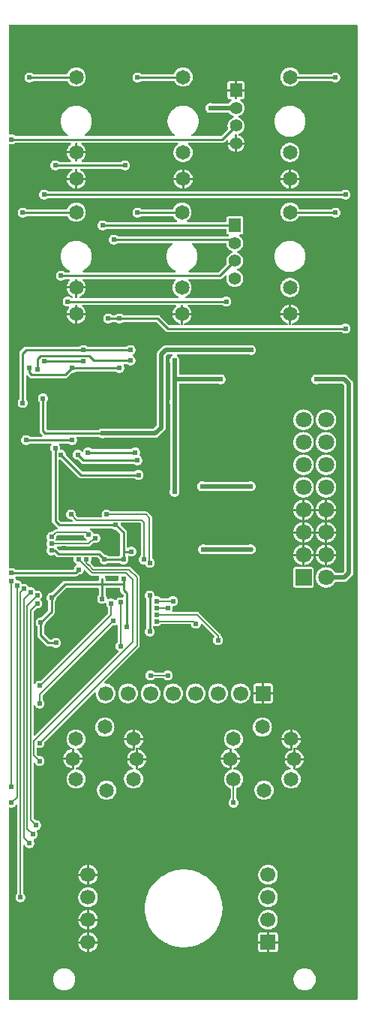
<source format=gbl>
G04 Layer: BottomLayer*
G04 EasyEDA v6.5.29, 2023-07-19 20:14:37*
G04 41db7a399fb243939f9e48431119433e,5a6b42c53f6a479593ecc07194224c93,10*
G04 Gerber Generator version 0.2*
G04 Scale: 100 percent, Rotated: No, Reflected: No *
G04 Dimensions in millimeters *
G04 leading zeros omitted , absolute positions ,4 integer and 5 decimal *
%FSLAX45Y45*%
%MOMM*%

%AMMACRO1*21,1,$1,$2,0,0,$3*%
%ADD10C,0.1270*%
%ADD11C,0.2540*%
%ADD12C,0.5000*%
%ADD13MACRO1,1.7X1.7X90.0000*%
%ADD14C,1.7000*%
%ADD15MACRO1,1.8X1.8X90.0000*%
%ADD16C,1.8000*%
%ADD17C,1.6500*%
%ADD18MACRO1,1.7X1.7X0.0000*%
%ADD19C,1.4000*%
%ADD20R,1.4000X1.5240*%
%ADD21C,0.6096*%
%ADD22C,0.0184*%

%LPD*%
G36*
X-2309825Y-1821942D02*
G01*
X-2313838Y-1821129D01*
X-2317191Y-1818792D01*
X-2319375Y-1815388D01*
X-2319934Y-1811375D01*
X-2319020Y-1807413D01*
X-2314143Y-1797253D01*
X-2311654Y-1787804D01*
X-2310790Y-1778000D01*
X-2311247Y-1772869D01*
X-2310638Y-1768500D01*
X-2308301Y-1764792D01*
X-2305964Y-1762455D01*
X-2302662Y-1760220D01*
X-2298750Y-1759457D01*
X-2012086Y-1759457D01*
X-2007819Y-1760423D01*
X-2004314Y-1763064D01*
X-2002282Y-1766976D01*
X-2000961Y-1771853D01*
X-1996795Y-1780793D01*
X-1991207Y-1788820D01*
X-1984248Y-1795780D01*
X-1976170Y-1801418D01*
X-1973681Y-1802587D01*
X-1970532Y-1804873D01*
X-1968449Y-1808175D01*
X-1967788Y-1812036D01*
X-1968652Y-1815846D01*
X-1970836Y-1819046D01*
X-1974138Y-1821180D01*
X-1977999Y-1821942D01*
G37*

%LPD*%
G36*
X-1725218Y-1993392D02*
G01*
X-1729079Y-1992630D01*
X-1732381Y-1990445D01*
X-1733956Y-1988820D01*
X-1742033Y-1983181D01*
X-1750974Y-1979066D01*
X-1760372Y-1976526D01*
X-1768398Y-1975815D01*
X-1771802Y-1974900D01*
X-1774698Y-1972868D01*
X-1806092Y-1941525D01*
X-1812289Y-1936394D01*
X-1818995Y-1932838D01*
X-1826158Y-1930654D01*
X-1834235Y-1929841D01*
X-2270709Y-1929841D01*
X-2274620Y-1929079D01*
X-2277922Y-1926894D01*
X-2300986Y-1903780D01*
X-2303170Y-1900478D01*
X-2303983Y-1896618D01*
X-2303170Y-1892706D01*
X-2300986Y-1889404D01*
X-2297684Y-1887220D01*
X-2293823Y-1886457D01*
X-1948535Y-1886457D01*
X-1941322Y-1885696D01*
X-1934921Y-1883613D01*
X-1928977Y-1880158D01*
X-1924913Y-1876704D01*
X-1895856Y-1847646D01*
X-1892960Y-1845614D01*
X-1889556Y-1844700D01*
X-1886051Y-1845005D01*
X-1881632Y-1846173D01*
X-1871827Y-1847037D01*
X-1861972Y-1846173D01*
X-1852574Y-1843633D01*
X-1843633Y-1839518D01*
X-1835556Y-1833880D01*
X-1828647Y-1826920D01*
X-1823008Y-1818893D01*
X-1818893Y-1809953D01*
X-1816354Y-1800504D01*
X-1815490Y-1790700D01*
X-1816354Y-1780895D01*
X-1818893Y-1771446D01*
X-1823008Y-1762506D01*
X-1828647Y-1754479D01*
X-1835556Y-1747520D01*
X-1843633Y-1741881D01*
X-1852574Y-1737766D01*
X-1861972Y-1735226D01*
X-1871827Y-1734362D01*
X-1881632Y-1735226D01*
X-1884578Y-1735988D01*
X-1888083Y-1736293D01*
X-1891487Y-1735378D01*
X-1894382Y-1733346D01*
X-1896414Y-1730502D01*
X-1899208Y-1724406D01*
X-1904847Y-1716379D01*
X-1911756Y-1709420D01*
X-1919833Y-1703781D01*
X-1924557Y-1701596D01*
X-1927707Y-1699310D01*
X-1929688Y-1696008D01*
X-1930349Y-1692148D01*
X-1929587Y-1688338D01*
X-1927301Y-1685137D01*
X-1924100Y-1683004D01*
X-1920239Y-1682242D01*
X-1688033Y-1682242D01*
X-1684172Y-1683004D01*
X-1680921Y-1685239D01*
X-1679448Y-1686661D01*
X-1671370Y-1692300D01*
X-1662480Y-1696466D01*
X-1653032Y-1699006D01*
X-1643227Y-1699869D01*
X-1641551Y-1699717D01*
X-1637131Y-1700275D01*
X-1633474Y-1702663D01*
X-1595932Y-1740204D01*
X-1593697Y-1743506D01*
X-1592935Y-1747418D01*
X-1592935Y-1983232D01*
X-1593697Y-1987143D01*
X-1595932Y-1990445D01*
X-1599133Y-1992630D01*
X-1603095Y-1993392D01*
G37*

%LPD*%
G36*
X-1746859Y-2272792D02*
G01*
X-1750771Y-2272030D01*
X-1754022Y-2269794D01*
X-1756257Y-2266543D01*
X-1756968Y-2262632D01*
X-1756968Y-2248408D01*
X-1757781Y-2240381D01*
X-1760016Y-2233117D01*
X-1760829Y-2231593D01*
X-1761998Y-2227630D01*
X-1761439Y-2223465D01*
X-1759254Y-2219909D01*
X-1755952Y-2217521D01*
X-1751838Y-2216658D01*
X-1617268Y-2216658D01*
X-1613662Y-2217318D01*
X-1610512Y-2219248D01*
X-1608277Y-2222195D01*
X-1607210Y-2225751D01*
X-1607515Y-2229459D01*
X-1609801Y-2238095D01*
X-1610664Y-2247900D01*
X-1609801Y-2257704D01*
X-1609191Y-2259990D01*
X-1608886Y-2263698D01*
X-1609902Y-2267254D01*
X-1612188Y-2270201D01*
X-1615389Y-2272131D01*
X-1618996Y-2272792D01*
G37*

%LPD*%
G36*
X-1645716Y-2492248D02*
G01*
X-1649475Y-2491435D01*
X-1652676Y-2489250D01*
X-1657756Y-2484120D01*
X-1665833Y-2478481D01*
X-1674774Y-2474366D01*
X-1684172Y-2471826D01*
X-1694027Y-2470962D01*
X-1703832Y-2471826D01*
X-1713280Y-2474366D01*
X-1722170Y-2478481D01*
X-1723643Y-2479548D01*
X-1727606Y-2481224D01*
X-1731822Y-2481122D01*
X-1735632Y-2479344D01*
X-1738375Y-2476144D01*
X-1739646Y-2472131D01*
X-1740154Y-2466695D01*
X-1742693Y-2457246D01*
X-1746808Y-2448306D01*
X-1752447Y-2440279D01*
X-1754022Y-2438704D01*
X-1756257Y-2435402D01*
X-1756968Y-2431491D01*
X-1756968Y-2360168D01*
X-1756257Y-2356256D01*
X-1754022Y-2353005D01*
X-1750771Y-2350770D01*
X-1746859Y-2350008D01*
X-1603095Y-2350008D01*
X-1599133Y-2350770D01*
X-1595932Y-2353005D01*
X-1593697Y-2356256D01*
X-1592935Y-2360168D01*
X-1592935Y-2374341D01*
X-1592122Y-2382418D01*
X-1589938Y-2389632D01*
X-1586331Y-2396337D01*
X-1581251Y-2402535D01*
X-1557832Y-2426004D01*
X-1555597Y-2429306D01*
X-1554835Y-2433218D01*
X-1554835Y-2452014D01*
X-1555496Y-2455621D01*
X-1557426Y-2458821D01*
X-1560372Y-2461056D01*
X-1563878Y-2462123D01*
X-1567637Y-2461818D01*
X-1577695Y-2459126D01*
X-1587449Y-2458262D01*
X-1597304Y-2459126D01*
X-1606804Y-2461666D01*
X-1615694Y-2465781D01*
X-1623771Y-2471420D01*
X-1630680Y-2478379D01*
X-1638604Y-2489555D01*
X-1641906Y-2491587D01*
G37*

%LPD*%
G36*
X-2561437Y-3434791D02*
G01*
X-2565247Y-3433927D01*
X-2568448Y-3431692D01*
X-2570581Y-3428441D01*
X-2571343Y-3424631D01*
X-2571343Y-2621076D01*
X-2570581Y-2617165D01*
X-2568346Y-2613863D01*
X-2540609Y-2586126D01*
X-2536901Y-2583789D01*
X-2532532Y-2583180D01*
X-2527300Y-2583637D01*
X-2517546Y-2582773D01*
X-2507996Y-2580233D01*
X-2499156Y-2576118D01*
X-2491079Y-2570480D01*
X-2484170Y-2563520D01*
X-2478532Y-2555494D01*
X-2474366Y-2546553D01*
X-2471826Y-2537104D01*
X-2470962Y-2527300D01*
X-2471826Y-2517495D01*
X-2474366Y-2508046D01*
X-2478532Y-2499106D01*
X-2487422Y-2486761D01*
X-2488184Y-2482850D01*
X-2487422Y-2478938D01*
X-2478532Y-2466594D01*
X-2474366Y-2457653D01*
X-2471826Y-2448204D01*
X-2470962Y-2438400D01*
X-2471826Y-2428595D01*
X-2474366Y-2419146D01*
X-2478532Y-2410206D01*
X-2484170Y-2402179D01*
X-2491079Y-2395220D01*
X-2499156Y-2389581D01*
X-2507996Y-2385466D01*
X-2517546Y-2382926D01*
X-2527300Y-2382062D01*
X-2537104Y-2382926D01*
X-2540050Y-2383688D01*
X-2543556Y-2383993D01*
X-2547010Y-2383078D01*
X-2549855Y-2381046D01*
X-2551887Y-2378202D01*
X-2554732Y-2372106D01*
X-2560370Y-2364079D01*
X-2567279Y-2357120D01*
X-2575356Y-2351481D01*
X-2584196Y-2347366D01*
X-2593746Y-2344826D01*
X-2603500Y-2343962D01*
X-2613304Y-2344826D01*
X-2616250Y-2345588D01*
X-2619756Y-2345893D01*
X-2623210Y-2344978D01*
X-2626055Y-2342946D01*
X-2628087Y-2340102D01*
X-2630932Y-2334006D01*
X-2636570Y-2325979D01*
X-2643479Y-2319020D01*
X-2651556Y-2313381D01*
X-2660396Y-2309266D01*
X-2669946Y-2306726D01*
X-2679700Y-2305862D01*
X-2689504Y-2306726D01*
X-2692450Y-2307488D01*
X-2695956Y-2307793D01*
X-2699410Y-2306878D01*
X-2702255Y-2304846D01*
X-2704287Y-2302002D01*
X-2707132Y-2295906D01*
X-2712770Y-2287879D01*
X-2719679Y-2280920D01*
X-2727756Y-2275281D01*
X-2736596Y-2271166D01*
X-2746146Y-2268626D01*
X-2755900Y-2267762D01*
X-2759811Y-2266594D01*
X-2762961Y-2263952D01*
X-2764790Y-2260244D01*
X-2766466Y-2254046D01*
X-2770632Y-2245106D01*
X-2774899Y-2239010D01*
X-2776575Y-2234946D01*
X-2776423Y-2230526D01*
X-2774391Y-2226614D01*
X-2770886Y-2223973D01*
X-2766618Y-2223008D01*
X-2096007Y-2223008D01*
X-2087981Y-2222195D01*
X-2080717Y-2220010D01*
X-2074113Y-2216454D01*
X-2067864Y-2211324D01*
X-2061972Y-2205431D01*
X-2059076Y-2203399D01*
X-2055672Y-2202484D01*
X-2047595Y-2201773D01*
X-2038096Y-2199233D01*
X-2029256Y-2195118D01*
X-2021179Y-2189480D01*
X-2014270Y-2182520D01*
X-2008632Y-2174494D01*
X-2004415Y-2165553D01*
X-2002688Y-2158847D01*
X-2000757Y-2155088D01*
X-1997456Y-2152396D01*
X-1993392Y-2151329D01*
X-1989226Y-2151989D01*
X-1985670Y-2154275D01*
X-1933092Y-2206853D01*
X-1927402Y-2211425D01*
X-1921408Y-2214473D01*
X-1914855Y-2216251D01*
X-1909521Y-2216658D01*
X-1839417Y-2216658D01*
X-1835302Y-2217521D01*
X-1831949Y-2219909D01*
X-1829765Y-2223465D01*
X-1829206Y-2227630D01*
X-1830425Y-2231593D01*
X-1831238Y-2233117D01*
X-1833422Y-2240381D01*
X-1834235Y-2248408D01*
X-1834235Y-2262632D01*
X-1834997Y-2266543D01*
X-1837232Y-2269794D01*
X-1840433Y-2272030D01*
X-1844395Y-2272792D01*
X-2214168Y-2272792D01*
X-2222246Y-2273604D01*
X-2229459Y-2275789D01*
X-2236165Y-2279345D01*
X-2242312Y-2284476D01*
X-2362606Y-2404668D01*
X-2365502Y-2406700D01*
X-2368905Y-2407615D01*
X-2376932Y-2408326D01*
X-2386380Y-2410866D01*
X-2395321Y-2414981D01*
X-2403348Y-2420620D01*
X-2410307Y-2427579D01*
X-2415946Y-2435606D01*
X-2420061Y-2444546D01*
X-2422601Y-2453995D01*
X-2423464Y-2463800D01*
X-2422601Y-2473604D01*
X-2420061Y-2483053D01*
X-2415946Y-2491994D01*
X-2410307Y-2500020D01*
X-2408732Y-2501595D01*
X-2406497Y-2504897D01*
X-2405735Y-2508808D01*
X-2405735Y-2600909D01*
X-2406497Y-2604770D01*
X-2408732Y-2608072D01*
X-2484678Y-2684068D01*
X-2487574Y-2686100D01*
X-2490978Y-2687015D01*
X-2499004Y-2687726D01*
X-2508504Y-2690266D01*
X-2517394Y-2694381D01*
X-2525471Y-2700020D01*
X-2532380Y-2706979D01*
X-2538018Y-2715006D01*
X-2542184Y-2723946D01*
X-2544724Y-2733395D01*
X-2545588Y-2743200D01*
X-2544724Y-2753004D01*
X-2542184Y-2762453D01*
X-2538018Y-2771394D01*
X-2532380Y-2779420D01*
X-2530805Y-2780995D01*
X-2528620Y-2784297D01*
X-2527808Y-2788208D01*
X-2527808Y-2887319D01*
X-2527046Y-2895346D01*
X-2524861Y-2902559D01*
X-2521305Y-2909214D01*
X-2516174Y-2915462D01*
X-2432862Y-2998724D01*
X-2426665Y-3003854D01*
X-2419959Y-3007410D01*
X-2412746Y-3009595D01*
X-2404719Y-3010408D01*
X-2361336Y-3010408D01*
X-2357424Y-3011170D01*
X-2354122Y-3013405D01*
X-2352548Y-3014980D01*
X-2344521Y-3020618D01*
X-2335580Y-3024733D01*
X-2326132Y-3027273D01*
X-2316327Y-3028137D01*
X-2306523Y-3027273D01*
X-2297074Y-3024733D01*
X-2288133Y-3020618D01*
X-2280107Y-3014980D01*
X-2273147Y-3008020D01*
X-2267508Y-2999994D01*
X-2263394Y-2991053D01*
X-2260854Y-2981604D01*
X-2259990Y-2971800D01*
X-2260854Y-2961995D01*
X-2263394Y-2952546D01*
X-2267508Y-2943606D01*
X-2273147Y-2935579D01*
X-2280107Y-2928620D01*
X-2288133Y-2922981D01*
X-2297074Y-2918866D01*
X-2306523Y-2916326D01*
X-2316327Y-2915462D01*
X-2326132Y-2916326D01*
X-2335580Y-2918866D01*
X-2344521Y-2922981D01*
X-2352548Y-2928620D01*
X-2354122Y-2930194D01*
X-2357424Y-2932430D01*
X-2361336Y-2933192D01*
X-2385009Y-2933192D01*
X-2388920Y-2932430D01*
X-2392222Y-2930194D01*
X-2447645Y-2874772D01*
X-2449830Y-2871470D01*
X-2450592Y-2867609D01*
X-2450592Y-2788208D01*
X-2449830Y-2784297D01*
X-2447645Y-2780995D01*
X-2446070Y-2779420D01*
X-2440432Y-2771394D01*
X-2436266Y-2762453D01*
X-2433726Y-2753004D01*
X-2433015Y-2744978D01*
X-2432100Y-2741574D01*
X-2430068Y-2738678D01*
X-2340203Y-2648762D01*
X-2335072Y-2642514D01*
X-2331516Y-2635859D01*
X-2329332Y-2628646D01*
X-2328519Y-2620619D01*
X-2328519Y-2508808D01*
X-2327757Y-2504897D01*
X-2325522Y-2501595D01*
X-2323947Y-2500020D01*
X-2318308Y-2491994D01*
X-2314194Y-2483053D01*
X-2311654Y-2473604D01*
X-2310942Y-2465578D01*
X-2310028Y-2462174D01*
X-2307996Y-2459278D01*
X-2201722Y-2353005D01*
X-2198420Y-2350770D01*
X-2194458Y-2350008D01*
X-1844395Y-2350008D01*
X-1840433Y-2350770D01*
X-1837232Y-2353005D01*
X-1834997Y-2356256D01*
X-1834235Y-2360168D01*
X-1834235Y-2431491D01*
X-1834997Y-2435402D01*
X-1837232Y-2438704D01*
X-1838807Y-2440279D01*
X-1844395Y-2448306D01*
X-1848561Y-2457246D01*
X-1851101Y-2466695D01*
X-1851964Y-2476500D01*
X-1851101Y-2486304D01*
X-1848561Y-2495753D01*
X-1844395Y-2504694D01*
X-1838807Y-2512720D01*
X-1831848Y-2519680D01*
X-1823770Y-2525318D01*
X-1814880Y-2529433D01*
X-1805432Y-2531973D01*
X-1795627Y-2532837D01*
X-1785772Y-2531973D01*
X-1776374Y-2529433D01*
X-1767433Y-2525318D01*
X-1765960Y-2524252D01*
X-1762048Y-2522575D01*
X-1757781Y-2522677D01*
X-1754022Y-2524455D01*
X-1751228Y-2527655D01*
X-1749958Y-2531668D01*
X-1749501Y-2537104D01*
X-1746961Y-2546553D01*
X-1742795Y-2555494D01*
X-1737207Y-2563469D01*
X-1729282Y-2571292D01*
X-1727047Y-2574594D01*
X-1726285Y-2578506D01*
X-1726285Y-2636723D01*
X-1727047Y-2640634D01*
X-1729282Y-2643936D01*
X-2481783Y-3396437D01*
X-2484678Y-3398469D01*
X-2488082Y-3399383D01*
X-2501900Y-3398062D01*
X-2511704Y-3398926D01*
X-2521204Y-3401466D01*
X-2530094Y-3405581D01*
X-2538171Y-3411220D01*
X-2545080Y-3418179D01*
X-2550718Y-3426206D01*
X-2551938Y-3428898D01*
X-2554274Y-3432048D01*
X-2557576Y-3434130D01*
G37*

%LPD*%
G36*
X-2561183Y-4022547D02*
G01*
X-2565095Y-4021785D01*
X-2568346Y-4019600D01*
X-2570581Y-4016298D01*
X-2571343Y-4012387D01*
X-2571343Y-3687368D01*
X-2570581Y-3683558D01*
X-2568448Y-3680307D01*
X-2565247Y-3678072D01*
X-2561437Y-3677208D01*
X-2557576Y-3677869D01*
X-2554274Y-3679951D01*
X-2551938Y-3683101D01*
X-2550718Y-3685794D01*
X-2545080Y-3693820D01*
X-2538171Y-3700779D01*
X-2530094Y-3706418D01*
X-2521204Y-3710533D01*
X-2511704Y-3713073D01*
X-2501900Y-3713937D01*
X-2492146Y-3713073D01*
X-2482596Y-3710533D01*
X-2473756Y-3706418D01*
X-2465679Y-3700779D01*
X-2458770Y-3693820D01*
X-2453132Y-3685794D01*
X-2448966Y-3676853D01*
X-2446426Y-3667404D01*
X-2445562Y-3657600D01*
X-2446426Y-3647795D01*
X-2448966Y-3638346D01*
X-2453132Y-3629406D01*
X-2458720Y-3621430D01*
X-2466644Y-3613607D01*
X-2468880Y-3610305D01*
X-2469642Y-3606393D01*
X-2469642Y-3574389D01*
X-2468880Y-3570478D01*
X-2466695Y-3567176D01*
X-1681835Y-2782366D01*
X-1678076Y-2779979D01*
X-1673758Y-2779420D01*
X-1668627Y-2779877D01*
X-1658772Y-2779014D01*
X-1649374Y-2776474D01*
X-1640433Y-2772308D01*
X-1635760Y-2769057D01*
X-1631696Y-2767330D01*
X-1627327Y-2767533D01*
X-1623415Y-2769565D01*
X-1620672Y-2773070D01*
X-1619758Y-2777337D01*
X-1619758Y-2958693D01*
X-1620570Y-2962605D01*
X-1622806Y-2965907D01*
X-1630730Y-2973730D01*
X-1636318Y-2981706D01*
X-1640484Y-2990646D01*
X-1643024Y-3000095D01*
X-1643888Y-3009900D01*
X-1643024Y-3019704D01*
X-1640484Y-3029153D01*
X-1636318Y-3038094D01*
X-1630680Y-3046120D01*
X-1623771Y-3053080D01*
X-1615694Y-3058718D01*
X-1613458Y-3059734D01*
X-1610258Y-3062020D01*
X-1608277Y-3065322D01*
X-1607515Y-3069132D01*
X-1608328Y-3072942D01*
X-1610563Y-3076143D01*
X-2554020Y-4019600D01*
X-2557322Y-4021785D01*
G37*

%LPD*%
G36*
X-2839059Y-6997192D02*
G01*
X-2842971Y-6996430D01*
X-2846222Y-6994194D01*
X-2848457Y-6990943D01*
X-2849219Y-6987031D01*
X-2849219Y-4838547D01*
X-2848559Y-4834940D01*
X-2846628Y-4831791D01*
X-2843682Y-4829505D01*
X-2840126Y-4828489D01*
X-2836418Y-4828743D01*
X-2829204Y-4830673D01*
X-2819400Y-4831537D01*
X-2809646Y-4830673D01*
X-2800096Y-4828133D01*
X-2791256Y-4824018D01*
X-2783179Y-4818380D01*
X-2776270Y-4811420D01*
X-2770632Y-4803394D01*
X-2769463Y-4800854D01*
X-2767177Y-4797704D01*
X-2763824Y-4795672D01*
X-2760014Y-4795012D01*
X-2756204Y-4795824D01*
X-2752953Y-4798060D01*
X-2750820Y-4801311D01*
X-2750058Y-4805172D01*
X-2750058Y-5790793D01*
X-2750870Y-5794705D01*
X-2753106Y-5798007D01*
X-2761030Y-5805830D01*
X-2766618Y-5813806D01*
X-2770784Y-5822746D01*
X-2773324Y-5832195D01*
X-2774188Y-5842000D01*
X-2773324Y-5851804D01*
X-2770784Y-5861253D01*
X-2766618Y-5870194D01*
X-2760980Y-5878220D01*
X-2754071Y-5885180D01*
X-2745994Y-5890818D01*
X-2737104Y-5894933D01*
X-2727604Y-5897473D01*
X-2717800Y-5898337D01*
X-2708046Y-5897473D01*
X-2698496Y-5894933D01*
X-2689656Y-5890818D01*
X-2681579Y-5885180D01*
X-2674670Y-5878220D01*
X-2669032Y-5870194D01*
X-2664866Y-5861253D01*
X-2662326Y-5851804D01*
X-2661462Y-5842000D01*
X-2662326Y-5832195D01*
X-2664866Y-5822746D01*
X-2669032Y-5813806D01*
X-2674620Y-5805830D01*
X-2682544Y-5798007D01*
X-2684780Y-5794705D01*
X-2685542Y-5790793D01*
X-2685542Y-5262372D01*
X-2684830Y-5258511D01*
X-2682697Y-5255260D01*
X-2679446Y-5253024D01*
X-2675636Y-5252212D01*
X-2671826Y-5252872D01*
X-2668473Y-5254904D01*
X-2666187Y-5258054D01*
X-2665018Y-5260594D01*
X-2659380Y-5268620D01*
X-2652471Y-5275580D01*
X-2644394Y-5281218D01*
X-2635504Y-5285333D01*
X-2626004Y-5287873D01*
X-2616200Y-5288737D01*
X-2606446Y-5287873D01*
X-2596896Y-5285333D01*
X-2588056Y-5281218D01*
X-2579979Y-5275580D01*
X-2573070Y-5268620D01*
X-2567432Y-5260594D01*
X-2563266Y-5251653D01*
X-2560726Y-5242204D01*
X-2559862Y-5232400D01*
X-2560726Y-5222595D01*
X-2563266Y-5213146D01*
X-2567432Y-5204206D01*
X-2569819Y-5200802D01*
X-2571394Y-5197246D01*
X-2571496Y-5193385D01*
X-2570226Y-5189728D01*
X-2567584Y-5186883D01*
X-2564130Y-5185156D01*
X-2558796Y-5183733D01*
X-2549956Y-5179618D01*
X-2541879Y-5173980D01*
X-2534970Y-5167020D01*
X-2529332Y-5158994D01*
X-2525166Y-5150053D01*
X-2522626Y-5140604D01*
X-2521762Y-5130800D01*
X-2522626Y-5120995D01*
X-2525166Y-5111546D01*
X-2529332Y-5102606D01*
X-2531719Y-5099202D01*
X-2533294Y-5095646D01*
X-2533396Y-5091785D01*
X-2532126Y-5088128D01*
X-2529484Y-5085283D01*
X-2526030Y-5083556D01*
X-2520696Y-5082133D01*
X-2511856Y-5078018D01*
X-2503779Y-5072380D01*
X-2496870Y-5065420D01*
X-2491232Y-5057394D01*
X-2487066Y-5048453D01*
X-2484526Y-5039004D01*
X-2483662Y-5029200D01*
X-2484526Y-5019395D01*
X-2487066Y-5009946D01*
X-2491232Y-5001006D01*
X-2496870Y-4992979D01*
X-2503779Y-4986020D01*
X-2511856Y-4980381D01*
X-2520696Y-4976266D01*
X-2530246Y-4973726D01*
X-2540000Y-4972862D01*
X-2545080Y-4973269D01*
X-2549448Y-4972710D01*
X-2553157Y-4970373D01*
X-2568346Y-4955133D01*
X-2570581Y-4951882D01*
X-2571343Y-4947970D01*
X-2571343Y-4335068D01*
X-2570581Y-4331258D01*
X-2568448Y-4328007D01*
X-2565247Y-4325772D01*
X-2561437Y-4324908D01*
X-2557576Y-4325569D01*
X-2554274Y-4327652D01*
X-2551938Y-4330801D01*
X-2550718Y-4333494D01*
X-2545080Y-4341520D01*
X-2538171Y-4348480D01*
X-2530094Y-4354118D01*
X-2521204Y-4358233D01*
X-2511704Y-4360773D01*
X-2501900Y-4361637D01*
X-2492146Y-4360773D01*
X-2482596Y-4358233D01*
X-2473756Y-4354118D01*
X-2465679Y-4348480D01*
X-2458770Y-4341520D01*
X-2453132Y-4333494D01*
X-2448966Y-4324553D01*
X-2446426Y-4315104D01*
X-2445562Y-4305300D01*
X-2446426Y-4295495D01*
X-2448966Y-4286046D01*
X-2453132Y-4277106D01*
X-2458770Y-4269079D01*
X-2465679Y-4262120D01*
X-2473756Y-4256481D01*
X-2482596Y-4252366D01*
X-2492146Y-4249826D01*
X-2501900Y-4248962D01*
X-2507081Y-4249420D01*
X-2511399Y-4248810D01*
X-2515158Y-4246473D01*
X-2530246Y-4231335D01*
X-2532481Y-4228033D01*
X-2533243Y-4224172D01*
X-2533243Y-4165041D01*
X-2532583Y-4161434D01*
X-2530652Y-4158284D01*
X-2527706Y-4155998D01*
X-2524099Y-4154982D01*
X-2520442Y-4155236D01*
X-2511704Y-4157573D01*
X-2501900Y-4158437D01*
X-2492146Y-4157573D01*
X-2482596Y-4155033D01*
X-2473756Y-4150918D01*
X-2465679Y-4145279D01*
X-2458770Y-4138320D01*
X-2453132Y-4130294D01*
X-2448966Y-4121353D01*
X-2446426Y-4111904D01*
X-2445562Y-4102100D01*
X-2446020Y-4096969D01*
X-2445461Y-4092600D01*
X-2443022Y-4088892D01*
X-1885442Y-3531260D01*
X-1882089Y-3529025D01*
X-1878075Y-3528314D01*
X-1874113Y-3529177D01*
X-1870811Y-3531565D01*
X-1868678Y-3535070D01*
X-1868119Y-3539083D01*
X-1868424Y-3543300D01*
X-1867509Y-3557473D01*
X-1864715Y-3571443D01*
X-1860296Y-3584905D01*
X-1854149Y-3597706D01*
X-1846325Y-3609644D01*
X-1837182Y-3620465D01*
X-1826615Y-3630015D01*
X-1815033Y-3638143D01*
X-1802434Y-3644696D01*
X-1789074Y-3649624D01*
X-1775206Y-3652774D01*
X-1761083Y-3654145D01*
X-1746859Y-3653688D01*
X-1732838Y-3651402D01*
X-1719224Y-3647389D01*
X-1706168Y-3641598D01*
X-1694078Y-3634232D01*
X-1682953Y-3625392D01*
X-1673098Y-3615182D01*
X-1664563Y-3603802D01*
X-1657604Y-3591407D01*
X-1652219Y-3578250D01*
X-1648663Y-3564483D01*
X-1646885Y-3550412D01*
X-1646885Y-3536187D01*
X-1648663Y-3522116D01*
X-1652219Y-3508349D01*
X-1657604Y-3495192D01*
X-1664563Y-3482797D01*
X-1673098Y-3471418D01*
X-1682953Y-3461207D01*
X-1694078Y-3452368D01*
X-1706168Y-3445001D01*
X-1719224Y-3439261D01*
X-1732838Y-3435197D01*
X-1746859Y-3432911D01*
X-1761185Y-3432505D01*
X-1765350Y-3432048D01*
X-1768906Y-3430015D01*
X-1771396Y-3426714D01*
X-1772361Y-3422700D01*
X-1771599Y-3418636D01*
X-1769414Y-3415182D01*
X-1379474Y-3025292D01*
X-1374851Y-3019653D01*
X-1371854Y-3013659D01*
X-1370076Y-3007004D01*
X-1369618Y-3001721D01*
X-1369618Y-2235708D01*
X-1370431Y-2228494D01*
X-1372463Y-2222093D01*
X-1375867Y-2216150D01*
X-1379372Y-2212086D01*
X-1467612Y-2123846D01*
X-1473301Y-2119274D01*
X-1479296Y-2116226D01*
X-1485849Y-2114448D01*
X-1491183Y-2114042D01*
X-1879650Y-2114042D01*
X-1883562Y-2113280D01*
X-1886813Y-2111044D01*
X-1923999Y-2073910D01*
X-1926031Y-2071014D01*
X-1926945Y-2067610D01*
X-1926640Y-2064105D01*
X-1924608Y-2060193D01*
X-1920493Y-2051253D01*
X-1917954Y-2041804D01*
X-1917090Y-2032000D01*
X-1917954Y-2022195D01*
X-1918563Y-2019858D01*
X-1918868Y-2016150D01*
X-1917801Y-2012594D01*
X-1915515Y-2009698D01*
X-1912416Y-2007717D01*
X-1908708Y-2007057D01*
X-1853946Y-2007057D01*
X-1850034Y-2007819D01*
X-1846681Y-2010054D01*
X-1829358Y-2027428D01*
X-1827275Y-2030323D01*
X-1826412Y-2033727D01*
X-1825701Y-2041804D01*
X-1823161Y-2051253D01*
X-1818995Y-2060193D01*
X-1813407Y-2068220D01*
X-1806448Y-2075180D01*
X-1798370Y-2080818D01*
X-1789480Y-2084933D01*
X-1780032Y-2087473D01*
X-1770227Y-2088337D01*
X-1760372Y-2087473D01*
X-1750974Y-2084933D01*
X-1742033Y-2080818D01*
X-1733956Y-2075180D01*
X-1732381Y-2073605D01*
X-1729079Y-2071370D01*
X-1725218Y-2070607D01*
X-1599285Y-2070607D01*
X-1595424Y-2071370D01*
X-1592122Y-2073605D01*
X-1590548Y-2075180D01*
X-1582470Y-2080818D01*
X-1573580Y-2084933D01*
X-1564132Y-2087473D01*
X-1554327Y-2088337D01*
X-1544472Y-2087473D01*
X-1535074Y-2084933D01*
X-1526133Y-2080818D01*
X-1518056Y-2075180D01*
X-1511147Y-2068220D01*
X-1505508Y-2060193D01*
X-1501394Y-2051253D01*
X-1498854Y-2041804D01*
X-1497990Y-2032000D01*
X-1498854Y-2022195D01*
X-1501394Y-2012746D01*
X-1504137Y-2006803D01*
X-1505102Y-2002789D01*
X-1504340Y-1998725D01*
X-1502105Y-1995322D01*
X-1498701Y-1993036D01*
X-1494586Y-1992325D01*
X-1490624Y-1993290D01*
X-1484680Y-1996033D01*
X-1475232Y-1998573D01*
X-1465427Y-1999437D01*
X-1455572Y-1998573D01*
X-1446174Y-1996033D01*
X-1437233Y-1991918D01*
X-1429156Y-1986280D01*
X-1422247Y-1979320D01*
X-1416608Y-1971293D01*
X-1412494Y-1962353D01*
X-1409954Y-1952904D01*
X-1409090Y-1943100D01*
X-1409954Y-1933295D01*
X-1412494Y-1923846D01*
X-1416608Y-1914906D01*
X-1422247Y-1906879D01*
X-1429156Y-1899920D01*
X-1437233Y-1894281D01*
X-1446174Y-1890166D01*
X-1455572Y-1887626D01*
X-1465427Y-1886762D01*
X-1475232Y-1887626D01*
X-1484680Y-1890166D01*
X-1493570Y-1894281D01*
X-1499717Y-1898599D01*
X-1503781Y-1900275D01*
X-1508201Y-1900072D01*
X-1512062Y-1898040D01*
X-1514754Y-1894586D01*
X-1515668Y-1890268D01*
X-1515668Y-1727707D01*
X-1516481Y-1719681D01*
X-1518716Y-1712468D01*
X-1522272Y-1705762D01*
X-1527352Y-1699564D01*
X-1584604Y-1642313D01*
X-1586433Y-1639773D01*
X-1587449Y-1636725D01*
X-1588262Y-1631492D01*
X-1588008Y-1627174D01*
X-1585976Y-1623314D01*
X-1582470Y-1620672D01*
X-1578254Y-1619758D01*
X-1368704Y-1619758D01*
X-1364742Y-1620520D01*
X-1360982Y-1623263D01*
X-1358747Y-1626565D01*
X-1357985Y-1630476D01*
X-1357985Y-1980793D01*
X-1358747Y-1984705D01*
X-1360982Y-1988007D01*
X-1368907Y-1995830D01*
X-1374495Y-2003806D01*
X-1378661Y-2012746D01*
X-1381201Y-2022195D01*
X-1382064Y-2032000D01*
X-1381201Y-2041804D01*
X-1378661Y-2051253D01*
X-1374495Y-2060193D01*
X-1368907Y-2068220D01*
X-1361948Y-2075180D01*
X-1353870Y-2080818D01*
X-1344980Y-2084933D01*
X-1335532Y-2087473D01*
X-1325727Y-2088337D01*
X-1318412Y-2087727D01*
X-1314297Y-2088184D01*
X-1310792Y-2090267D01*
X-1308354Y-2093518D01*
X-1306118Y-2098294D01*
X-1300480Y-2106320D01*
X-1293571Y-2113280D01*
X-1285494Y-2118918D01*
X-1276604Y-2123033D01*
X-1267104Y-2125573D01*
X-1257249Y-2126437D01*
X-1247495Y-2125573D01*
X-1237996Y-2123033D01*
X-1229156Y-2118918D01*
X-1221079Y-2113280D01*
X-1214170Y-2106320D01*
X-1208532Y-2098294D01*
X-1204315Y-2089353D01*
X-1201826Y-2079904D01*
X-1200912Y-2070100D01*
X-1201826Y-2060295D01*
X-1204315Y-2050846D01*
X-1208532Y-2041906D01*
X-1214170Y-2033879D01*
X-1221079Y-2026920D01*
X-1225651Y-2023770D01*
X-1227886Y-2021484D01*
X-1229461Y-2018639D01*
X-1229918Y-2015439D01*
X-1229918Y-1562608D01*
X-1230731Y-1555394D01*
X-1232763Y-1548993D01*
X-1236167Y-1543050D01*
X-1239672Y-1538986D01*
X-1277112Y-1501546D01*
X-1282801Y-1496974D01*
X-1288796Y-1493926D01*
X-1295349Y-1492148D01*
X-1300683Y-1491742D01*
X-1693621Y-1491742D01*
X-1697532Y-1490980D01*
X-1700834Y-1488744D01*
X-1708657Y-1480820D01*
X-1716633Y-1475181D01*
X-1725574Y-1471066D01*
X-1734972Y-1468526D01*
X-1744827Y-1467662D01*
X-1754632Y-1468526D01*
X-1764080Y-1471066D01*
X-1772970Y-1475181D01*
X-1781048Y-1480820D01*
X-1788007Y-1487779D01*
X-1793595Y-1495806D01*
X-1797761Y-1504746D01*
X-1800301Y-1514195D01*
X-1801164Y-1524000D01*
X-1800301Y-1533804D01*
X-1798015Y-1542440D01*
X-1797710Y-1546148D01*
X-1798726Y-1549704D01*
X-1801012Y-1552651D01*
X-1804162Y-1554581D01*
X-1807768Y-1555242D01*
X-2065274Y-1555242D01*
X-2069134Y-1554480D01*
X-2072436Y-1552244D01*
X-2087422Y-1537208D01*
X-2089861Y-1533499D01*
X-2090369Y-1529130D01*
X-2089912Y-1524000D01*
X-2090826Y-1514195D01*
X-2093315Y-1504746D01*
X-2097532Y-1495806D01*
X-2103170Y-1487779D01*
X-2110079Y-1480820D01*
X-2118156Y-1475181D01*
X-2126996Y-1471066D01*
X-2136495Y-1468526D01*
X-2146249Y-1467662D01*
X-2156104Y-1468526D01*
X-2165604Y-1471066D01*
X-2174494Y-1475181D01*
X-2182571Y-1480820D01*
X-2189480Y-1487779D01*
X-2195118Y-1495806D01*
X-2199284Y-1504746D01*
X-2201824Y-1514195D01*
X-2202688Y-1524000D01*
X-2201824Y-1533804D01*
X-2199284Y-1543253D01*
X-2195118Y-1552194D01*
X-2189480Y-1560220D01*
X-2182571Y-1567180D01*
X-2174494Y-1572818D01*
X-2165604Y-1576933D01*
X-2156104Y-1579473D01*
X-2146249Y-1580337D01*
X-2141169Y-1579880D01*
X-2136749Y-1580489D01*
X-2133092Y-1582826D01*
X-2128215Y-1587703D01*
X-2126081Y-1590954D01*
X-2125268Y-1594866D01*
X-2126081Y-1598777D01*
X-2128215Y-1602028D01*
X-2131517Y-1604264D01*
X-2135378Y-1605026D01*
X-2260549Y-1605026D01*
X-2264460Y-1604264D01*
X-2267762Y-1602028D01*
X-2282596Y-1587195D01*
X-2284831Y-1583893D01*
X-2285593Y-1579981D01*
X-2285593Y-916330D01*
X-2284933Y-912672D01*
X-2283002Y-909523D01*
X-2280056Y-907287D01*
X-2276449Y-906221D01*
X-2272792Y-906526D01*
X-2270404Y-907135D01*
X-2262378Y-907846D01*
X-2258974Y-908761D01*
X-2256078Y-910793D01*
X-2060448Y-1106424D01*
X-2054199Y-1111554D01*
X-2047493Y-1115110D01*
X-2040331Y-1117295D01*
X-2032304Y-1118108D01*
X-1429308Y-1118108D01*
X-1425448Y-1118870D01*
X-1422146Y-1121105D01*
X-1420571Y-1122680D01*
X-1412494Y-1128318D01*
X-1403604Y-1132433D01*
X-1394104Y-1134973D01*
X-1384249Y-1135837D01*
X-1374495Y-1134973D01*
X-1364996Y-1132433D01*
X-1356156Y-1128318D01*
X-1348079Y-1122680D01*
X-1341170Y-1115720D01*
X-1335532Y-1107694D01*
X-1331315Y-1098753D01*
X-1328826Y-1089304D01*
X-1327912Y-1079500D01*
X-1328826Y-1069695D01*
X-1331315Y-1060246D01*
X-1335532Y-1051306D01*
X-1341170Y-1043279D01*
X-1348079Y-1036319D01*
X-1356156Y-1030681D01*
X-1364996Y-1026566D01*
X-1374495Y-1024026D01*
X-1384249Y-1023162D01*
X-1394104Y-1024026D01*
X-1403604Y-1026566D01*
X-1412494Y-1030681D01*
X-1420571Y-1036319D01*
X-1422146Y-1037894D01*
X-1425448Y-1040130D01*
X-1429308Y-1040892D01*
X-2012594Y-1040892D01*
X-2016455Y-1040130D01*
X-2019706Y-1037894D01*
X-2201468Y-856183D01*
X-2203500Y-853287D01*
X-2204415Y-849884D01*
X-2205126Y-841857D01*
X-2207615Y-832408D01*
X-2211832Y-823468D01*
X-2217470Y-815441D01*
X-2224379Y-808482D01*
X-2232456Y-802843D01*
X-2241296Y-798728D01*
X-2250795Y-796188D01*
X-2259380Y-795426D01*
X-2263190Y-794308D01*
X-2266289Y-791819D01*
X-2268169Y-788365D01*
X-2268626Y-784402D01*
X-2267762Y-774700D01*
X-2268626Y-764895D01*
X-2271166Y-755446D01*
X-2275332Y-746506D01*
X-2279599Y-740410D01*
X-2281275Y-736346D01*
X-2281123Y-731926D01*
X-2279091Y-728014D01*
X-2275586Y-725373D01*
X-2271318Y-724408D01*
X-2178608Y-724408D01*
X-2174748Y-725170D01*
X-2171446Y-727405D01*
X-2169871Y-728980D01*
X-2161794Y-734618D01*
X-2152904Y-738733D01*
X-2143404Y-741273D01*
X-2133549Y-742137D01*
X-2123795Y-741273D01*
X-2114296Y-738733D01*
X-2105456Y-734618D01*
X-2097379Y-728980D01*
X-2090470Y-722020D01*
X-2084832Y-713994D01*
X-2080615Y-705053D01*
X-2078126Y-695604D01*
X-2077212Y-685800D01*
X-2078126Y-675995D01*
X-2080615Y-666546D01*
X-2082495Y-662686D01*
X-2083409Y-658723D01*
X-2082749Y-654710D01*
X-2080564Y-651306D01*
X-2077212Y-649020D01*
X-2073249Y-648208D01*
X-1835708Y-648208D01*
X-1831848Y-648970D01*
X-1828546Y-651205D01*
X-1826971Y-652780D01*
X-1818893Y-658418D01*
X-1810004Y-662533D01*
X-1800504Y-665073D01*
X-1790649Y-665937D01*
X-1780895Y-665073D01*
X-1771396Y-662533D01*
X-1769110Y-661466D01*
X-1764792Y-660501D01*
X-1194054Y-660501D01*
X-1189329Y-660298D01*
X-1185011Y-659739D01*
X-1180592Y-658774D01*
X-1176426Y-657453D01*
X-1172311Y-655726D01*
X-1168349Y-653694D01*
X-1164640Y-651306D01*
X-1161084Y-648614D01*
X-1157681Y-645464D01*
X-1094435Y-582269D01*
X-1091336Y-578815D01*
X-1088644Y-575310D01*
X-1086256Y-571550D01*
X-1084122Y-567588D01*
X-1082497Y-563524D01*
X-1081176Y-559257D01*
X-1080211Y-554939D01*
X-1079601Y-550519D01*
X-1079347Y-545896D01*
X-1079347Y254101D01*
X-1078636Y258013D01*
X-1076401Y261264D01*
X-1061415Y276301D01*
X-1058113Y278536D01*
X-1054252Y279298D01*
X-1011986Y279298D01*
X-1007871Y278384D01*
X-1004468Y275894D01*
X-1002334Y272186D01*
X-1001928Y267970D01*
X-1003249Y263906D01*
X-1006195Y260807D01*
X-1014171Y255270D01*
X-1021080Y248310D01*
X-1026718Y240284D01*
X-1030884Y231343D01*
X-1033424Y221894D01*
X-1034287Y212090D01*
X-1033424Y202285D01*
X-1030884Y192836D01*
X-1029766Y190449D01*
X-1028852Y186182D01*
X-1028852Y-228092D01*
X-1029766Y-232410D01*
X-1030884Y-234746D01*
X-1033424Y-244195D01*
X-1034287Y-254000D01*
X-1033424Y-263804D01*
X-1030884Y-273253D01*
X-1029766Y-275590D01*
X-1028852Y-279908D01*
X-1028852Y-1244092D01*
X-1029766Y-1248410D01*
X-1030884Y-1250746D01*
X-1033424Y-1260195D01*
X-1034287Y-1270000D01*
X-1033424Y-1279804D01*
X-1030884Y-1289253D01*
X-1026718Y-1298194D01*
X-1021080Y-1306220D01*
X-1014171Y-1313180D01*
X-1006094Y-1318818D01*
X-997203Y-1322933D01*
X-987704Y-1325473D01*
X-977849Y-1326337D01*
X-968095Y-1325473D01*
X-958596Y-1322933D01*
X-949756Y-1318818D01*
X-941679Y-1313180D01*
X-934770Y-1306220D01*
X-929132Y-1298194D01*
X-924915Y-1289253D01*
X-922426Y-1279804D01*
X-921512Y-1270000D01*
X-922426Y-1260195D01*
X-924915Y-1250746D01*
X-926033Y-1248359D01*
X-926947Y-1244092D01*
X-926947Y-279908D01*
X-926033Y-275640D01*
X-924915Y-273253D01*
X-922426Y-263804D01*
X-921512Y-254000D01*
X-922426Y-244195D01*
X-924915Y-234746D01*
X-926033Y-232410D01*
X-926947Y-228092D01*
X-926947Y-61061D01*
X-926236Y-57200D01*
X-924001Y-53898D01*
X-920699Y-51663D01*
X-916838Y-50901D01*
X-483108Y-50901D01*
X-478840Y-51866D01*
X-476504Y-52933D01*
X-467004Y-55473D01*
X-457149Y-56337D01*
X-447395Y-55473D01*
X-437896Y-52933D01*
X-429056Y-48818D01*
X-420979Y-43180D01*
X-414070Y-36220D01*
X-408432Y-28194D01*
X-404215Y-19253D01*
X-401726Y-9804D01*
X-400812Y0D01*
X-401726Y9804D01*
X-404215Y19253D01*
X-408432Y28194D01*
X-414070Y36220D01*
X-420979Y43180D01*
X-429056Y48818D01*
X-437896Y52933D01*
X-447395Y55473D01*
X-457149Y56337D01*
X-467004Y55473D01*
X-476504Y52933D01*
X-478840Y51866D01*
X-483108Y50901D01*
X-916838Y50901D01*
X-920699Y51663D01*
X-924001Y53898D01*
X-926236Y57200D01*
X-926947Y61061D01*
X-926947Y186182D01*
X-926033Y190500D01*
X-924915Y192836D01*
X-922426Y202285D01*
X-921512Y212090D01*
X-922426Y221894D01*
X-924915Y231343D01*
X-929132Y240284D01*
X-934770Y248310D01*
X-941679Y255270D01*
X-949655Y260807D01*
X-952550Y263906D01*
X-953922Y267970D01*
X-953465Y272186D01*
X-951331Y275894D01*
X-947928Y278384D01*
X-943813Y279298D01*
X-140208Y279298D01*
X-135940Y278333D01*
X-133604Y277266D01*
X-124104Y274726D01*
X-114249Y273862D01*
X-104495Y274726D01*
X-94996Y277266D01*
X-86156Y281381D01*
X-78079Y287020D01*
X-71170Y293979D01*
X-65532Y302006D01*
X-61315Y310946D01*
X-58826Y320395D01*
X-57912Y330200D01*
X-58826Y340004D01*
X-61315Y349453D01*
X-65532Y358394D01*
X-71170Y366420D01*
X-78079Y373380D01*
X-86156Y379018D01*
X-94996Y383133D01*
X-104495Y385673D01*
X-114249Y386537D01*
X-124104Y385673D01*
X-133604Y383133D01*
X-135940Y382066D01*
X-140208Y381101D01*
X-1079246Y381101D01*
X-1083970Y380898D01*
X-1088339Y380339D01*
X-1092708Y379374D01*
X-1096924Y378053D01*
X-1101039Y376326D01*
X-1104950Y374294D01*
X-1108710Y371906D01*
X-1112215Y369214D01*
X-1115618Y366064D01*
X-1166164Y315569D01*
X-1169263Y312115D01*
X-1172006Y308610D01*
X-1174394Y304850D01*
X-1176477Y300888D01*
X-1178102Y296824D01*
X-1179474Y292557D01*
X-1180388Y288239D01*
X-1181049Y283819D01*
X-1181252Y279196D01*
X-1181252Y-520801D01*
X-1181963Y-524713D01*
X-1184198Y-527964D01*
X-1211935Y-555701D01*
X-1215186Y-557936D01*
X-1219047Y-558698D01*
X-1764792Y-558698D01*
X-1769110Y-557733D01*
X-1771396Y-556666D01*
X-1780895Y-554126D01*
X-1790649Y-553262D01*
X-1800504Y-554126D01*
X-1810004Y-556666D01*
X-1818893Y-560781D01*
X-1826971Y-566420D01*
X-1828546Y-567994D01*
X-1831848Y-570230D01*
X-1835708Y-570992D01*
X-2415032Y-570992D01*
X-2418943Y-570230D01*
X-2422245Y-567994D01*
X-2424430Y-564743D01*
X-2425192Y-560832D01*
X-2425192Y-260908D01*
X-2424430Y-256997D01*
X-2422245Y-253695D01*
X-2420670Y-252120D01*
X-2415032Y-244094D01*
X-2410866Y-235153D01*
X-2408326Y-225704D01*
X-2407462Y-215900D01*
X-2408326Y-206095D01*
X-2410866Y-196646D01*
X-2415032Y-187706D01*
X-2420670Y-179679D01*
X-2427579Y-172720D01*
X-2435656Y-167081D01*
X-2444496Y-162966D01*
X-2454046Y-160426D01*
X-2463800Y-159562D01*
X-2473604Y-160426D01*
X-2483104Y-162966D01*
X-2491994Y-167081D01*
X-2500071Y-172720D01*
X-2506980Y-179679D01*
X-2512618Y-187706D01*
X-2516784Y-196646D01*
X-2519324Y-206095D01*
X-2520188Y-215900D01*
X-2519324Y-225704D01*
X-2516784Y-235153D01*
X-2512618Y-244094D01*
X-2506980Y-252120D01*
X-2505405Y-253695D01*
X-2503220Y-256997D01*
X-2502408Y-260908D01*
X-2502408Y-583692D01*
X-2501646Y-591718D01*
X-2499461Y-598932D01*
X-2495905Y-605637D01*
X-2490774Y-611835D01*
X-2472791Y-629869D01*
X-2470556Y-633120D01*
X-2469794Y-637032D01*
X-2470556Y-640943D01*
X-2472791Y-644194D01*
X-2476093Y-646430D01*
X-2479954Y-647192D01*
X-2609342Y-647192D01*
X-2613202Y-646430D01*
X-2616504Y-644194D01*
X-2618079Y-642620D01*
X-2626156Y-636981D01*
X-2634996Y-632866D01*
X-2644546Y-630326D01*
X-2654300Y-629462D01*
X-2664104Y-630326D01*
X-2673604Y-632866D01*
X-2682494Y-636981D01*
X-2690571Y-642620D01*
X-2697480Y-649579D01*
X-2703118Y-657606D01*
X-2707284Y-666546D01*
X-2709824Y-675995D01*
X-2710688Y-685800D01*
X-2709824Y-695604D01*
X-2707284Y-705053D01*
X-2703118Y-713994D01*
X-2697480Y-722020D01*
X-2690571Y-728980D01*
X-2682494Y-734618D01*
X-2673604Y-738733D01*
X-2664104Y-741273D01*
X-2654300Y-742137D01*
X-2644546Y-741273D01*
X-2634996Y-738733D01*
X-2626156Y-734618D01*
X-2618079Y-728980D01*
X-2616504Y-727405D01*
X-2613202Y-725170D01*
X-2609342Y-724408D01*
X-2376932Y-724408D01*
X-2372664Y-725373D01*
X-2369159Y-728014D01*
X-2367127Y-731926D01*
X-2366975Y-736346D01*
X-2368651Y-740410D01*
X-2372918Y-746506D01*
X-2377084Y-755446D01*
X-2379624Y-764895D01*
X-2380488Y-774700D01*
X-2379624Y-784504D01*
X-2377084Y-793953D01*
X-2372918Y-802894D01*
X-2367280Y-810920D01*
X-2365806Y-812444D01*
X-2363571Y-815746D01*
X-2362809Y-819607D01*
X-2362809Y-1599692D01*
X-2361946Y-1607718D01*
X-2359812Y-1614932D01*
X-2356256Y-1621637D01*
X-2351125Y-1627835D01*
X-2308402Y-1670557D01*
X-2298598Y-1678736D01*
X-2296769Y-1682800D01*
X-2296871Y-1687271D01*
X-2298903Y-1691233D01*
X-2302408Y-1693976D01*
X-2306726Y-1694942D01*
X-2315819Y-1694942D01*
X-2323033Y-1695704D01*
X-2329434Y-1697786D01*
X-2335377Y-1701190D01*
X-2339441Y-1704695D01*
X-2353919Y-1719173D01*
X-2357628Y-1721510D01*
X-2361946Y-1722120D01*
X-2367127Y-1721662D01*
X-2376932Y-1722526D01*
X-2386380Y-1725066D01*
X-2395321Y-1729181D01*
X-2403348Y-1734820D01*
X-2410307Y-1741779D01*
X-2415946Y-1749806D01*
X-2420061Y-1758746D01*
X-2422601Y-1768195D01*
X-2423464Y-1778000D01*
X-2422601Y-1787804D01*
X-2420061Y-1797253D01*
X-2415946Y-1806193D01*
X-2413050Y-1810257D01*
X-2411425Y-1814068D01*
X-2411425Y-1818132D01*
X-2413050Y-1821942D01*
X-2415946Y-1826006D01*
X-2420061Y-1834946D01*
X-2422601Y-1844395D01*
X-2423464Y-1854200D01*
X-2422601Y-1864004D01*
X-2420061Y-1873453D01*
X-2415946Y-1882393D01*
X-2413050Y-1886457D01*
X-2411425Y-1890268D01*
X-2411425Y-1894332D01*
X-2413050Y-1898142D01*
X-2415946Y-1902206D01*
X-2420061Y-1911146D01*
X-2422601Y-1920595D01*
X-2423464Y-1930400D01*
X-2422601Y-1940204D01*
X-2420061Y-1949653D01*
X-2415946Y-1958593D01*
X-2410307Y-1966620D01*
X-2403348Y-1973580D01*
X-2395321Y-1979218D01*
X-2386380Y-1983333D01*
X-2376932Y-1985873D01*
X-2367127Y-1986737D01*
X-2357323Y-1985873D01*
X-2347874Y-1983333D01*
X-2342540Y-1980895D01*
X-2338578Y-1979930D01*
X-2334514Y-1980641D01*
X-2331059Y-1982927D01*
X-2318562Y-1995424D01*
X-2312365Y-2000504D01*
X-2305659Y-2004060D01*
X-2298446Y-2006295D01*
X-2290419Y-2007057D01*
X-2126996Y-2007057D01*
X-2123338Y-2007717D01*
X-2120188Y-2009698D01*
X-2117902Y-2012594D01*
X-2116886Y-2016150D01*
X-2117191Y-2019858D01*
X-2117801Y-2022195D01*
X-2118664Y-2032000D01*
X-2117801Y-2041804D01*
X-2115261Y-2051253D01*
X-2111095Y-2060193D01*
X-2105507Y-2068220D01*
X-2098548Y-2075180D01*
X-2085797Y-2083968D01*
X-2083765Y-2087625D01*
X-2083409Y-2091842D01*
X-2084781Y-2095855D01*
X-2087625Y-2098954D01*
X-2093671Y-2103120D01*
X-2100580Y-2110079D01*
X-2106218Y-2118106D01*
X-2110384Y-2127046D01*
X-2113940Y-2140102D01*
X-2116175Y-2143099D01*
X-2119376Y-2145080D01*
X-2123033Y-2145792D01*
X-2774442Y-2145792D01*
X-2778302Y-2145030D01*
X-2781604Y-2142794D01*
X-2783179Y-2141220D01*
X-2791256Y-2135581D01*
X-2800096Y-2131466D01*
X-2809646Y-2128926D01*
X-2819400Y-2128062D01*
X-2829204Y-2128926D01*
X-2836418Y-2130856D01*
X-2840126Y-2131110D01*
X-2843682Y-2130094D01*
X-2846628Y-2127808D01*
X-2848559Y-2124659D01*
X-2849219Y-2121052D01*
X-2849219Y2641752D01*
X-2848559Y2645359D01*
X-2846628Y2648508D01*
X-2843682Y2650794D01*
X-2840126Y2651810D01*
X-2836418Y2651556D01*
X-2829204Y2649626D01*
X-2819400Y2648762D01*
X-2809646Y2649626D01*
X-2800096Y2652166D01*
X-2791256Y2656281D01*
X-2783179Y2661920D01*
X-2781604Y2663494D01*
X-2778302Y2665730D01*
X-2774442Y2666492D01*
X-2153970Y2666492D01*
X-2149805Y2665577D01*
X-2146350Y2663037D01*
X-2144217Y2659278D01*
X-2143912Y2655011D01*
X-2145385Y2650947D01*
X-2148332Y2647899D01*
X-2153716Y2644292D01*
X-2164384Y2634945D01*
X-2173732Y2624277D01*
X-2181606Y2612491D01*
X-2187854Y2599791D01*
X-2192426Y2586380D01*
X-2195271Y2570988D01*
X-2100427Y2570988D01*
X-2100427Y2656332D01*
X-2099665Y2660243D01*
X-2097379Y2663494D01*
X-2094179Y2665730D01*
X-2090267Y2666492D01*
X-2085136Y2666492D01*
X-2081275Y2665730D01*
X-2078024Y2663494D01*
X-2075738Y2660243D01*
X-2075027Y2656332D01*
X-2075027Y2570988D01*
X-1980133Y2570988D01*
X-1982978Y2586380D01*
X-1987600Y2599791D01*
X-1993849Y2612491D01*
X-2001672Y2624277D01*
X-2011070Y2634945D01*
X-2021738Y2644292D01*
X-2027072Y2647899D01*
X-2030018Y2650947D01*
X-2031492Y2655011D01*
X-2031187Y2659278D01*
X-2029104Y2663037D01*
X-2025599Y2665577D01*
X-2021484Y2666492D01*
X-947470Y2666492D01*
X-943305Y2665577D01*
X-939850Y2663037D01*
X-937717Y2659278D01*
X-937412Y2655011D01*
X-938885Y2650947D01*
X-941832Y2647899D01*
X-947216Y2644292D01*
X-957884Y2634945D01*
X-967232Y2624277D01*
X-975106Y2612491D01*
X-981354Y2599791D01*
X-985926Y2586380D01*
X-988618Y2572461D01*
X-989634Y2558288D01*
X-988618Y2544165D01*
X-985926Y2530246D01*
X-981354Y2516835D01*
X-975106Y2504135D01*
X-967232Y2492349D01*
X-957884Y2481681D01*
X-947216Y2472334D01*
X-935431Y2464460D01*
X-922629Y2458161D01*
X-909269Y2453640D01*
X-895299Y2450846D01*
X-881227Y2449931D01*
X-867105Y2450846D01*
X-853135Y2453640D01*
X-839774Y2458161D01*
X-827024Y2464460D01*
X-815238Y2472334D01*
X-804570Y2481681D01*
X-795172Y2492349D01*
X-787349Y2504135D01*
X-781100Y2516835D01*
X-776478Y2530246D01*
X-773785Y2544165D01*
X-772820Y2558288D01*
X-773785Y2572461D01*
X-776478Y2586380D01*
X-781100Y2599791D01*
X-787349Y2612491D01*
X-795172Y2624277D01*
X-804570Y2634945D01*
X-815238Y2644292D01*
X-820572Y2647899D01*
X-823518Y2650947D01*
X-824992Y2655011D01*
X-824687Y2659278D01*
X-822604Y2663037D01*
X-819099Y2665577D01*
X-814984Y2666492D01*
X-438810Y2666492D01*
X-430733Y2667304D01*
X-423570Y2669489D01*
X-416915Y2673045D01*
X-410667Y2678176D01*
X-393192Y2695651D01*
X-389432Y2698038D01*
X-385064Y2698597D01*
X-380847Y2697226D01*
X-377647Y2694228D01*
X-375970Y2690114D01*
X-376224Y2685745D01*
X-378206Y2678633D01*
X-379120Y2671775D01*
X-297027Y2671775D01*
X-297027Y2753207D01*
X-296265Y2757119D01*
X-293979Y2760370D01*
X-290779Y2762605D01*
X-286867Y2763367D01*
X-281736Y2763367D01*
X-277876Y2762605D01*
X-274624Y2760370D01*
X-272338Y2757119D01*
X-271627Y2753207D01*
X-271627Y2671775D01*
X-189534Y2671775D01*
X-190449Y2678633D01*
X-193954Y2691231D01*
X-199186Y2703220D01*
X-205994Y2714396D01*
X-214274Y2724556D01*
X-223824Y2733497D01*
X-234442Y2741015D01*
X-246125Y2747060D01*
X-253085Y2749550D01*
X-256641Y2751683D01*
X-259029Y2755036D01*
X-259842Y2759100D01*
X-259029Y2763164D01*
X-256641Y2766517D01*
X-253085Y2768650D01*
X-246125Y2771140D01*
X-234442Y2777185D01*
X-223824Y2784703D01*
X-214274Y2793644D01*
X-205994Y2803804D01*
X-199186Y2814980D01*
X-193954Y2826969D01*
X-190449Y2839567D01*
X-188671Y2852572D01*
X-188671Y2865628D01*
X-190449Y2878632D01*
X-193954Y2891231D01*
X-199186Y2903220D01*
X-205994Y2914396D01*
X-214274Y2924556D01*
X-223824Y2933496D01*
X-234442Y2941015D01*
X-246125Y2947060D01*
X-253085Y2949549D01*
X-256641Y2951683D01*
X-259029Y2955036D01*
X-259842Y2959100D01*
X-259029Y2963164D01*
X-256641Y2966516D01*
X-253085Y2968650D01*
X-246125Y2971139D01*
X-234442Y2977184D01*
X-223824Y2984703D01*
X-214274Y2993644D01*
X-205994Y3003804D01*
X-199186Y3014980D01*
X-193954Y3026968D01*
X-190449Y3039567D01*
X-188671Y3052572D01*
X-188671Y3065627D01*
X-190449Y3078632D01*
X-193954Y3091230D01*
X-199186Y3103219D01*
X-205994Y3114395D01*
X-214274Y3124555D01*
X-223824Y3133496D01*
X-230936Y3138525D01*
X-233781Y3141675D01*
X-235204Y3145688D01*
X-234797Y3149904D01*
X-232714Y3153613D01*
X-229260Y3156102D01*
X-225044Y3156966D01*
X-214833Y3156966D01*
X-208584Y3157728D01*
X-203047Y3159607D01*
X-198170Y3162706D01*
X-194106Y3166770D01*
X-191058Y3171698D01*
X-189128Y3177133D01*
X-188417Y3183483D01*
X-188417Y3246374D01*
X-271627Y3246374D01*
X-271627Y3164992D01*
X-272338Y3161080D01*
X-274624Y3157829D01*
X-277876Y3155594D01*
X-281736Y3154832D01*
X-286867Y3154832D01*
X-290779Y3155594D01*
X-293979Y3157829D01*
X-296265Y3161080D01*
X-297027Y3164992D01*
X-297027Y3246374D01*
X-380238Y3246374D01*
X-380238Y3183483D01*
X-379476Y3177133D01*
X-377545Y3171698D01*
X-374497Y3166770D01*
X-370433Y3162706D01*
X-365556Y3159607D01*
X-360070Y3157728D01*
X-353771Y3156966D01*
X-343560Y3156966D01*
X-339344Y3156102D01*
X-335940Y3153613D01*
X-333857Y3149904D01*
X-333451Y3145688D01*
X-334822Y3141675D01*
X-337667Y3138525D01*
X-344779Y3133496D01*
X-354380Y3124555D01*
X-363169Y3113786D01*
X-366674Y3110992D01*
X-370992Y3110026D01*
X-546049Y3110026D01*
X-550367Y3110941D01*
X-552704Y3112058D01*
X-562152Y3114598D01*
X-571906Y3115462D01*
X-581761Y3114598D01*
X-591210Y3112058D01*
X-600151Y3107893D01*
X-608177Y3102254D01*
X-615137Y3095345D01*
X-620776Y3087268D01*
X-624890Y3078378D01*
X-627430Y3068878D01*
X-628294Y3059074D01*
X-627430Y3049320D01*
X-624890Y3039821D01*
X-620776Y3030931D01*
X-615137Y3022854D01*
X-608177Y3015945D01*
X-600151Y3010306D01*
X-591210Y3006140D01*
X-581761Y3003600D01*
X-571906Y3002737D01*
X-562152Y3003600D01*
X-552704Y3006140D01*
X-550367Y3007258D01*
X-546049Y3008172D01*
X-370992Y3008172D01*
X-366674Y3007207D01*
X-363169Y3004413D01*
X-354380Y2993644D01*
X-344779Y2984703D01*
X-334162Y2977184D01*
X-322529Y2971139D01*
X-315518Y2968650D01*
X-312013Y2966516D01*
X-309626Y2963164D01*
X-308813Y2959100D01*
X-309626Y2955036D01*
X-312013Y2951683D01*
X-315518Y2949549D01*
X-322529Y2947060D01*
X-334162Y2941015D01*
X-344779Y2933496D01*
X-354380Y2924556D01*
X-362661Y2914396D01*
X-369468Y2903220D01*
X-374599Y2891231D01*
X-378206Y2878632D01*
X-379933Y2865628D01*
X-379933Y2852572D01*
X-378206Y2839567D01*
X-375412Y2829864D01*
X-375158Y2826308D01*
X-375970Y2822854D01*
X-378104Y2819958D01*
X-451358Y2746705D01*
X-454659Y2744470D01*
X-458520Y2743708D01*
X-777849Y2743708D01*
X-782015Y2744622D01*
X-785418Y2747162D01*
X-787552Y2750921D01*
X-787908Y2755188D01*
X-786485Y2759202D01*
X-783539Y2762300D01*
X-775563Y2767634D01*
X-761746Y2779217D01*
X-749046Y2792171D01*
X-737819Y2806395D01*
X-728065Y2821686D01*
X-720039Y2837840D01*
X-713638Y2854807D01*
X-709015Y2872333D01*
X-706170Y2890215D01*
X-705256Y2908300D01*
X-706170Y2926384D01*
X-709015Y2944266D01*
X-713638Y2961792D01*
X-720039Y2978759D01*
X-728065Y2994914D01*
X-737819Y3010204D01*
X-749046Y3024428D01*
X-761746Y3037382D01*
X-775563Y3048965D01*
X-790651Y3059074D01*
X-806653Y3067608D01*
X-823417Y3074416D01*
X-840790Y3079496D01*
X-858570Y3082747D01*
X-876604Y3084118D01*
X-894740Y3083661D01*
X-912672Y3081324D01*
X-930351Y3077210D01*
X-947470Y3071215D01*
X-963879Y3063544D01*
X-979322Y3054248D01*
X-993851Y3043377D01*
X-1007110Y3031083D01*
X-1019149Y3017469D01*
X-1029563Y3002686D01*
X-1038555Y2986938D01*
X-1045768Y2970326D01*
X-1051306Y2953105D01*
X-1054963Y2935376D01*
X-1056792Y2917342D01*
X-1056792Y2899257D01*
X-1054963Y2881223D01*
X-1051306Y2863494D01*
X-1045768Y2846273D01*
X-1038555Y2829661D01*
X-1029563Y2813913D01*
X-1019149Y2799130D01*
X-1007110Y2785516D01*
X-993851Y2773222D01*
X-978865Y2761996D01*
X-976121Y2758846D01*
X-974801Y2754833D01*
X-975360Y2750667D01*
X-977392Y2747010D01*
X-980795Y2744571D01*
X-984961Y2743708D01*
X-1984349Y2743708D01*
X-1988515Y2744622D01*
X-1991918Y2747162D01*
X-1994052Y2750921D01*
X-1994407Y2755188D01*
X-1992985Y2759202D01*
X-1990039Y2762300D01*
X-1982063Y2767634D01*
X-1968246Y2779217D01*
X-1955546Y2792171D01*
X-1944319Y2806395D01*
X-1934565Y2821686D01*
X-1926539Y2837840D01*
X-1920138Y2854807D01*
X-1915515Y2872333D01*
X-1912670Y2890215D01*
X-1911756Y2908300D01*
X-1912670Y2926384D01*
X-1915515Y2944266D01*
X-1920138Y2961792D01*
X-1926539Y2978759D01*
X-1934565Y2994914D01*
X-1944319Y3010204D01*
X-1955546Y3024428D01*
X-1968246Y3037382D01*
X-1982063Y3048965D01*
X-1997151Y3059074D01*
X-2013153Y3067608D01*
X-2029917Y3074416D01*
X-2047290Y3079496D01*
X-2065070Y3082747D01*
X-2083104Y3084118D01*
X-2101240Y3083661D01*
X-2119172Y3081324D01*
X-2136851Y3077210D01*
X-2153970Y3071215D01*
X-2170379Y3063544D01*
X-2185822Y3054248D01*
X-2200351Y3043377D01*
X-2213610Y3031083D01*
X-2225649Y3017469D01*
X-2236063Y3002686D01*
X-2245055Y2986938D01*
X-2252268Y2970326D01*
X-2257806Y2953105D01*
X-2261514Y2935376D01*
X-2263343Y2917342D01*
X-2263343Y2899257D01*
X-2261514Y2881223D01*
X-2257806Y2863494D01*
X-2252268Y2846273D01*
X-2245055Y2829661D01*
X-2236063Y2813913D01*
X-2225649Y2799130D01*
X-2213610Y2785516D01*
X-2200351Y2773222D01*
X-2185365Y2761996D01*
X-2182622Y2758846D01*
X-2181301Y2754833D01*
X-2181860Y2750667D01*
X-2183892Y2747010D01*
X-2187295Y2744571D01*
X-2191461Y2743708D01*
X-2774442Y2743708D01*
X-2778302Y2744470D01*
X-2781604Y2746705D01*
X-2783179Y2748280D01*
X-2791256Y2753918D01*
X-2800096Y2758033D01*
X-2809646Y2760573D01*
X-2819400Y2761437D01*
X-2829204Y2760573D01*
X-2836418Y2758643D01*
X-2840126Y2758389D01*
X-2843682Y2759405D01*
X-2846628Y2761691D01*
X-2848559Y2764840D01*
X-2849219Y2768447D01*
X-2849219Y3989832D01*
X-2848457Y3993743D01*
X-2846222Y3996994D01*
X-2842971Y3999229D01*
X-2839059Y3999992D01*
X1076604Y3999992D01*
X1080566Y3999229D01*
X1083767Y3996994D01*
X1086002Y3993743D01*
X1086764Y3989832D01*
X1086764Y-6987031D01*
X1086002Y-6990943D01*
X1083767Y-6994194D01*
X1080566Y-6996430D01*
X1076604Y-6997192D01*
G37*

%LPC*%
G36*
X-2087727Y3299917D02*
G01*
X-2073605Y3300831D01*
X-2059635Y3303625D01*
X-2046274Y3308146D01*
X-2033524Y3314446D01*
X-2021738Y3322320D01*
X-2011070Y3331667D01*
X-2001672Y3342335D01*
X-1993849Y3354120D01*
X-1987600Y3366820D01*
X-1982978Y3380232D01*
X-1980285Y3394151D01*
X-1979320Y3408273D01*
X-1980285Y3422446D01*
X-1982978Y3436365D01*
X-1987600Y3449777D01*
X-1993849Y3462477D01*
X-2001672Y3474262D01*
X-2011070Y3484930D01*
X-2021738Y3494278D01*
X-2033524Y3502151D01*
X-2046274Y3508451D01*
X-2059635Y3512972D01*
X-2073605Y3515766D01*
X-2087727Y3516680D01*
X-2101799Y3515766D01*
X-2115769Y3512972D01*
X-2129129Y3508451D01*
X-2141931Y3502151D01*
X-2153716Y3494278D01*
X-2164384Y3484930D01*
X-2173732Y3474262D01*
X-2181606Y3462477D01*
X-2187854Y3449777D01*
X-2190242Y3445510D01*
X-2193645Y3443071D01*
X-2197709Y3442208D01*
X-2571242Y3442208D01*
X-2575102Y3442970D01*
X-2578404Y3445205D01*
X-2579979Y3446779D01*
X-2588056Y3452418D01*
X-2596896Y3456533D01*
X-2606446Y3459073D01*
X-2616200Y3459937D01*
X-2626004Y3459073D01*
X-2635504Y3456533D01*
X-2644394Y3452418D01*
X-2652471Y3446779D01*
X-2659380Y3439820D01*
X-2665018Y3431794D01*
X-2669184Y3422853D01*
X-2671724Y3413404D01*
X-2672588Y3403600D01*
X-2671724Y3393795D01*
X-2669184Y3384346D01*
X-2665018Y3375406D01*
X-2659380Y3367379D01*
X-2652471Y3360420D01*
X-2644394Y3354781D01*
X-2635504Y3350666D01*
X-2626004Y3348126D01*
X-2616200Y3347262D01*
X-2606446Y3348126D01*
X-2596896Y3350666D01*
X-2588056Y3354781D01*
X-2579979Y3360420D01*
X-2578404Y3361994D01*
X-2575102Y3364229D01*
X-2571242Y3364992D01*
X-2193290Y3364992D01*
X-2189581Y3364280D01*
X-2186432Y3362299D01*
X-2184146Y3359302D01*
X-2181606Y3354120D01*
X-2173732Y3342335D01*
X-2164384Y3331667D01*
X-2153716Y3322320D01*
X-2141931Y3314446D01*
X-2129129Y3308146D01*
X-2115769Y3303625D01*
X-2101799Y3300831D01*
G37*
G36*
X90424Y-6460896D02*
G01*
X162102Y-6460896D01*
X168402Y-6460185D01*
X173888Y-6458305D01*
X178765Y-6455206D01*
X182930Y-6451092D01*
X185928Y-6446215D01*
X187858Y-6440728D01*
X188620Y-6434429D01*
X188620Y-6362700D01*
X90424Y-6362700D01*
G37*
G36*
X-6756Y-6460896D02*
G01*
X65024Y-6460896D01*
X65024Y-6362700D01*
X-33172Y-6362700D01*
X-33172Y-6434429D01*
X-32512Y-6440728D01*
X-30581Y-6446215D01*
X-27533Y-6451092D01*
X-23418Y-6455206D01*
X-18542Y-6458305D01*
X-13106Y-6460185D01*
G37*
G36*
X-1941575Y-6460083D02*
G01*
X-1940102Y-6459982D01*
X-1926183Y-6457238D01*
X-1912670Y-6452768D01*
X-1899869Y-6446621D01*
X-1888032Y-6438849D01*
X-1877212Y-6429654D01*
X-1867662Y-6419138D01*
X-1859483Y-6407505D01*
X-1852930Y-6394907D01*
X-1848053Y-6381546D01*
X-1844852Y-6367678D01*
X-1844395Y-6362700D01*
X-1941575Y-6362700D01*
G37*
G36*
X-1966975Y-6460083D02*
G01*
X-1966975Y-6362700D01*
X-2064257Y-6362700D01*
X-2063800Y-6367678D01*
X-2060651Y-6381546D01*
X-2055672Y-6394907D01*
X-2049170Y-6407505D01*
X-2041042Y-6419138D01*
X-2031492Y-6429654D01*
X-2020620Y-6438849D01*
X-2008733Y-6446621D01*
X-1995932Y-6452768D01*
X-1982419Y-6457238D01*
X-1968449Y-6459982D01*
G37*
G36*
X-874776Y-6407607D02*
G01*
X-845515Y-6406642D01*
X-816356Y-6403695D01*
X-787450Y-6398818D01*
X-758901Y-6392011D01*
X-730961Y-6383324D01*
X-703630Y-6372809D01*
X-677011Y-6360464D01*
X-651306Y-6346393D01*
X-626567Y-6330594D01*
X-602996Y-6313220D01*
X-580644Y-6294272D01*
X-559562Y-6273901D01*
X-539902Y-6252159D01*
X-521665Y-6229146D01*
X-505155Y-6205016D01*
X-490169Y-6179769D01*
X-476961Y-6153607D01*
X-465531Y-6126632D01*
X-455930Y-6098946D01*
X-448157Y-6070701D01*
X-442315Y-6041948D01*
X-438454Y-6012891D01*
X-436422Y-5983681D01*
X-436422Y-5954369D01*
X-438454Y-5925108D01*
X-442315Y-5896051D01*
X-448157Y-5867298D01*
X-455930Y-5839053D01*
X-465531Y-5811367D01*
X-476961Y-5784392D01*
X-490169Y-5758230D01*
X-505155Y-5732983D01*
X-521665Y-5708853D01*
X-539902Y-5685840D01*
X-559562Y-5664098D01*
X-580644Y-5643727D01*
X-602996Y-5624779D01*
X-626567Y-5607405D01*
X-651306Y-5591606D01*
X-677011Y-5577535D01*
X-703630Y-5565190D01*
X-730961Y-5554675D01*
X-758901Y-5545988D01*
X-787450Y-5539181D01*
X-816356Y-5534304D01*
X-845515Y-5531358D01*
X-874776Y-5530392D01*
X-904138Y-5531358D01*
X-933297Y-5534304D01*
X-962202Y-5539181D01*
X-990701Y-5545988D01*
X-1018692Y-5554675D01*
X-1046022Y-5565190D01*
X-1072642Y-5577535D01*
X-1098296Y-5591606D01*
X-1123035Y-5607405D01*
X-1146657Y-5624779D01*
X-1169060Y-5643727D01*
X-1190091Y-5664098D01*
X-1209751Y-5685840D01*
X-1227886Y-5708853D01*
X-1244549Y-5732983D01*
X-1259484Y-5758230D01*
X-1272692Y-5784392D01*
X-1284122Y-5811367D01*
X-1293672Y-5839053D01*
X-1301496Y-5867298D01*
X-1307338Y-5896051D01*
X-1311249Y-5925108D01*
X-1313180Y-5954369D01*
X-1313180Y-5983681D01*
X-1311249Y-6012891D01*
X-1307338Y-6041948D01*
X-1301496Y-6070701D01*
X-1293672Y-6098946D01*
X-1284122Y-6126632D01*
X-1272692Y-6153607D01*
X-1259484Y-6179769D01*
X-1244549Y-6205016D01*
X-1227886Y-6229146D01*
X-1209751Y-6252159D01*
X-1190091Y-6273901D01*
X-1169060Y-6294272D01*
X-1146657Y-6313220D01*
X-1123035Y-6330594D01*
X-1098296Y-6346393D01*
X-1072642Y-6360464D01*
X-1046022Y-6372809D01*
X-1018692Y-6383324D01*
X-990701Y-6392011D01*
X-962202Y-6398818D01*
X-933297Y-6403695D01*
X-904138Y-6406642D01*
G37*
G36*
X-2064359Y-6337300D02*
G01*
X-1966975Y-6337300D01*
X-1966975Y-6240068D01*
X-1975510Y-6241135D01*
X-1989226Y-6244742D01*
X-2002434Y-6250076D01*
X-2014829Y-6257086D01*
X-2026208Y-6265570D01*
X-2036368Y-6275425D01*
X-2045258Y-6286550D01*
X-2052624Y-6298692D01*
X-2058365Y-6311696D01*
X-2062429Y-6325311D01*
G37*
G36*
X-1941575Y-6337300D02*
G01*
X-1844293Y-6337300D01*
X-1846224Y-6325311D01*
X-1850288Y-6311696D01*
X-1855978Y-6298692D01*
X-1863343Y-6286550D01*
X-1872183Y-6275425D01*
X-1882393Y-6265570D01*
X-1893824Y-6257086D01*
X-1906219Y-6250076D01*
X-1919376Y-6244742D01*
X-1933092Y-6241135D01*
X-1941575Y-6240068D01*
G37*
G36*
X-33172Y-6337300D02*
G01*
X65024Y-6337300D01*
X65024Y-6239103D01*
X-6756Y-6239103D01*
X-13106Y-6239814D01*
X-18542Y-6241694D01*
X-23418Y-6244793D01*
X-27533Y-6248908D01*
X-30581Y-6253784D01*
X-32512Y-6259271D01*
X-33172Y-6265570D01*
G37*
G36*
X90424Y-6337300D02*
G01*
X188620Y-6337300D01*
X188620Y-6265570D01*
X187858Y-6259271D01*
X185928Y-6253784D01*
X182930Y-6248908D01*
X178765Y-6244793D01*
X173888Y-6241694D01*
X168402Y-6239814D01*
X162102Y-6239103D01*
X90424Y-6239103D01*
G37*
G36*
X77724Y-6206896D02*
G01*
X91897Y-6205982D01*
X105816Y-6203238D01*
X119329Y-6198768D01*
X132130Y-6192621D01*
X143967Y-6184849D01*
X154787Y-6175654D01*
X164338Y-6165138D01*
X172516Y-6153505D01*
X179070Y-6140907D01*
X183946Y-6127546D01*
X187147Y-6113678D01*
X188518Y-6099556D01*
X188061Y-6085332D01*
X185775Y-6071311D01*
X181711Y-6057696D01*
X176022Y-6044692D01*
X168656Y-6032550D01*
X159816Y-6021425D01*
X149606Y-6011570D01*
X138176Y-6003086D01*
X125780Y-5996076D01*
X112623Y-5990742D01*
X98907Y-5987135D01*
X84785Y-5985357D01*
X70561Y-5985357D01*
X56489Y-5987135D01*
X42722Y-5990742D01*
X29565Y-5996076D01*
X17170Y-6003086D01*
X5791Y-6011570D01*
X-4368Y-6021425D01*
X-13258Y-6032550D01*
X-20624Y-6044692D01*
X-26365Y-6057696D01*
X-30429Y-6071311D01*
X-32715Y-6085332D01*
X-33172Y-6099556D01*
X-31800Y-6113678D01*
X-28651Y-6127546D01*
X-23672Y-6140907D01*
X-17170Y-6153505D01*
X-9042Y-6165138D01*
X508Y-6175654D01*
X11379Y-6184849D01*
X23266Y-6192621D01*
X36068Y-6198768D01*
X49580Y-6203238D01*
X63550Y-6205982D01*
G37*
G36*
X-1941575Y-6206083D02*
G01*
X-1940102Y-6205982D01*
X-1926183Y-6203238D01*
X-1912670Y-6198768D01*
X-1899869Y-6192621D01*
X-1888032Y-6184849D01*
X-1877212Y-6175654D01*
X-1867662Y-6165138D01*
X-1859483Y-6153505D01*
X-1852930Y-6140907D01*
X-1848053Y-6127546D01*
X-1844852Y-6113678D01*
X-1844395Y-6108700D01*
X-1941575Y-6108700D01*
G37*
G36*
X-1966975Y-6206083D02*
G01*
X-1966975Y-6108700D01*
X-2064257Y-6108700D01*
X-2063800Y-6113678D01*
X-2060651Y-6127546D01*
X-2055672Y-6140907D01*
X-2049170Y-6153505D01*
X-2041042Y-6165138D01*
X-2031492Y-6175654D01*
X-2020620Y-6184849D01*
X-2008733Y-6192621D01*
X-1995932Y-6198768D01*
X-1982419Y-6203238D01*
X-1968449Y-6205982D01*
G37*
G36*
X-1941575Y-6083300D02*
G01*
X-1844293Y-6083300D01*
X-1846224Y-6071311D01*
X-1850288Y-6057696D01*
X-1855978Y-6044692D01*
X-1863343Y-6032550D01*
X-1872183Y-6021425D01*
X-1882393Y-6011570D01*
X-1893824Y-6003086D01*
X-1906219Y-5996076D01*
X-1919376Y-5990742D01*
X-1933092Y-5987135D01*
X-1941575Y-5986068D01*
G37*
G36*
X-2064359Y-6083300D02*
G01*
X-1966975Y-6083300D01*
X-1966975Y-5986068D01*
X-1975510Y-5987135D01*
X-1989226Y-5990742D01*
X-2002434Y-5996076D01*
X-2014829Y-6003086D01*
X-2026208Y-6011570D01*
X-2036368Y-6021425D01*
X-2045258Y-6032550D01*
X-2052624Y-6044692D01*
X-2058365Y-6057696D01*
X-2062429Y-6071311D01*
G37*
G36*
X77724Y-5952896D02*
G01*
X91897Y-5951982D01*
X105816Y-5949238D01*
X119329Y-5944768D01*
X132130Y-5938621D01*
X143967Y-5930849D01*
X154787Y-5921654D01*
X164338Y-5911138D01*
X172516Y-5899505D01*
X179070Y-5886907D01*
X183946Y-5873546D01*
X187147Y-5859678D01*
X188518Y-5845556D01*
X188061Y-5831332D01*
X185775Y-5817311D01*
X181711Y-5803696D01*
X176022Y-5790692D01*
X168656Y-5778550D01*
X159816Y-5767425D01*
X149606Y-5757570D01*
X138176Y-5749086D01*
X125780Y-5742076D01*
X112623Y-5736742D01*
X98907Y-5733135D01*
X84785Y-5731357D01*
X70561Y-5731357D01*
X56489Y-5733135D01*
X42722Y-5736742D01*
X29565Y-5742076D01*
X17170Y-5749086D01*
X5791Y-5757570D01*
X-4368Y-5767425D01*
X-13258Y-5778550D01*
X-20624Y-5790692D01*
X-26365Y-5803696D01*
X-30429Y-5817311D01*
X-32715Y-5831332D01*
X-33172Y-5845556D01*
X-31800Y-5859678D01*
X-28651Y-5873546D01*
X-23672Y-5886907D01*
X-17170Y-5899505D01*
X-9042Y-5911138D01*
X508Y-5921654D01*
X11379Y-5930849D01*
X23266Y-5938621D01*
X36068Y-5944768D01*
X49580Y-5949238D01*
X63550Y-5951982D01*
G37*
G36*
X-1954275Y-5952896D02*
G01*
X-1940102Y-5951982D01*
X-1926183Y-5949238D01*
X-1912670Y-5944768D01*
X-1899869Y-5938621D01*
X-1888032Y-5930849D01*
X-1877212Y-5921654D01*
X-1867662Y-5911138D01*
X-1859483Y-5899505D01*
X-1852930Y-5886907D01*
X-1848053Y-5873546D01*
X-1844852Y-5859678D01*
X-1843481Y-5845556D01*
X-1843938Y-5831332D01*
X-1846224Y-5817311D01*
X-1850288Y-5803696D01*
X-1855978Y-5790692D01*
X-1863343Y-5778550D01*
X-1872183Y-5767425D01*
X-1882393Y-5757570D01*
X-1893824Y-5749086D01*
X-1906219Y-5742076D01*
X-1919376Y-5736742D01*
X-1933092Y-5733135D01*
X-1947214Y-5731357D01*
X-1961438Y-5731357D01*
X-1975510Y-5733135D01*
X-1989226Y-5736742D01*
X-2002434Y-5742076D01*
X-2014829Y-5749086D01*
X-2026208Y-5757570D01*
X-2036368Y-5767425D01*
X-2045258Y-5778550D01*
X-2052624Y-5790692D01*
X-2058365Y-5803696D01*
X-2062429Y-5817311D01*
X-2064715Y-5831332D01*
X-2065172Y-5845556D01*
X-2063800Y-5859678D01*
X-2060651Y-5873546D01*
X-2055672Y-5886907D01*
X-2049170Y-5899505D01*
X-2041042Y-5911138D01*
X-2031492Y-5921654D01*
X-2020620Y-5930849D01*
X-2008733Y-5938621D01*
X-1995932Y-5944768D01*
X-1982419Y-5949238D01*
X-1968449Y-5951982D01*
G37*
G36*
X77724Y-5698896D02*
G01*
X91897Y-5697982D01*
X105816Y-5695238D01*
X119329Y-5690768D01*
X132130Y-5684621D01*
X143967Y-5676849D01*
X154787Y-5667654D01*
X164338Y-5657138D01*
X172516Y-5645505D01*
X179070Y-5632907D01*
X183946Y-5619546D01*
X187147Y-5605678D01*
X188518Y-5591556D01*
X188061Y-5577332D01*
X185775Y-5563311D01*
X181711Y-5549696D01*
X176022Y-5536692D01*
X168656Y-5524550D01*
X159816Y-5513425D01*
X149606Y-5503570D01*
X138176Y-5495086D01*
X125780Y-5488076D01*
X112623Y-5482742D01*
X98907Y-5479135D01*
X84785Y-5477357D01*
X70561Y-5477357D01*
X56489Y-5479135D01*
X42722Y-5482742D01*
X29565Y-5488076D01*
X17170Y-5495086D01*
X5791Y-5503570D01*
X-4368Y-5513425D01*
X-13258Y-5524550D01*
X-20624Y-5536692D01*
X-26365Y-5549696D01*
X-30429Y-5563311D01*
X-32715Y-5577332D01*
X-33172Y-5591556D01*
X-31800Y-5605678D01*
X-28651Y-5619546D01*
X-23672Y-5632907D01*
X-17170Y-5645505D01*
X-9042Y-5657138D01*
X508Y-5667654D01*
X11379Y-5676849D01*
X23266Y-5684621D01*
X36068Y-5690768D01*
X49580Y-5695238D01*
X63550Y-5697982D01*
G37*
G36*
X-1941575Y-5698083D02*
G01*
X-1940102Y-5697982D01*
X-1926183Y-5695238D01*
X-1912670Y-5690768D01*
X-1899869Y-5684621D01*
X-1888032Y-5676849D01*
X-1877212Y-5667654D01*
X-1867662Y-5657138D01*
X-1859483Y-5645505D01*
X-1852930Y-5632907D01*
X-1848053Y-5619546D01*
X-1844852Y-5605678D01*
X-1844395Y-5600700D01*
X-1941575Y-5600700D01*
G37*
G36*
X-1966975Y-5698083D02*
G01*
X-1966975Y-5600700D01*
X-2064257Y-5600700D01*
X-2063800Y-5605678D01*
X-2060651Y-5619546D01*
X-2055672Y-5632907D01*
X-2049170Y-5645505D01*
X-2041042Y-5657138D01*
X-2031492Y-5667654D01*
X-2020620Y-5676849D01*
X-2008733Y-5684621D01*
X-1995932Y-5690768D01*
X-1982419Y-5695238D01*
X-1968449Y-5697982D01*
G37*
G36*
X-1941575Y-5575300D02*
G01*
X-1844293Y-5575300D01*
X-1846224Y-5563311D01*
X-1850288Y-5549696D01*
X-1855978Y-5536692D01*
X-1863343Y-5524550D01*
X-1872183Y-5513425D01*
X-1882393Y-5503570D01*
X-1893824Y-5495086D01*
X-1906219Y-5488076D01*
X-1919376Y-5482742D01*
X-1933092Y-5479135D01*
X-1941575Y-5478068D01*
G37*
G36*
X-2064359Y-5575300D02*
G01*
X-1966975Y-5575300D01*
X-1966975Y-5478068D01*
X-1975510Y-5479135D01*
X-1989226Y-5482742D01*
X-2002434Y-5488076D01*
X-2014829Y-5495086D01*
X-2026208Y-5503570D01*
X-2036368Y-5513425D01*
X-2045258Y-5524550D01*
X-2052624Y-5536692D01*
X-2058365Y-5549696D01*
X-2062429Y-5563311D01*
G37*
G36*
X-312013Y-4831537D02*
G01*
X-302260Y-4830673D01*
X-292760Y-4828133D01*
X-283870Y-4824018D01*
X-275742Y-4818380D01*
X-268884Y-4811420D01*
X-263245Y-4803394D01*
X-259079Y-4794453D01*
X-256540Y-4785004D01*
X-255676Y-4775200D01*
X-256540Y-4765395D01*
X-259079Y-4755946D01*
X-263245Y-4747006D01*
X-268833Y-4739030D01*
X-276758Y-4731207D01*
X-278993Y-4727905D01*
X-279704Y-4723993D01*
X-279704Y-4619040D01*
X-278892Y-4614976D01*
X-276504Y-4611573D01*
X-272897Y-4609439D01*
X-270510Y-4608626D01*
X-257810Y-4602378D01*
X-246024Y-4594504D01*
X-235356Y-4585157D01*
X-225958Y-4574489D01*
X-218135Y-4562703D01*
X-211886Y-4549952D01*
X-207314Y-4536541D01*
X-204520Y-4522622D01*
X-203606Y-4508500D01*
X-204520Y-4494377D01*
X-207314Y-4480458D01*
X-211886Y-4467047D01*
X-218135Y-4454296D01*
X-225958Y-4442510D01*
X-235356Y-4431842D01*
X-246024Y-4422495D01*
X-257810Y-4414621D01*
X-270510Y-4408373D01*
X-283972Y-4403801D01*
X-297840Y-4401058D01*
X-305866Y-4400499D01*
X-309727Y-4399483D01*
X-312877Y-4397095D01*
X-314858Y-4393641D01*
X-315315Y-4389729D01*
X-314299Y-4385868D01*
X-311912Y-4382719D01*
X-308457Y-4380738D01*
X-306374Y-4380026D01*
X-293624Y-4373778D01*
X-281838Y-4365904D01*
X-271170Y-4356557D01*
X-261772Y-4345889D01*
X-253949Y-4334103D01*
X-247700Y-4321352D01*
X-243078Y-4307941D01*
X-240233Y-4292600D01*
X-335127Y-4292600D01*
X-335127Y-4394860D01*
X-335940Y-4398924D01*
X-338429Y-4402328D01*
X-342036Y-4404461D01*
X-347065Y-4406188D01*
X-349402Y-4406493D01*
X-366217Y-4414621D01*
X-378002Y-4422495D01*
X-388670Y-4431842D01*
X-397967Y-4442510D01*
X-405892Y-4454296D01*
X-412140Y-4467047D01*
X-416712Y-4480458D01*
X-419404Y-4494377D01*
X-420420Y-4508500D01*
X-419404Y-4522622D01*
X-416712Y-4536541D01*
X-412140Y-4549952D01*
X-405892Y-4562703D01*
X-397967Y-4574489D01*
X-388670Y-4585157D01*
X-378002Y-4594504D01*
X-366217Y-4602378D01*
X-353415Y-4608626D01*
X-351129Y-4609439D01*
X-347522Y-4611522D01*
X-345135Y-4614926D01*
X-344220Y-4619040D01*
X-344220Y-4723942D01*
X-345084Y-4727905D01*
X-347268Y-4731207D01*
X-355244Y-4739030D01*
X-360781Y-4747006D01*
X-364998Y-4755946D01*
X-367538Y-4765395D01*
X-368401Y-4775200D01*
X-367538Y-4785004D01*
X-364998Y-4794453D01*
X-360781Y-4803394D01*
X-355193Y-4811420D01*
X-348284Y-4818380D01*
X-340207Y-4824018D01*
X-331317Y-4828133D01*
X-321767Y-4830673D01*
G37*
G36*
X-1744827Y-4743907D02*
G01*
X-1730705Y-4742942D01*
X-1716735Y-4740198D01*
X-1703374Y-4735626D01*
X-1690624Y-4729378D01*
X-1678838Y-4721504D01*
X-1668170Y-4712157D01*
X-1658772Y-4701489D01*
X-1650949Y-4689703D01*
X-1644700Y-4676952D01*
X-1640078Y-4663541D01*
X-1637385Y-4649622D01*
X-1636420Y-4635500D01*
X-1637385Y-4621377D01*
X-1640078Y-4607458D01*
X-1644700Y-4594047D01*
X-1650949Y-4581296D01*
X-1658772Y-4569510D01*
X-1668170Y-4558842D01*
X-1678838Y-4549495D01*
X-1690624Y-4541621D01*
X-1703374Y-4535373D01*
X-1716735Y-4530801D01*
X-1730705Y-4528058D01*
X-1744827Y-4527092D01*
X-1758899Y-4528058D01*
X-1772869Y-4530801D01*
X-1786229Y-4535373D01*
X-1799031Y-4541621D01*
X-1810816Y-4549495D01*
X-1821484Y-4558842D01*
X-1830832Y-4569510D01*
X-1838706Y-4581296D01*
X-1844954Y-4594047D01*
X-1849526Y-4607458D01*
X-1852218Y-4621377D01*
X-1853234Y-4635500D01*
X-1852218Y-4649622D01*
X-1849526Y-4663541D01*
X-1844954Y-4676952D01*
X-1838706Y-4689703D01*
X-1830832Y-4701489D01*
X-1821484Y-4712157D01*
X-1810816Y-4721504D01*
X-1799031Y-4729378D01*
X-1786229Y-4735626D01*
X-1772869Y-4740198D01*
X-1758899Y-4742942D01*
G37*
G36*
X33172Y-4743907D02*
G01*
X47294Y-4742942D01*
X61264Y-4740198D01*
X74625Y-4735626D01*
X87376Y-4729378D01*
X99161Y-4721504D01*
X109829Y-4712157D01*
X119227Y-4701489D01*
X127050Y-4689703D01*
X133299Y-4676952D01*
X137922Y-4663541D01*
X140614Y-4649622D01*
X141579Y-4635500D01*
X140614Y-4621377D01*
X137922Y-4607458D01*
X133299Y-4594047D01*
X127050Y-4581296D01*
X119227Y-4569510D01*
X109829Y-4558842D01*
X99161Y-4549495D01*
X87376Y-4541621D01*
X74625Y-4535373D01*
X61264Y-4530801D01*
X47294Y-4528058D01*
X33172Y-4527092D01*
X19100Y-4528058D01*
X5130Y-4530801D01*
X-8229Y-4535373D01*
X-21031Y-4541621D01*
X-32816Y-4549495D01*
X-43484Y-4558842D01*
X-52832Y-4569510D01*
X-60706Y-4581296D01*
X-66954Y-4594047D01*
X-71526Y-4607458D01*
X-74218Y-4621377D01*
X-75234Y-4635500D01*
X-74218Y-4649622D01*
X-71526Y-4663541D01*
X-66954Y-4676952D01*
X-60706Y-4689703D01*
X-52832Y-4701489D01*
X-43484Y-4712157D01*
X-32816Y-4721504D01*
X-21031Y-4729378D01*
X-8229Y-4735626D01*
X5130Y-4740198D01*
X19100Y-4742942D01*
G37*
G36*
X-1440027Y-4616907D02*
G01*
X-1425905Y-4615942D01*
X-1411935Y-4613198D01*
X-1398574Y-4608626D01*
X-1385824Y-4602378D01*
X-1374038Y-4594504D01*
X-1363370Y-4585157D01*
X-1353972Y-4574489D01*
X-1346149Y-4562703D01*
X-1339900Y-4549952D01*
X-1335278Y-4536541D01*
X-1332585Y-4522622D01*
X-1331620Y-4508500D01*
X-1332585Y-4494377D01*
X-1335278Y-4480458D01*
X-1339900Y-4467047D01*
X-1346149Y-4454296D01*
X-1353972Y-4442510D01*
X-1363370Y-4431842D01*
X-1374038Y-4422495D01*
X-1385824Y-4414621D01*
X-1394815Y-4410202D01*
X-1398320Y-4407408D01*
X-1399133Y-4405782D01*
X-1401927Y-4406442D01*
X-1405686Y-4405934D01*
X-1410766Y-4404207D01*
X-1414322Y-4402074D01*
X-1416812Y-4398670D01*
X-1417675Y-4394606D01*
X-1417675Y-4296156D01*
X-1512519Y-4296156D01*
X-1512417Y-4297578D01*
X-1509674Y-4311497D01*
X-1505102Y-4324908D01*
X-1498854Y-4337659D01*
X-1490980Y-4349445D01*
X-1481632Y-4360113D01*
X-1470964Y-4369460D01*
X-1459179Y-4377334D01*
X-1450136Y-4381754D01*
X-1446631Y-4384548D01*
X-1444701Y-4388459D01*
X-1444599Y-4392879D01*
X-1446428Y-4396892D01*
X-1449679Y-4399788D01*
X-1454099Y-4401058D01*
X-1468069Y-4403801D01*
X-1481429Y-4408373D01*
X-1494231Y-4414621D01*
X-1506016Y-4422495D01*
X-1516684Y-4431842D01*
X-1526032Y-4442510D01*
X-1533906Y-4454296D01*
X-1540154Y-4467047D01*
X-1544726Y-4480458D01*
X-1547418Y-4494377D01*
X-1548434Y-4508500D01*
X-1547418Y-4522622D01*
X-1544726Y-4536541D01*
X-1540154Y-4549952D01*
X-1533906Y-4562703D01*
X-1526032Y-4574489D01*
X-1516684Y-4585157D01*
X-1506016Y-4594504D01*
X-1494231Y-4602378D01*
X-1481429Y-4608626D01*
X-1468069Y-4613198D01*
X-1454099Y-4615942D01*
G37*
G36*
X337972Y-4616907D02*
G01*
X352094Y-4615942D01*
X366064Y-4613198D01*
X379425Y-4608626D01*
X392176Y-4602378D01*
X403961Y-4594504D01*
X414629Y-4585157D01*
X424027Y-4574489D01*
X431850Y-4562703D01*
X438099Y-4549952D01*
X442722Y-4536541D01*
X445414Y-4522622D01*
X446379Y-4508500D01*
X445414Y-4494377D01*
X442722Y-4480458D01*
X438099Y-4467047D01*
X431850Y-4454296D01*
X424027Y-4442510D01*
X414629Y-4431842D01*
X403961Y-4422495D01*
X392176Y-4414621D01*
X383184Y-4410202D01*
X379679Y-4407408D01*
X378866Y-4405782D01*
X376072Y-4406442D01*
X372313Y-4405934D01*
X367233Y-4404207D01*
X363677Y-4402074D01*
X361188Y-4398670D01*
X360324Y-4394606D01*
X360324Y-4296156D01*
X265480Y-4296156D01*
X265582Y-4297578D01*
X268325Y-4311497D01*
X272897Y-4324908D01*
X279146Y-4337659D01*
X287020Y-4349445D01*
X296367Y-4360113D01*
X307035Y-4369460D01*
X318820Y-4377334D01*
X327863Y-4381754D01*
X331368Y-4384548D01*
X333298Y-4388459D01*
X333400Y-4392879D01*
X331571Y-4396892D01*
X328320Y-4399788D01*
X323900Y-4401058D01*
X309930Y-4403801D01*
X296570Y-4408373D01*
X283768Y-4414621D01*
X271983Y-4422495D01*
X261315Y-4431842D01*
X251967Y-4442510D01*
X244094Y-4454296D01*
X237845Y-4467047D01*
X233273Y-4480458D01*
X230581Y-4494377D01*
X229565Y-4508500D01*
X230581Y-4522622D01*
X233273Y-4536541D01*
X237845Y-4549952D01*
X244094Y-4562703D01*
X251967Y-4574489D01*
X261315Y-4585157D01*
X271983Y-4594504D01*
X283768Y-4602378D01*
X296570Y-4608626D01*
X309930Y-4613198D01*
X323900Y-4615942D01*
G37*
G36*
X-2090013Y-4616907D02*
G01*
X-2075840Y-4615942D01*
X-2061972Y-4613198D01*
X-2048510Y-4608626D01*
X-2035810Y-4602378D01*
X-2024024Y-4594504D01*
X-2013356Y-4585157D01*
X-2003958Y-4574489D01*
X-1996135Y-4562703D01*
X-1989886Y-4549952D01*
X-1985314Y-4536541D01*
X-1982520Y-4522622D01*
X-1981606Y-4508500D01*
X-1982520Y-4494377D01*
X-1985314Y-4480458D01*
X-1989886Y-4467047D01*
X-1996135Y-4454296D01*
X-2003958Y-4442510D01*
X-2013356Y-4431842D01*
X-2024024Y-4422495D01*
X-2035810Y-4414621D01*
X-2048510Y-4408373D01*
X-2061972Y-4403801D01*
X-2075840Y-4401058D01*
X-2083866Y-4400499D01*
X-2087727Y-4399483D01*
X-2090826Y-4397095D01*
X-2092858Y-4393641D01*
X-2093315Y-4389729D01*
X-2092299Y-4385868D01*
X-2089912Y-4382719D01*
X-2086457Y-4380738D01*
X-2084374Y-4380026D01*
X-2071624Y-4373778D01*
X-2059838Y-4365904D01*
X-2049170Y-4356557D01*
X-2039772Y-4345889D01*
X-2031949Y-4334103D01*
X-2025700Y-4321352D01*
X-2021078Y-4307941D01*
X-2018233Y-4292600D01*
X-2113127Y-4292600D01*
X-2113127Y-4394860D01*
X-2113940Y-4398924D01*
X-2116429Y-4402328D01*
X-2120036Y-4404461D01*
X-2125065Y-4406188D01*
X-2127402Y-4406493D01*
X-2144217Y-4414621D01*
X-2156002Y-4422495D01*
X-2166670Y-4431842D01*
X-2175967Y-4442510D01*
X-2183892Y-4454296D01*
X-2190140Y-4467047D01*
X-2194712Y-4480458D01*
X-2197404Y-4494377D01*
X-2198420Y-4508500D01*
X-2197404Y-4522622D01*
X-2194712Y-4536541D01*
X-2190140Y-4549952D01*
X-2183892Y-4562703D01*
X-2175967Y-4574489D01*
X-2166670Y-4585157D01*
X-2156002Y-4594504D01*
X-2144217Y-4602378D01*
X-2131415Y-4608626D01*
X-2118055Y-4613198D01*
X-2104085Y-4615942D01*
G37*
G36*
X385724Y-4391304D02*
G01*
X401116Y-4388154D01*
X414477Y-4383582D01*
X427228Y-4377334D01*
X439013Y-4369460D01*
X449681Y-4360113D01*
X459028Y-4349445D01*
X466902Y-4337659D01*
X473151Y-4324908D01*
X477774Y-4311497D01*
X480466Y-4297578D01*
X480568Y-4296156D01*
X385724Y-4296156D01*
G37*
G36*
X-1392275Y-4391304D02*
G01*
X-1376883Y-4388154D01*
X-1363522Y-4383582D01*
X-1350772Y-4377334D01*
X-1338986Y-4369460D01*
X-1328318Y-4360113D01*
X-1318971Y-4349445D01*
X-1311097Y-4337659D01*
X-1304848Y-4324908D01*
X-1300226Y-4311497D01*
X-1297533Y-4297578D01*
X-1297432Y-4296156D01*
X-1392275Y-4296156D01*
G37*
G36*
X-2138527Y-4387443D02*
G01*
X-2138527Y-4292600D01*
X-2233371Y-4292600D01*
X-2230526Y-4307941D01*
X-2225954Y-4321352D01*
X-2219706Y-4334103D01*
X-2211832Y-4345889D01*
X-2202484Y-4356557D01*
X-2191816Y-4365904D01*
X-2180031Y-4373778D01*
X-2167229Y-4380026D01*
X-2153869Y-4384598D01*
X-2139899Y-4387342D01*
G37*
G36*
X-360527Y-4387443D02*
G01*
X-360527Y-4292600D01*
X-455371Y-4292600D01*
X-452526Y-4307941D01*
X-447954Y-4321352D01*
X-441706Y-4334103D01*
X-433832Y-4345889D01*
X-424484Y-4356557D01*
X-413816Y-4365904D01*
X-402031Y-4373778D01*
X-389229Y-4380026D01*
X-375869Y-4384598D01*
X-361899Y-4387342D01*
G37*
G36*
X-1392275Y-4270756D02*
G01*
X-1297432Y-4270756D01*
X-1297533Y-4269333D01*
X-1300226Y-4255414D01*
X-1304848Y-4242003D01*
X-1311097Y-4229252D01*
X-1318971Y-4217466D01*
X-1328318Y-4206798D01*
X-1338986Y-4197451D01*
X-1350772Y-4189577D01*
X-1363522Y-4183329D01*
X-1376883Y-4178757D01*
X-1392275Y-4175607D01*
G37*
G36*
X385724Y-4270756D02*
G01*
X480568Y-4270756D01*
X480466Y-4269333D01*
X477774Y-4255414D01*
X473151Y-4242003D01*
X466902Y-4229252D01*
X459028Y-4217466D01*
X449681Y-4206798D01*
X439013Y-4197451D01*
X427228Y-4189577D01*
X414477Y-4183329D01*
X401116Y-4178757D01*
X385724Y-4175607D01*
G37*
G36*
X-1512519Y-4270756D02*
G01*
X-1417675Y-4270756D01*
X-1417675Y-4165041D01*
X-1416913Y-4161180D01*
X-1414678Y-4157878D01*
X-1411427Y-4155694D01*
X-1407515Y-4154881D01*
X-1402435Y-4154881D01*
X-1398524Y-4155694D01*
X-1395831Y-4157472D01*
X-1394815Y-4156710D01*
X-1385824Y-4152290D01*
X-1374038Y-4144416D01*
X-1363370Y-4135069D01*
X-1353972Y-4124401D01*
X-1346149Y-4112615D01*
X-1339900Y-4099864D01*
X-1335278Y-4086453D01*
X-1332433Y-4071112D01*
X-1427327Y-4071112D01*
X-1427327Y-4176826D01*
X-1428038Y-4180687D01*
X-1430324Y-4183989D01*
X-1433576Y-4186224D01*
X-1437436Y-4186986D01*
X-1442567Y-4186986D01*
X-1446479Y-4186224D01*
X-1449120Y-4184396D01*
X-1450136Y-4185158D01*
X-1459179Y-4189577D01*
X-1470964Y-4197451D01*
X-1481632Y-4206798D01*
X-1490980Y-4217466D01*
X-1498854Y-4229252D01*
X-1505102Y-4242003D01*
X-1509674Y-4255414D01*
X-1512417Y-4269333D01*
G37*
G36*
X265480Y-4270756D02*
G01*
X360324Y-4270756D01*
X360324Y-4165041D01*
X361086Y-4161180D01*
X363321Y-4157878D01*
X366572Y-4155694D01*
X370484Y-4154881D01*
X375564Y-4154881D01*
X379476Y-4155694D01*
X382168Y-4157472D01*
X383184Y-4156710D01*
X392176Y-4152290D01*
X403961Y-4144416D01*
X414629Y-4135069D01*
X424027Y-4124401D01*
X431850Y-4112615D01*
X438099Y-4099864D01*
X442722Y-4086453D01*
X445566Y-4071112D01*
X350672Y-4071112D01*
X350672Y-4176826D01*
X349961Y-4180687D01*
X347675Y-4183989D01*
X344424Y-4186224D01*
X340563Y-4186986D01*
X335432Y-4186986D01*
X331520Y-4186224D01*
X328879Y-4184396D01*
X327863Y-4185158D01*
X318820Y-4189577D01*
X307035Y-4197451D01*
X296367Y-4206798D01*
X287020Y-4217466D01*
X279146Y-4229252D01*
X272897Y-4242003D01*
X268325Y-4255414D01*
X265582Y-4269333D01*
G37*
G36*
X-455371Y-4267200D02*
G01*
X-360527Y-4267200D01*
X-360527Y-4170527D01*
X-361340Y-4171442D01*
X-365201Y-4173067D01*
X-375869Y-4175201D01*
X-389229Y-4179773D01*
X-402031Y-4186021D01*
X-413816Y-4193895D01*
X-424484Y-4203242D01*
X-433832Y-4213910D01*
X-441706Y-4225696D01*
X-447954Y-4238447D01*
X-452526Y-4251858D01*
G37*
G36*
X-2233371Y-4267200D02*
G01*
X-2138527Y-4267200D01*
X-2138527Y-4170527D01*
X-2139340Y-4171442D01*
X-2143201Y-4173067D01*
X-2153869Y-4175201D01*
X-2167229Y-4179773D01*
X-2180031Y-4186021D01*
X-2191816Y-4193895D01*
X-2202484Y-4203242D01*
X-2211832Y-4213910D01*
X-2219706Y-4225696D01*
X-2225954Y-4238447D01*
X-2230526Y-4251858D01*
G37*
G36*
X-2113127Y-4267200D02*
G01*
X-2018233Y-4267200D01*
X-2021078Y-4251858D01*
X-2025700Y-4238447D01*
X-2031949Y-4225696D01*
X-2039772Y-4213910D01*
X-2049170Y-4203242D01*
X-2059838Y-4193895D01*
X-2071624Y-4186021D01*
X-2075129Y-4184294D01*
X-2078431Y-4181703D01*
X-2080412Y-4178046D01*
X-2080717Y-4173880D01*
X-2079345Y-4169918D01*
X-2076500Y-4166870D01*
X-2072639Y-4165244D01*
X-2061972Y-4163110D01*
X-2048510Y-4158538D01*
X-2035810Y-4152290D01*
X-2024024Y-4144416D01*
X-2013356Y-4135069D01*
X-2003958Y-4124401D01*
X-1996135Y-4112615D01*
X-1989886Y-4099864D01*
X-1985314Y-4086453D01*
X-1982520Y-4072534D01*
X-1981606Y-4058412D01*
X-1982520Y-4044289D01*
X-1985314Y-4030370D01*
X-1989886Y-4016959D01*
X-1996135Y-4004208D01*
X-2003958Y-3992422D01*
X-2013356Y-3981754D01*
X-2024024Y-3972407D01*
X-2035810Y-3964533D01*
X-2048510Y-3958285D01*
X-2061972Y-3953713D01*
X-2075840Y-3950970D01*
X-2090013Y-3950004D01*
X-2104085Y-3950970D01*
X-2118055Y-3953713D01*
X-2131415Y-3958285D01*
X-2144217Y-3964533D01*
X-2156002Y-3972407D01*
X-2166670Y-3981754D01*
X-2175967Y-3992422D01*
X-2183892Y-4004208D01*
X-2190140Y-4016959D01*
X-2194712Y-4030370D01*
X-2197404Y-4044289D01*
X-2198420Y-4058412D01*
X-2197404Y-4072534D01*
X-2194712Y-4086453D01*
X-2190140Y-4099864D01*
X-2183892Y-4112615D01*
X-2175967Y-4124401D01*
X-2166670Y-4135069D01*
X-2156002Y-4144416D01*
X-2144217Y-4152290D01*
X-2140712Y-4154017D01*
X-2137410Y-4156608D01*
X-2135378Y-4160265D01*
X-2135225Y-4162958D01*
X-2132634Y-4161129D01*
X-2128875Y-4160215D01*
X-2125065Y-4160723D01*
X-2120036Y-4162450D01*
X-2116429Y-4164584D01*
X-2113940Y-4167987D01*
X-2113127Y-4172051D01*
G37*
G36*
X-335127Y-4267200D02*
G01*
X-240233Y-4267200D01*
X-243078Y-4251858D01*
X-247700Y-4238447D01*
X-253949Y-4225696D01*
X-261772Y-4213910D01*
X-271170Y-4203242D01*
X-281838Y-4193895D01*
X-293624Y-4186021D01*
X-297129Y-4184294D01*
X-300431Y-4181703D01*
X-302412Y-4178046D01*
X-302717Y-4173880D01*
X-301345Y-4169918D01*
X-298500Y-4166870D01*
X-294640Y-4165244D01*
X-283972Y-4163110D01*
X-270510Y-4158538D01*
X-257810Y-4152290D01*
X-246024Y-4144416D01*
X-235356Y-4135069D01*
X-225958Y-4124401D01*
X-218135Y-4112615D01*
X-211886Y-4099864D01*
X-207314Y-4086453D01*
X-204520Y-4072534D01*
X-203606Y-4058412D01*
X-204520Y-4044289D01*
X-207314Y-4030370D01*
X-211886Y-4016959D01*
X-218135Y-4004208D01*
X-225958Y-3992422D01*
X-235356Y-3981754D01*
X-246024Y-3972407D01*
X-257810Y-3964533D01*
X-270510Y-3958285D01*
X-283972Y-3953713D01*
X-297840Y-3950970D01*
X-312013Y-3950004D01*
X-326085Y-3950970D01*
X-340055Y-3953713D01*
X-353415Y-3958285D01*
X-366217Y-3964533D01*
X-378002Y-3972407D01*
X-388670Y-3981754D01*
X-397967Y-3992422D01*
X-405892Y-4004208D01*
X-412140Y-4016959D01*
X-416712Y-4030370D01*
X-419404Y-4044289D01*
X-420420Y-4058412D01*
X-419404Y-4072534D01*
X-416712Y-4086453D01*
X-412140Y-4099864D01*
X-405892Y-4112615D01*
X-397967Y-4124401D01*
X-388670Y-4135069D01*
X-378002Y-4144416D01*
X-366217Y-4152290D01*
X-362712Y-4154017D01*
X-359410Y-4156608D01*
X-357378Y-4160265D01*
X-357225Y-4162958D01*
X-354634Y-4161129D01*
X-350875Y-4160215D01*
X-347065Y-4160723D01*
X-342036Y-4162450D01*
X-338429Y-4164584D01*
X-335940Y-4167987D01*
X-335127Y-4172051D01*
G37*
G36*
X-1452727Y-4166260D02*
G01*
X-1452727Y-4071112D01*
X-1547571Y-4071112D01*
X-1544726Y-4086453D01*
X-1540154Y-4099864D01*
X-1533906Y-4112615D01*
X-1526032Y-4124401D01*
X-1516684Y-4135069D01*
X-1506016Y-4144416D01*
X-1494231Y-4152290D01*
X-1481429Y-4158538D01*
X-1468069Y-4163110D01*
G37*
G36*
X325272Y-4166260D02*
G01*
X325272Y-4071112D01*
X230428Y-4071112D01*
X233273Y-4086453D01*
X237845Y-4099864D01*
X244094Y-4112615D01*
X251967Y-4124401D01*
X261315Y-4135069D01*
X271983Y-4144416D01*
X283768Y-4152290D01*
X296570Y-4158538D01*
X309930Y-4163110D01*
G37*
G36*
X-1547571Y-4045712D02*
G01*
X-1452727Y-4045712D01*
X-1452727Y-3950868D01*
X-1454099Y-3950970D01*
X-1468069Y-3953713D01*
X-1481429Y-3958285D01*
X-1494231Y-3964533D01*
X-1506016Y-3972407D01*
X-1516684Y-3981754D01*
X-1526032Y-3992422D01*
X-1533906Y-4004208D01*
X-1540154Y-4016959D01*
X-1544726Y-4030370D01*
G37*
G36*
X-1427327Y-4045712D02*
G01*
X-1332433Y-4045712D01*
X-1335278Y-4030370D01*
X-1339900Y-4016959D01*
X-1346149Y-4004208D01*
X-1353972Y-3992422D01*
X-1363370Y-3981754D01*
X-1374038Y-3972407D01*
X-1385824Y-3964533D01*
X-1398574Y-3958285D01*
X-1411935Y-3953713D01*
X-1425905Y-3950970D01*
X-1427327Y-3950868D01*
G37*
G36*
X230428Y-4045712D02*
G01*
X325272Y-4045712D01*
X325272Y-3950868D01*
X323900Y-3950970D01*
X309930Y-3953713D01*
X296570Y-3958285D01*
X283768Y-3964533D01*
X271983Y-3972407D01*
X261315Y-3981754D01*
X251967Y-3992422D01*
X244094Y-4004208D01*
X237845Y-4016959D01*
X233273Y-4030370D01*
G37*
G36*
X350672Y-4045712D02*
G01*
X445566Y-4045712D01*
X442722Y-4030370D01*
X438099Y-4016959D01*
X431850Y-4004208D01*
X424027Y-3992422D01*
X414629Y-3981754D01*
X403961Y-3972407D01*
X392176Y-3964533D01*
X379425Y-3958285D01*
X366064Y-3953713D01*
X352094Y-3950970D01*
X350672Y-3950868D01*
G37*
G36*
X-1764995Y-4031945D02*
G01*
X-1750872Y-4030979D01*
X-1736902Y-4028236D01*
X-1723542Y-4023664D01*
X-1710842Y-4017416D01*
X-1699056Y-4009542D01*
X-1688388Y-4000195D01*
X-1679041Y-3989527D01*
X-1671167Y-3977741D01*
X-1664868Y-3964990D01*
X-1660347Y-3951579D01*
X-1657553Y-3937660D01*
X-1656638Y-3923537D01*
X-1657553Y-3909415D01*
X-1660347Y-3895496D01*
X-1664868Y-3882085D01*
X-1671167Y-3869334D01*
X-1679041Y-3857548D01*
X-1688388Y-3846880D01*
X-1699056Y-3837533D01*
X-1710842Y-3829659D01*
X-1723542Y-3823411D01*
X-1736902Y-3818839D01*
X-1750872Y-3816096D01*
X-1764995Y-3815130D01*
X-1779168Y-3816096D01*
X-1793036Y-3818839D01*
X-1806498Y-3823411D01*
X-1819198Y-3829659D01*
X-1830984Y-3837533D01*
X-1841652Y-3846880D01*
X-1850999Y-3857548D01*
X-1858822Y-3869334D01*
X-1865172Y-3882085D01*
X-1869693Y-3895496D01*
X-1872488Y-3909415D01*
X-1873402Y-3923537D01*
X-1872488Y-3937660D01*
X-1869693Y-3951579D01*
X-1865172Y-3964990D01*
X-1858822Y-3977741D01*
X-1850999Y-3989527D01*
X-1841652Y-4000195D01*
X-1830984Y-4009542D01*
X-1819198Y-4017416D01*
X-1806498Y-4023664D01*
X-1793036Y-4028236D01*
X-1779168Y-4030979D01*
G37*
G36*
X13004Y-4031945D02*
G01*
X27127Y-4030979D01*
X41097Y-4028236D01*
X54457Y-4023664D01*
X67157Y-4017416D01*
X78943Y-4009542D01*
X89611Y-4000195D01*
X98958Y-3989527D01*
X106832Y-3977741D01*
X113131Y-3964990D01*
X117652Y-3951579D01*
X120446Y-3937660D01*
X121361Y-3923537D01*
X120446Y-3909415D01*
X117652Y-3895496D01*
X113131Y-3882085D01*
X106832Y-3869334D01*
X98958Y-3857548D01*
X89611Y-3846880D01*
X78943Y-3837533D01*
X67157Y-3829659D01*
X54457Y-3823411D01*
X41097Y-3818839D01*
X27127Y-3816096D01*
X13004Y-3815130D01*
X-1168Y-3816096D01*
X-15036Y-3818839D01*
X-28498Y-3823411D01*
X-41198Y-3829659D01*
X-52984Y-3837533D01*
X-63652Y-3846880D01*
X-72999Y-3857548D01*
X-80822Y-3869334D01*
X-87172Y-3882085D01*
X-91694Y-3895496D01*
X-94488Y-3909415D01*
X-95402Y-3923537D01*
X-94488Y-3937660D01*
X-91694Y-3951579D01*
X-87172Y-3964990D01*
X-80822Y-3977741D01*
X-72999Y-3989527D01*
X-63652Y-4000195D01*
X-52984Y-4009542D01*
X-41198Y-4017416D01*
X-28498Y-4023664D01*
X-15036Y-4028236D01*
X-1168Y-4030979D01*
G37*
G36*
X-881227Y3299917D02*
G01*
X-867105Y3300831D01*
X-853135Y3303625D01*
X-839774Y3308146D01*
X-827024Y3314446D01*
X-815238Y3322320D01*
X-804570Y3331667D01*
X-795172Y3342335D01*
X-787349Y3354120D01*
X-781100Y3366820D01*
X-776478Y3380232D01*
X-773785Y3394151D01*
X-772820Y3408273D01*
X-773785Y3422446D01*
X-776478Y3436365D01*
X-781100Y3449777D01*
X-787349Y3462477D01*
X-795172Y3474262D01*
X-804570Y3484930D01*
X-815238Y3494278D01*
X-827024Y3502151D01*
X-839774Y3508451D01*
X-853135Y3512972D01*
X-867105Y3515766D01*
X-881227Y3516680D01*
X-895299Y3515766D01*
X-909269Y3512972D01*
X-922629Y3508451D01*
X-935431Y3502151D01*
X-947216Y3494278D01*
X-957884Y3484930D01*
X-967232Y3474262D01*
X-975106Y3462477D01*
X-981354Y3449777D01*
X-981862Y3448253D01*
X-983996Y3444646D01*
X-987399Y3442208D01*
X-991463Y3441344D01*
X-1352042Y3441344D01*
X-1355902Y3442106D01*
X-1359204Y3444341D01*
X-1360779Y3445916D01*
X-1368856Y3451555D01*
X-1377696Y3455670D01*
X-1387195Y3458210D01*
X-1396949Y3459073D01*
X-1406804Y3458210D01*
X-1416304Y3455670D01*
X-1425194Y3451555D01*
X-1433271Y3445916D01*
X-1440180Y3438956D01*
X-1445818Y3430930D01*
X-1449984Y3421989D01*
X-1452524Y3412540D01*
X-1453388Y3402736D01*
X-1452524Y3392932D01*
X-1449984Y3383483D01*
X-1445818Y3374542D01*
X-1440180Y3366515D01*
X-1433271Y3359556D01*
X-1425194Y3353917D01*
X-1416304Y3349802D01*
X-1406804Y3347262D01*
X-1396949Y3346399D01*
X-1387195Y3347262D01*
X-1377696Y3349802D01*
X-1368856Y3353917D01*
X-1360779Y3359556D01*
X-1359204Y3361131D01*
X-1355902Y3363366D01*
X-1352042Y3364128D01*
X-986332Y3364128D01*
X-982624Y3363417D01*
X-979474Y3361436D01*
X-977188Y3358438D01*
X-975106Y3354120D01*
X-967232Y3342335D01*
X-957884Y3331667D01*
X-947216Y3322320D01*
X-935431Y3314446D01*
X-922629Y3308146D01*
X-909269Y3303625D01*
X-895299Y3300831D01*
G37*
G36*
X33172Y-3654196D02*
G01*
X104902Y-3654196D01*
X111201Y-3653485D01*
X116687Y-3651605D01*
X121564Y-3648506D01*
X125679Y-3644392D01*
X128778Y-3639515D01*
X130657Y-3634028D01*
X131368Y-3627729D01*
X131368Y-3556000D01*
X33172Y-3556000D01*
G37*
G36*
X-63906Y-3654196D02*
G01*
X7772Y-3654196D01*
X7772Y-3556000D01*
X-90424Y-3556000D01*
X-90424Y-3627729D01*
X-89662Y-3634028D01*
X-87833Y-3639515D01*
X-84734Y-3644392D01*
X-80568Y-3648506D01*
X-75692Y-3651605D01*
X-70256Y-3653485D01*
G37*
G36*
X-999083Y-3654145D02*
G01*
X-984859Y-3653688D01*
X-970838Y-3651402D01*
X-957224Y-3647389D01*
X-944168Y-3641598D01*
X-932078Y-3634232D01*
X-920953Y-3625392D01*
X-911098Y-3615182D01*
X-902563Y-3603802D01*
X-895603Y-3591407D01*
X-890219Y-3578250D01*
X-886663Y-3564483D01*
X-884885Y-3550412D01*
X-884885Y-3536187D01*
X-886663Y-3522116D01*
X-890219Y-3508349D01*
X-895603Y-3495192D01*
X-902563Y-3482797D01*
X-911098Y-3471418D01*
X-920953Y-3461207D01*
X-932078Y-3452368D01*
X-944168Y-3445001D01*
X-957224Y-3439261D01*
X-970838Y-3435197D01*
X-984859Y-3432911D01*
X-999083Y-3432454D01*
X-1013206Y-3433826D01*
X-1027074Y-3436975D01*
X-1040434Y-3441903D01*
X-1053033Y-3448456D01*
X-1064615Y-3456584D01*
X-1075182Y-3466134D01*
X-1084326Y-3476955D01*
X-1092149Y-3488893D01*
X-1098296Y-3501694D01*
X-1102715Y-3515156D01*
X-1105509Y-3529126D01*
X-1106424Y-3543300D01*
X-1105509Y-3557473D01*
X-1102715Y-3571443D01*
X-1098296Y-3584905D01*
X-1092149Y-3597706D01*
X-1084326Y-3609644D01*
X-1075182Y-3620465D01*
X-1064615Y-3630015D01*
X-1053033Y-3638143D01*
X-1040434Y-3644696D01*
X-1027074Y-3649624D01*
X-1013206Y-3652774D01*
G37*
G36*
X-1507083Y-3654145D02*
G01*
X-1492859Y-3653688D01*
X-1478838Y-3651402D01*
X-1465224Y-3647389D01*
X-1452168Y-3641598D01*
X-1440078Y-3634232D01*
X-1428953Y-3625392D01*
X-1419098Y-3615182D01*
X-1410563Y-3603802D01*
X-1403604Y-3591407D01*
X-1398219Y-3578250D01*
X-1394663Y-3564483D01*
X-1392885Y-3550412D01*
X-1392885Y-3536187D01*
X-1394663Y-3522116D01*
X-1398219Y-3508349D01*
X-1403604Y-3495192D01*
X-1410563Y-3482797D01*
X-1419098Y-3471418D01*
X-1428953Y-3461207D01*
X-1440078Y-3452368D01*
X-1452168Y-3445001D01*
X-1465224Y-3439261D01*
X-1478838Y-3435197D01*
X-1492859Y-3432911D01*
X-1507083Y-3432454D01*
X-1521206Y-3433826D01*
X-1535074Y-3436975D01*
X-1548434Y-3441903D01*
X-1561033Y-3448456D01*
X-1572615Y-3456584D01*
X-1583182Y-3466134D01*
X-1592326Y-3476955D01*
X-1600149Y-3488893D01*
X-1606296Y-3501694D01*
X-1610715Y-3515156D01*
X-1613509Y-3529126D01*
X-1614424Y-3543300D01*
X-1613509Y-3557473D01*
X-1610715Y-3571443D01*
X-1606296Y-3584905D01*
X-1600149Y-3597706D01*
X-1592326Y-3609644D01*
X-1583182Y-3620465D01*
X-1572615Y-3630015D01*
X-1561033Y-3638143D01*
X-1548434Y-3644696D01*
X-1535074Y-3649624D01*
X-1521206Y-3652774D01*
G37*
G36*
X-491083Y-3654145D02*
G01*
X-476859Y-3653688D01*
X-462838Y-3651402D01*
X-449224Y-3647389D01*
X-436168Y-3641598D01*
X-424078Y-3634232D01*
X-412953Y-3625392D01*
X-403098Y-3615182D01*
X-394563Y-3603802D01*
X-387604Y-3591407D01*
X-382219Y-3578250D01*
X-378663Y-3564483D01*
X-376885Y-3550412D01*
X-376885Y-3536187D01*
X-378663Y-3522116D01*
X-382219Y-3508349D01*
X-387604Y-3495192D01*
X-394563Y-3482797D01*
X-403098Y-3471418D01*
X-412953Y-3461207D01*
X-424078Y-3452368D01*
X-436168Y-3445001D01*
X-449224Y-3439261D01*
X-462838Y-3435197D01*
X-476859Y-3432911D01*
X-491083Y-3432454D01*
X-505206Y-3433826D01*
X-519074Y-3436975D01*
X-532434Y-3441903D01*
X-545033Y-3448456D01*
X-556615Y-3456584D01*
X-567182Y-3466134D01*
X-576326Y-3476955D01*
X-584149Y-3488893D01*
X-590296Y-3501694D01*
X-594715Y-3515156D01*
X-597509Y-3529126D01*
X-598424Y-3543300D01*
X-597509Y-3557473D01*
X-594715Y-3571443D01*
X-590296Y-3584905D01*
X-584149Y-3597706D01*
X-576326Y-3609644D01*
X-567182Y-3620465D01*
X-556615Y-3630015D01*
X-545033Y-3638143D01*
X-532434Y-3644696D01*
X-519074Y-3649624D01*
X-505206Y-3652774D01*
G37*
G36*
X-745083Y-3654145D02*
G01*
X-730859Y-3653688D01*
X-716838Y-3651402D01*
X-703224Y-3647389D01*
X-690168Y-3641598D01*
X-678078Y-3634232D01*
X-666953Y-3625392D01*
X-657098Y-3615182D01*
X-648563Y-3603802D01*
X-641604Y-3591407D01*
X-636219Y-3578250D01*
X-632663Y-3564483D01*
X-630885Y-3550412D01*
X-630885Y-3536187D01*
X-632663Y-3522116D01*
X-636219Y-3508349D01*
X-641604Y-3495192D01*
X-648563Y-3482797D01*
X-657098Y-3471418D01*
X-666953Y-3461207D01*
X-678078Y-3452368D01*
X-690168Y-3445001D01*
X-703224Y-3439261D01*
X-716838Y-3435197D01*
X-730859Y-3432911D01*
X-745083Y-3432454D01*
X-759206Y-3433826D01*
X-773074Y-3436975D01*
X-786434Y-3441903D01*
X-799033Y-3448456D01*
X-810615Y-3456584D01*
X-821182Y-3466134D01*
X-830326Y-3476955D01*
X-838149Y-3488893D01*
X-844296Y-3501694D01*
X-848715Y-3515156D01*
X-851509Y-3529126D01*
X-852424Y-3543300D01*
X-851509Y-3557473D01*
X-848715Y-3571443D01*
X-844296Y-3584905D01*
X-838149Y-3597706D01*
X-830326Y-3609644D01*
X-821182Y-3620465D01*
X-810615Y-3630015D01*
X-799033Y-3638143D01*
X-786434Y-3644696D01*
X-773074Y-3649624D01*
X-759206Y-3652774D01*
G37*
G36*
X-237083Y-3654145D02*
G01*
X-222859Y-3653688D01*
X-208838Y-3651402D01*
X-195224Y-3647389D01*
X-182168Y-3641598D01*
X-170078Y-3634232D01*
X-158953Y-3625392D01*
X-149098Y-3615182D01*
X-140563Y-3603802D01*
X-133604Y-3591407D01*
X-128219Y-3578250D01*
X-124663Y-3564483D01*
X-122885Y-3550412D01*
X-122885Y-3536187D01*
X-124663Y-3522116D01*
X-128219Y-3508349D01*
X-133604Y-3495192D01*
X-140563Y-3482797D01*
X-149098Y-3471418D01*
X-158953Y-3461207D01*
X-170078Y-3452368D01*
X-182168Y-3445001D01*
X-195224Y-3439261D01*
X-208838Y-3435197D01*
X-222859Y-3432911D01*
X-237083Y-3432454D01*
X-251206Y-3433826D01*
X-265074Y-3436975D01*
X-278434Y-3441903D01*
X-291033Y-3448456D01*
X-302615Y-3456584D01*
X-313182Y-3466134D01*
X-322326Y-3476955D01*
X-330149Y-3488893D01*
X-336296Y-3501694D01*
X-340715Y-3515156D01*
X-343509Y-3529126D01*
X-344424Y-3543300D01*
X-343509Y-3557473D01*
X-340715Y-3571443D01*
X-336296Y-3584905D01*
X-330149Y-3597706D01*
X-322326Y-3609644D01*
X-313182Y-3620465D01*
X-302615Y-3630015D01*
X-291033Y-3638143D01*
X-278434Y-3644696D01*
X-265074Y-3649624D01*
X-251206Y-3652774D01*
G37*
G36*
X-1253083Y-3654145D02*
G01*
X-1238859Y-3653688D01*
X-1224838Y-3651402D01*
X-1211224Y-3647389D01*
X-1198168Y-3641598D01*
X-1186078Y-3634232D01*
X-1174953Y-3625392D01*
X-1165098Y-3615182D01*
X-1156563Y-3603802D01*
X-1149604Y-3591407D01*
X-1144219Y-3578250D01*
X-1140663Y-3564483D01*
X-1138885Y-3550412D01*
X-1138885Y-3536187D01*
X-1140663Y-3522116D01*
X-1144219Y-3508349D01*
X-1149604Y-3495192D01*
X-1156563Y-3482797D01*
X-1165098Y-3471418D01*
X-1174953Y-3461207D01*
X-1186078Y-3452368D01*
X-1198168Y-3445001D01*
X-1211224Y-3439261D01*
X-1224838Y-3435197D01*
X-1238859Y-3432911D01*
X-1253083Y-3432454D01*
X-1267206Y-3433826D01*
X-1281074Y-3436975D01*
X-1294434Y-3441903D01*
X-1307033Y-3448456D01*
X-1318615Y-3456584D01*
X-1329182Y-3466134D01*
X-1338326Y-3476955D01*
X-1346149Y-3488893D01*
X-1352296Y-3501694D01*
X-1356715Y-3515156D01*
X-1359509Y-3529126D01*
X-1360424Y-3543300D01*
X-1359509Y-3557473D01*
X-1356715Y-3571443D01*
X-1352296Y-3584905D01*
X-1346149Y-3597706D01*
X-1338326Y-3609644D01*
X-1329182Y-3620465D01*
X-1318615Y-3630015D01*
X-1307033Y-3638143D01*
X-1294434Y-3644696D01*
X-1281074Y-3649624D01*
X-1267206Y-3652774D01*
G37*
G36*
X33172Y-3530600D02*
G01*
X131368Y-3530600D01*
X131368Y-3458870D01*
X130657Y-3452571D01*
X128778Y-3447084D01*
X125679Y-3442208D01*
X121564Y-3438093D01*
X116687Y-3434994D01*
X111201Y-3433114D01*
X104902Y-3432403D01*
X33172Y-3432403D01*
G37*
G36*
X-90424Y-3530600D02*
G01*
X7772Y-3530600D01*
X7772Y-3432403D01*
X-63906Y-3432403D01*
X-70256Y-3433114D01*
X-75692Y-3434994D01*
X-80568Y-3438093D01*
X-84734Y-3442208D01*
X-87833Y-3447084D01*
X-89662Y-3452571D01*
X-90424Y-3458870D01*
G37*
G36*
X325272Y3299917D02*
G01*
X339394Y3300831D01*
X353364Y3303625D01*
X366725Y3308146D01*
X379476Y3314446D01*
X391261Y3322320D01*
X401929Y3331667D01*
X411327Y3342335D01*
X419150Y3354120D01*
X421284Y3358438D01*
X423570Y3361436D01*
X426720Y3363417D01*
X430377Y3364128D01*
X792327Y3364128D01*
X796188Y3363366D01*
X799490Y3361131D01*
X801065Y3359556D01*
X809142Y3353917D01*
X818032Y3349802D01*
X827582Y3347262D01*
X837336Y3346399D01*
X847090Y3347262D01*
X856589Y3349802D01*
X865479Y3353917D01*
X873607Y3359556D01*
X880465Y3366515D01*
X886104Y3374542D01*
X890269Y3383483D01*
X892810Y3392932D01*
X893673Y3402736D01*
X892810Y3412540D01*
X890269Y3421989D01*
X886104Y3430930D01*
X880465Y3438956D01*
X873607Y3445916D01*
X865479Y3451555D01*
X856589Y3455670D01*
X847090Y3458210D01*
X837336Y3459073D01*
X827582Y3458210D01*
X818032Y3455670D01*
X809142Y3451555D01*
X801065Y3445916D01*
X799490Y3444341D01*
X796188Y3442106D01*
X792327Y3441344D01*
X435559Y3441344D01*
X431495Y3442208D01*
X428091Y3444646D01*
X425958Y3448253D01*
X425399Y3449777D01*
X419150Y3462477D01*
X411327Y3474262D01*
X401929Y3484930D01*
X391261Y3494278D01*
X379476Y3502151D01*
X366725Y3508451D01*
X353364Y3512972D01*
X339394Y3515766D01*
X325272Y3516680D01*
X311200Y3515766D01*
X297230Y3512972D01*
X283870Y3508451D01*
X271068Y3502151D01*
X259283Y3494278D01*
X248615Y3484930D01*
X239267Y3474262D01*
X231394Y3462477D01*
X225145Y3449777D01*
X220573Y3436365D01*
X217881Y3422446D01*
X216865Y3408273D01*
X217881Y3394151D01*
X220573Y3380232D01*
X225145Y3366820D01*
X231394Y3354120D01*
X239267Y3342335D01*
X248615Y3331667D01*
X259283Y3322320D01*
X271068Y3314446D01*
X283870Y3308146D01*
X297230Y3303625D01*
X311200Y3300831D01*
G37*
G36*
X-1249527Y-3396437D02*
G01*
X-1239672Y-3395573D01*
X-1230274Y-3393033D01*
X-1221333Y-3388918D01*
X-1213358Y-3383279D01*
X-1205534Y-3375355D01*
X-1202232Y-3373120D01*
X-1198321Y-3372358D01*
X-1105306Y-3372358D01*
X-1101445Y-3373120D01*
X-1098143Y-3375355D01*
X-1090320Y-3383279D01*
X-1082294Y-3388918D01*
X-1073404Y-3393033D01*
X-1063904Y-3395573D01*
X-1054049Y-3396437D01*
X-1044295Y-3395573D01*
X-1034796Y-3393033D01*
X-1025956Y-3388918D01*
X-1017879Y-3383279D01*
X-1010970Y-3376320D01*
X-1005332Y-3368294D01*
X-1001115Y-3359353D01*
X-998626Y-3349904D01*
X-997712Y-3340100D01*
X-998626Y-3330295D01*
X-1001115Y-3320846D01*
X-1005332Y-3311906D01*
X-1010970Y-3303879D01*
X-1017879Y-3296920D01*
X-1025956Y-3291281D01*
X-1034796Y-3287166D01*
X-1044295Y-3284626D01*
X-1054049Y-3283762D01*
X-1063904Y-3284626D01*
X-1073404Y-3287166D01*
X-1082294Y-3291281D01*
X-1090320Y-3296920D01*
X-1098143Y-3304844D01*
X-1101445Y-3307079D01*
X-1105306Y-3307842D01*
X-1198321Y-3307842D01*
X-1202232Y-3307079D01*
X-1205534Y-3304844D01*
X-1213358Y-3296920D01*
X-1221333Y-3291281D01*
X-1230274Y-3287166D01*
X-1239672Y-3284626D01*
X-1249527Y-3283762D01*
X-1259332Y-3284626D01*
X-1268780Y-3287166D01*
X-1277670Y-3291281D01*
X-1285748Y-3296920D01*
X-1292707Y-3303879D01*
X-1298295Y-3311906D01*
X-1302461Y-3320846D01*
X-1305001Y-3330295D01*
X-1305864Y-3340100D01*
X-1305001Y-3349904D01*
X-1302461Y-3359353D01*
X-1298295Y-3368294D01*
X-1292707Y-3376320D01*
X-1285748Y-3383279D01*
X-1277670Y-3388918D01*
X-1268780Y-3393033D01*
X-1259332Y-3395573D01*
G37*
G36*
X-487527Y-2997911D02*
G01*
X-477672Y-2997047D01*
X-468274Y-2994507D01*
X-459333Y-2990392D01*
X-451256Y-2984754D01*
X-444347Y-2977794D01*
X-438708Y-2969768D01*
X-434593Y-2960827D01*
X-432054Y-2951378D01*
X-431190Y-2941574D01*
X-432054Y-2931769D01*
X-434593Y-2922320D01*
X-438708Y-2913380D01*
X-444347Y-2905404D01*
X-452272Y-2897530D01*
X-454304Y-2894736D01*
X-455218Y-2891383D01*
X-456031Y-2884017D01*
X-458063Y-2877616D01*
X-461467Y-2871673D01*
X-464972Y-2867609D01*
X-700735Y-2631846D01*
X-706374Y-2627274D01*
X-712368Y-2624226D01*
X-718972Y-2622448D01*
X-724306Y-2622042D01*
X-996899Y-2622042D01*
X-1000912Y-2621229D01*
X-1004265Y-2618892D01*
X-1006449Y-2615488D01*
X-1007008Y-2611475D01*
X-1006094Y-2607513D01*
X-1001217Y-2597353D01*
X-998728Y-2587904D01*
X-997813Y-2578100D01*
X-998677Y-2568702D01*
X-998169Y-2564790D01*
X-996340Y-2561285D01*
X-993241Y-2558846D01*
X-989431Y-2557729D01*
X-985672Y-2557373D01*
X-976274Y-2554833D01*
X-967333Y-2550718D01*
X-959256Y-2545080D01*
X-952347Y-2538120D01*
X-946708Y-2530094D01*
X-942594Y-2521153D01*
X-940053Y-2511704D01*
X-939190Y-2501900D01*
X-940053Y-2492095D01*
X-942594Y-2482646D01*
X-946708Y-2473706D01*
X-952347Y-2465679D01*
X-959256Y-2458720D01*
X-967333Y-2453081D01*
X-976274Y-2448966D01*
X-985672Y-2446426D01*
X-995527Y-2445562D01*
X-1005332Y-2446426D01*
X-1014780Y-2448966D01*
X-1023670Y-2453081D01*
X-1031697Y-2458720D01*
X-1039520Y-2466644D01*
X-1042822Y-2468880D01*
X-1046683Y-2469642D01*
X-1129893Y-2469642D01*
X-1133805Y-2468880D01*
X-1137056Y-2466644D01*
X-1144879Y-2458720D01*
X-1152956Y-2453081D01*
X-1161796Y-2448966D01*
X-1171295Y-2446426D01*
X-1181049Y-2445562D01*
X-1190091Y-2446324D01*
X-1194003Y-2445918D01*
X-1197508Y-2443988D01*
X-1199997Y-2440889D01*
X-1201115Y-2437079D01*
X-1201826Y-2428595D01*
X-1204315Y-2419146D01*
X-1208532Y-2410206D01*
X-1214170Y-2402179D01*
X-1221079Y-2395220D01*
X-1229156Y-2389581D01*
X-1237996Y-2385466D01*
X-1247495Y-2382926D01*
X-1257249Y-2382062D01*
X-1267104Y-2382926D01*
X-1276604Y-2385466D01*
X-1285494Y-2389581D01*
X-1293571Y-2395220D01*
X-1300480Y-2402179D01*
X-1306118Y-2410206D01*
X-1310284Y-2419146D01*
X-1312824Y-2428595D01*
X-1313688Y-2438400D01*
X-1312824Y-2448204D01*
X-1310284Y-2457653D01*
X-1306118Y-2466594D01*
X-1300480Y-2474620D01*
X-1298905Y-2476195D01*
X-1296720Y-2479497D01*
X-1295908Y-2483408D01*
X-1295908Y-2799791D01*
X-1296720Y-2803702D01*
X-1298905Y-2807004D01*
X-1300480Y-2808579D01*
X-1306118Y-2816606D01*
X-1310284Y-2825546D01*
X-1312824Y-2834995D01*
X-1313688Y-2844800D01*
X-1312824Y-2854604D01*
X-1310284Y-2864053D01*
X-1306118Y-2872994D01*
X-1300480Y-2881020D01*
X-1293571Y-2887980D01*
X-1285494Y-2893618D01*
X-1276604Y-2897733D01*
X-1267104Y-2900273D01*
X-1257249Y-2901137D01*
X-1247495Y-2900273D01*
X-1237996Y-2897733D01*
X-1229156Y-2893618D01*
X-1221079Y-2887980D01*
X-1214170Y-2881020D01*
X-1208532Y-2872994D01*
X-1204315Y-2864053D01*
X-1201826Y-2854604D01*
X-1200912Y-2844800D01*
X-1201826Y-2834995D01*
X-1204315Y-2825546D01*
X-1208532Y-2816606D01*
X-1214170Y-2808579D01*
X-1215745Y-2807004D01*
X-1217930Y-2803702D01*
X-1218692Y-2799791D01*
X-1218692Y-2790850D01*
X-1217930Y-2786888D01*
X-1215542Y-2783535D01*
X-1212138Y-2781350D01*
X-1208227Y-2780690D01*
X-1204264Y-2781655D01*
X-1200404Y-2783433D01*
X-1190904Y-2785973D01*
X-1181049Y-2786837D01*
X-1171295Y-2785973D01*
X-1161796Y-2783433D01*
X-1152956Y-2779318D01*
X-1144879Y-2773680D01*
X-1137056Y-2765755D01*
X-1133805Y-2763520D01*
X-1129893Y-2762758D01*
X-800709Y-2762758D01*
X-796391Y-2763723D01*
X-792937Y-2766364D01*
X-790905Y-2770276D01*
X-789584Y-2775153D01*
X-785418Y-2784094D01*
X-779780Y-2792120D01*
X-772871Y-2799080D01*
X-764794Y-2804718D01*
X-755904Y-2808833D01*
X-746404Y-2811373D01*
X-736549Y-2812237D01*
X-726795Y-2811373D01*
X-717296Y-2808833D01*
X-708456Y-2804718D01*
X-700379Y-2799080D01*
X-693470Y-2792120D01*
X-687832Y-2784094D01*
X-683615Y-2775204D01*
X-680872Y-2764586D01*
X-678942Y-2760776D01*
X-675690Y-2758084D01*
X-671576Y-2757017D01*
X-667410Y-2757678D01*
X-663854Y-2759964D01*
X-531672Y-2892145D01*
X-529691Y-2895041D01*
X-528777Y-2898444D01*
X-529082Y-2901950D01*
X-530555Y-2905150D01*
X-536295Y-2913380D01*
X-540461Y-2922320D01*
X-543001Y-2931769D01*
X-543864Y-2941574D01*
X-543001Y-2951378D01*
X-540461Y-2960827D01*
X-536295Y-2969768D01*
X-530707Y-2977794D01*
X-523748Y-2984754D01*
X-515670Y-2990392D01*
X-506780Y-2994507D01*
X-497332Y-2997047D01*
G37*
G36*
X-271627Y3271774D02*
G01*
X-188417Y3271774D01*
X-188417Y3334715D01*
X-189128Y3341065D01*
X-191058Y3346500D01*
X-194106Y3351428D01*
X-198170Y3355492D01*
X-203047Y3358591D01*
X-208584Y3360470D01*
X-214833Y3361182D01*
X-271627Y3361182D01*
G37*
G36*
X388264Y-2351125D02*
G01*
X567131Y-2351125D01*
X573481Y-2350414D01*
X578916Y-2348484D01*
X583793Y-2345385D01*
X587857Y-2341321D01*
X590956Y-2336393D01*
X592886Y-2330958D01*
X593648Y-2324608D01*
X593648Y-2145792D01*
X592886Y-2139442D01*
X590956Y-2134006D01*
X587857Y-2129078D01*
X583793Y-2125014D01*
X578916Y-2121916D01*
X573481Y-2119985D01*
X567131Y-2119274D01*
X388264Y-2119274D01*
X381914Y-2119985D01*
X376478Y-2121916D01*
X371551Y-2125014D01*
X367538Y-2129078D01*
X364388Y-2134006D01*
X362458Y-2139442D01*
X361746Y-2145792D01*
X361746Y-2324608D01*
X362458Y-2330958D01*
X364388Y-2336393D01*
X367538Y-2341321D01*
X371551Y-2345385D01*
X376478Y-2348484D01*
X381914Y-2350414D01*
G37*
G36*
X731672Y-2351074D02*
G01*
X746201Y-2350160D01*
X760476Y-2347468D01*
X774395Y-2342946D01*
X787552Y-2336749D01*
X799795Y-2328976D01*
X811022Y-2319680D01*
X820978Y-2309063D01*
X829513Y-2297277D01*
X832764Y-2291384D01*
X835050Y-2288590D01*
X838149Y-2286762D01*
X841654Y-2286101D01*
X939546Y-2286101D01*
X944270Y-2285898D01*
X948588Y-2285339D01*
X953008Y-2284374D01*
X957173Y-2283053D01*
X961288Y-2281326D01*
X965250Y-2279294D01*
X968959Y-2276906D01*
X972515Y-2274214D01*
X975918Y-2271064D01*
X1026464Y-2220569D01*
X1029563Y-2217115D01*
X1032256Y-2213610D01*
X1034643Y-2209850D01*
X1036777Y-2205888D01*
X1038402Y-2201824D01*
X1039723Y-2197557D01*
X1040688Y-2193239D01*
X1041298Y-2188819D01*
X1041552Y-2184196D01*
X1041552Y-51003D01*
X1041298Y-46380D01*
X1040688Y-41960D01*
X1039723Y-37642D01*
X1038402Y-33375D01*
X1036777Y-29311D01*
X1034643Y-25349D01*
X1032256Y-21590D01*
X1029563Y-18084D01*
X1026464Y-14630D01*
X975918Y35864D01*
X972515Y39014D01*
X968959Y41706D01*
X965250Y44094D01*
X961288Y46126D01*
X957173Y47853D01*
X953008Y49174D01*
X948588Y50139D01*
X944270Y50698D01*
X939546Y50901D01*
X648208Y50901D01*
X643890Y51866D01*
X641604Y52933D01*
X632104Y55473D01*
X622350Y56337D01*
X612495Y55473D01*
X602996Y52933D01*
X594106Y48818D01*
X586028Y43180D01*
X579120Y36220D01*
X573481Y28194D01*
X569315Y19253D01*
X566775Y9804D01*
X565912Y0D01*
X566775Y-9804D01*
X569315Y-19253D01*
X573481Y-28194D01*
X579120Y-36220D01*
X586028Y-43180D01*
X594106Y-48818D01*
X602996Y-52933D01*
X612495Y-55473D01*
X622350Y-56337D01*
X632104Y-55473D01*
X641604Y-52933D01*
X643890Y-51866D01*
X648208Y-50901D01*
X914552Y-50901D01*
X918413Y-51663D01*
X921664Y-53898D01*
X936701Y-68935D01*
X938936Y-72186D01*
X939647Y-76098D01*
X939647Y-2159101D01*
X938936Y-2163013D01*
X936701Y-2166264D01*
X921664Y-2181301D01*
X918413Y-2183536D01*
X914552Y-2184298D01*
X841654Y-2184298D01*
X838149Y-2183638D01*
X835050Y-2181809D01*
X832764Y-2179015D01*
X829513Y-2173122D01*
X820978Y-2161336D01*
X811022Y-2150719D01*
X799795Y-2141423D01*
X787552Y-2133650D01*
X774395Y-2127453D01*
X760476Y-2122932D01*
X746201Y-2120239D01*
X731672Y-2119325D01*
X717143Y-2120239D01*
X702868Y-2122932D01*
X689000Y-2127453D01*
X675843Y-2133650D01*
X663600Y-2141423D01*
X652322Y-2150719D01*
X642416Y-2161336D01*
X633831Y-2173122D01*
X626872Y-2185873D01*
X621436Y-2199386D01*
X617829Y-2213508D01*
X616000Y-2227935D01*
X616000Y-2242464D01*
X617829Y-2256891D01*
X621436Y-2271014D01*
X626872Y-2284526D01*
X633831Y-2297277D01*
X642416Y-2309063D01*
X652322Y-2319680D01*
X663600Y-2328976D01*
X675843Y-2336749D01*
X689000Y-2342946D01*
X702868Y-2347468D01*
X717143Y-2350160D01*
G37*
G36*
X-380238Y3271774D02*
G01*
X-297027Y3271774D01*
X-297027Y3361182D01*
X-353771Y3361182D01*
X-360070Y3360470D01*
X-365556Y3358591D01*
X-370433Y3355492D01*
X-374497Y3351428D01*
X-377545Y3346500D01*
X-379476Y3341065D01*
X-380238Y3334715D01*
G37*
G36*
X718972Y-2096312D02*
G01*
X718972Y-1993900D01*
X616712Y-1993900D01*
X617829Y-2002891D01*
X621436Y-2017014D01*
X626872Y-2030526D01*
X633831Y-2043277D01*
X642416Y-2055063D01*
X652322Y-2065680D01*
X663600Y-2074976D01*
X675843Y-2082749D01*
X689000Y-2088946D01*
X702868Y-2093468D01*
X717143Y-2096160D01*
G37*
G36*
X464972Y-2096312D02*
G01*
X464972Y-1993900D01*
X362712Y-1993900D01*
X363829Y-2002891D01*
X367436Y-2017014D01*
X372872Y-2030526D01*
X379831Y-2043277D01*
X388416Y-2055063D01*
X398322Y-2065680D01*
X409600Y-2074976D01*
X421843Y-2082749D01*
X435000Y-2088946D01*
X448868Y-2093468D01*
X463143Y-2096160D01*
G37*
G36*
X-2224633Y-6894982D02*
G01*
X-2209444Y-6894068D01*
X-2194458Y-6891324D01*
X-2179929Y-6886803D01*
X-2166112Y-6880555D01*
X-2153056Y-6872681D01*
X-2141169Y-6863334D01*
X-2130399Y-6852564D01*
X-2121052Y-6840575D01*
X-2113178Y-6827570D01*
X-2106930Y-6813753D01*
X-2102408Y-6799224D01*
X-2099665Y-6784238D01*
X-2098751Y-6769100D01*
X-2099665Y-6753910D01*
X-2102408Y-6738975D01*
X-2106930Y-6724446D01*
X-2113178Y-6710578D01*
X-2121052Y-6697573D01*
X-2130399Y-6685584D01*
X-2141169Y-6674866D01*
X-2153056Y-6665468D01*
X-2166112Y-6657594D01*
X-2179929Y-6651396D01*
X-2194458Y-6646875D01*
X-2209444Y-6644131D01*
X-2224633Y-6643217D01*
X-2239822Y-6644131D01*
X-2254758Y-6646875D01*
X-2269286Y-6651396D01*
X-2283155Y-6657594D01*
X-2296160Y-6665468D01*
X-2308098Y-6674866D01*
X-2318867Y-6685584D01*
X-2328214Y-6697573D01*
X-2336038Y-6710578D01*
X-2342337Y-6724446D01*
X-2346858Y-6738975D01*
X-2349601Y-6753910D01*
X-2350516Y-6769100D01*
X-2349601Y-6784238D01*
X-2346858Y-6799224D01*
X-2342337Y-6813753D01*
X-2336038Y-6827570D01*
X-2328214Y-6840575D01*
X-2318867Y-6852564D01*
X-2308098Y-6863334D01*
X-2296160Y-6872681D01*
X-2283155Y-6880555D01*
X-2269286Y-6886803D01*
X-2254758Y-6891324D01*
X-2239822Y-6894068D01*
G37*
G36*
X744372Y-2096312D02*
G01*
X746201Y-2096160D01*
X760476Y-2093468D01*
X774395Y-2088946D01*
X787552Y-2082749D01*
X799795Y-2074976D01*
X811022Y-2065680D01*
X820978Y-2055063D01*
X829513Y-2043277D01*
X836523Y-2030526D01*
X841908Y-2017014D01*
X845515Y-2002891D01*
X846632Y-1993900D01*
X744372Y-1993900D01*
G37*
G36*
X329895Y2732481D02*
G01*
X347929Y2733852D01*
X365709Y2737104D01*
X383082Y2742184D01*
X399846Y2748991D01*
X415848Y2757525D01*
X430936Y2767634D01*
X444754Y2779217D01*
X457454Y2792171D01*
X468680Y2806395D01*
X478434Y2821686D01*
X486460Y2837840D01*
X492861Y2854807D01*
X497484Y2872333D01*
X500329Y2890215D01*
X501243Y2908300D01*
X500329Y2926384D01*
X497484Y2944266D01*
X492861Y2961792D01*
X486460Y2978759D01*
X478434Y2994914D01*
X468680Y3010204D01*
X457454Y3024428D01*
X444754Y3037382D01*
X430936Y3048965D01*
X415848Y3059074D01*
X399846Y3067608D01*
X383082Y3074416D01*
X365709Y3079496D01*
X347929Y3082747D01*
X329895Y3084118D01*
X311759Y3083661D01*
X293827Y3081324D01*
X276148Y3077210D01*
X259029Y3071215D01*
X242620Y3063544D01*
X227177Y3054248D01*
X212648Y3043377D01*
X199390Y3031083D01*
X187350Y3017469D01*
X176936Y3002686D01*
X167944Y2986938D01*
X160731Y2970326D01*
X155194Y2953105D01*
X151536Y2935376D01*
X149707Y2917342D01*
X149707Y2899257D01*
X151536Y2881223D01*
X155194Y2863494D01*
X160731Y2846273D01*
X167944Y2829661D01*
X176936Y2813913D01*
X187350Y2799130D01*
X199390Y2785516D01*
X212648Y2773222D01*
X227177Y2762351D01*
X242620Y2753055D01*
X259029Y2745384D01*
X276148Y2739390D01*
X293827Y2735275D01*
X311759Y2732938D01*
G37*
G36*
X-653999Y-1975459D02*
G01*
X-644245Y-1974596D01*
X-634746Y-1972056D01*
X-632307Y-1970887D01*
X-628040Y-1969922D01*
X-144881Y-1968703D01*
X-140563Y-1969668D01*
X-138480Y-1970633D01*
X-129032Y-1973173D01*
X-119227Y-1974037D01*
X-109372Y-1973173D01*
X-99974Y-1970633D01*
X-91033Y-1966518D01*
X-86918Y-1963826D01*
X-82397Y-1961692D01*
X-75133Y-1956562D01*
X-68935Y-1950313D01*
X-63804Y-1942998D01*
X-60147Y-1934972D01*
X-57861Y-1926386D01*
X-57099Y-1917547D01*
X-57912Y-1908759D01*
X-60198Y-1900174D01*
X-64008Y-1892147D01*
X-69088Y-1884883D01*
X-75387Y-1878634D01*
X-82651Y-1873605D01*
X-88392Y-1870710D01*
X-91033Y-1868881D01*
X-99974Y-1864766D01*
X-109372Y-1862226D01*
X-119227Y-1861362D01*
X-129032Y-1862226D01*
X-138480Y-1864766D01*
X-141020Y-1865934D01*
X-145288Y-1866900D01*
X-628294Y-1868119D01*
X-632612Y-1867154D01*
X-634746Y-1866138D01*
X-644245Y-1863598D01*
X-653999Y-1862734D01*
X-663854Y-1863598D01*
X-673354Y-1866138D01*
X-682244Y-1870303D01*
X-690321Y-1875942D01*
X-697230Y-1882851D01*
X-702868Y-1890928D01*
X-707034Y-1899818D01*
X-709574Y-1909318D01*
X-710438Y-1919122D01*
X-709574Y-1928875D01*
X-707034Y-1938375D01*
X-702868Y-1947265D01*
X-697230Y-1955342D01*
X-690321Y-1962251D01*
X-682244Y-1967890D01*
X-673354Y-1972056D01*
X-663854Y-1974596D01*
G37*
G36*
X616712Y-1968500D02*
G01*
X718972Y-1968500D01*
X718972Y-1866087D01*
X717143Y-1866239D01*
X702868Y-1868932D01*
X689000Y-1873453D01*
X675843Y-1879650D01*
X663600Y-1887423D01*
X652322Y-1896719D01*
X642416Y-1907336D01*
X633831Y-1919122D01*
X626872Y-1931873D01*
X621436Y-1945386D01*
X617829Y-1959508D01*
G37*
G36*
X490372Y-1968500D02*
G01*
X592632Y-1968500D01*
X591515Y-1959508D01*
X587908Y-1945386D01*
X582523Y-1931873D01*
X575513Y-1919122D01*
X566978Y-1907336D01*
X557022Y-1896719D01*
X545795Y-1887423D01*
X533552Y-1879650D01*
X520395Y-1873453D01*
X506476Y-1868932D01*
X492201Y-1866239D01*
X490372Y-1866087D01*
G37*
G36*
X362712Y-1968500D02*
G01*
X464972Y-1968500D01*
X464972Y-1866087D01*
X463143Y-1866239D01*
X448868Y-1868932D01*
X435000Y-1873453D01*
X421843Y-1879650D01*
X409600Y-1887423D01*
X398322Y-1896719D01*
X388416Y-1907336D01*
X379831Y-1919122D01*
X372872Y-1931873D01*
X367436Y-1945386D01*
X363829Y-1959508D01*
G37*
G36*
X744372Y-1968500D02*
G01*
X846632Y-1968500D01*
X845515Y-1959508D01*
X841908Y-1945386D01*
X836523Y-1931873D01*
X829513Y-1919122D01*
X820978Y-1907336D01*
X811022Y-1896719D01*
X799795Y-1887423D01*
X787552Y-1879650D01*
X774395Y-1873453D01*
X760476Y-1868932D01*
X746201Y-1866239D01*
X744372Y-1866087D01*
G37*
G36*
X718972Y-1842312D02*
G01*
X718972Y-1739900D01*
X616712Y-1739900D01*
X617829Y-1748891D01*
X621436Y-1763014D01*
X626872Y-1776526D01*
X633831Y-1789277D01*
X642416Y-1801063D01*
X652322Y-1811680D01*
X663600Y-1820976D01*
X675843Y-1828749D01*
X689000Y-1834946D01*
X702868Y-1839468D01*
X717143Y-1842160D01*
G37*
G36*
X490372Y-1842312D02*
G01*
X492201Y-1842160D01*
X506476Y-1839468D01*
X520395Y-1834946D01*
X533552Y-1828749D01*
X545795Y-1820976D01*
X557022Y-1811680D01*
X566978Y-1801063D01*
X575513Y-1789277D01*
X582523Y-1776526D01*
X587908Y-1763014D01*
X591515Y-1748891D01*
X592632Y-1739900D01*
X490372Y-1739900D01*
G37*
G36*
X744372Y-1842312D02*
G01*
X746201Y-1842160D01*
X760476Y-1839468D01*
X774395Y-1834946D01*
X787552Y-1828749D01*
X799795Y-1820976D01*
X811022Y-1811680D01*
X820978Y-1801063D01*
X829513Y-1789277D01*
X836523Y-1776526D01*
X841908Y-1763014D01*
X845515Y-1748891D01*
X846632Y-1739900D01*
X744372Y-1739900D01*
G37*
G36*
X464972Y-1842312D02*
G01*
X464972Y-1739900D01*
X362712Y-1739900D01*
X363829Y-1748891D01*
X367436Y-1763014D01*
X372872Y-1776526D01*
X379831Y-1789277D01*
X388416Y-1801063D01*
X398322Y-1811680D01*
X409600Y-1820976D01*
X421843Y-1828749D01*
X435000Y-1834946D01*
X448868Y-1839468D01*
X463143Y-1842160D01*
G37*
G36*
X-297027Y2564079D02*
G01*
X-297027Y2646375D01*
X-379120Y2646375D01*
X-378206Y2639568D01*
X-374599Y2626969D01*
X-369468Y2614980D01*
X-362661Y2603804D01*
X-354380Y2593644D01*
X-344779Y2584704D01*
X-334162Y2577185D01*
X-322529Y2571140D01*
X-310184Y2566771D01*
G37*
G36*
X616712Y-1714500D02*
G01*
X718972Y-1714500D01*
X718972Y-1612087D01*
X717143Y-1612239D01*
X702868Y-1614932D01*
X689000Y-1619453D01*
X675843Y-1625650D01*
X663600Y-1633423D01*
X652322Y-1642719D01*
X642416Y-1653336D01*
X633831Y-1665122D01*
X626872Y-1677873D01*
X621436Y-1691386D01*
X617829Y-1705508D01*
G37*
G36*
X744372Y-1714500D02*
G01*
X846632Y-1714500D01*
X845515Y-1705508D01*
X841908Y-1691386D01*
X836523Y-1677873D01*
X829513Y-1665122D01*
X820978Y-1653336D01*
X811022Y-1642719D01*
X799795Y-1633423D01*
X787552Y-1625650D01*
X774395Y-1619453D01*
X760476Y-1614932D01*
X746201Y-1612239D01*
X744372Y-1612087D01*
G37*
G36*
X490372Y-1714500D02*
G01*
X592632Y-1714500D01*
X591515Y-1705508D01*
X587908Y-1691386D01*
X582523Y-1677873D01*
X575513Y-1665122D01*
X566978Y-1653336D01*
X557022Y-1642719D01*
X545795Y-1633423D01*
X533552Y-1625650D01*
X520395Y-1619453D01*
X506476Y-1614932D01*
X492201Y-1612239D01*
X490372Y-1612087D01*
G37*
G36*
X362712Y-1714500D02*
G01*
X464972Y-1714500D01*
X464972Y-1612087D01*
X463143Y-1612239D01*
X448868Y-1614932D01*
X435000Y-1619453D01*
X421843Y-1625650D01*
X409600Y-1633423D01*
X398322Y-1642719D01*
X388416Y-1653336D01*
X379831Y-1665122D01*
X372872Y-1677873D01*
X367436Y-1691386D01*
X363829Y-1705508D01*
G37*
G36*
X490372Y-6894982D02*
G01*
X505561Y-6894068D01*
X520496Y-6891324D01*
X535025Y-6886803D01*
X548894Y-6880555D01*
X561898Y-6872681D01*
X573836Y-6863334D01*
X584606Y-6852564D01*
X594004Y-6840575D01*
X601827Y-6827570D01*
X608076Y-6813753D01*
X612597Y-6799224D01*
X615340Y-6784238D01*
X616254Y-6769100D01*
X615340Y-6753910D01*
X612597Y-6738975D01*
X608076Y-6724446D01*
X601827Y-6710578D01*
X594004Y-6697573D01*
X584606Y-6685584D01*
X573836Y-6674866D01*
X561898Y-6665468D01*
X548894Y-6657594D01*
X535025Y-6651396D01*
X520496Y-6646875D01*
X505561Y-6644131D01*
X490372Y-6643217D01*
X475183Y-6644131D01*
X460298Y-6646875D01*
X445719Y-6651396D01*
X431850Y-6657594D01*
X418846Y-6665468D01*
X406908Y-6674866D01*
X396138Y-6685584D01*
X386791Y-6697573D01*
X378917Y-6710578D01*
X372668Y-6724446D01*
X368147Y-6738975D01*
X365404Y-6753910D01*
X364490Y-6769100D01*
X365404Y-6784238D01*
X368147Y-6799224D01*
X372668Y-6813753D01*
X378917Y-6827570D01*
X386791Y-6840575D01*
X396138Y-6852564D01*
X406908Y-6863334D01*
X418846Y-6872681D01*
X431850Y-6880555D01*
X445719Y-6886803D01*
X460298Y-6891324D01*
X475183Y-6894068D01*
G37*
G36*
X718972Y-1588312D02*
G01*
X718972Y-1485900D01*
X616712Y-1485900D01*
X617829Y-1494891D01*
X621436Y-1509014D01*
X626872Y-1522526D01*
X633831Y-1535277D01*
X642416Y-1547063D01*
X652322Y-1557680D01*
X663600Y-1566976D01*
X675843Y-1574749D01*
X689000Y-1580946D01*
X702868Y-1585468D01*
X717143Y-1588160D01*
G37*
G36*
X744372Y-1588312D02*
G01*
X746201Y-1588160D01*
X760476Y-1585468D01*
X774395Y-1580946D01*
X787552Y-1574749D01*
X799795Y-1566976D01*
X811022Y-1557680D01*
X820978Y-1547063D01*
X829513Y-1535277D01*
X836523Y-1522526D01*
X841908Y-1509014D01*
X845515Y-1494891D01*
X846632Y-1485900D01*
X744372Y-1485900D01*
G37*
G36*
X490372Y-1588312D02*
G01*
X492201Y-1588160D01*
X506476Y-1585468D01*
X520395Y-1580946D01*
X533552Y-1574749D01*
X545795Y-1566976D01*
X557022Y-1557680D01*
X566978Y-1547063D01*
X575513Y-1535277D01*
X582523Y-1522526D01*
X587908Y-1509014D01*
X591515Y-1494891D01*
X592632Y-1485900D01*
X490372Y-1485900D01*
G37*
G36*
X464972Y-1588312D02*
G01*
X464972Y-1485900D01*
X362712Y-1485900D01*
X363829Y-1494891D01*
X367436Y-1509014D01*
X372872Y-1522526D01*
X379831Y-1535277D01*
X388416Y-1547063D01*
X398322Y-1557680D01*
X409600Y-1566976D01*
X421843Y-1574749D01*
X435000Y-1580946D01*
X448868Y-1585468D01*
X463143Y-1588160D01*
G37*
G36*
X616712Y-1460500D02*
G01*
X718972Y-1460500D01*
X718972Y-1358087D01*
X717143Y-1358239D01*
X702868Y-1360932D01*
X689000Y-1365453D01*
X675843Y-1371650D01*
X663600Y-1379423D01*
X652322Y-1388719D01*
X642416Y-1399336D01*
X633831Y-1411122D01*
X626872Y-1423873D01*
X621436Y-1437386D01*
X617829Y-1451508D01*
G37*
G36*
X744372Y-1460500D02*
G01*
X846632Y-1460500D01*
X845515Y-1451508D01*
X841908Y-1437386D01*
X836523Y-1423873D01*
X829513Y-1411122D01*
X820978Y-1399336D01*
X811022Y-1388719D01*
X799795Y-1379423D01*
X787552Y-1371650D01*
X774395Y-1365453D01*
X760476Y-1360932D01*
X746201Y-1358239D01*
X744372Y-1358087D01*
G37*
G36*
X490372Y-1460500D02*
G01*
X592632Y-1460500D01*
X591515Y-1451508D01*
X587908Y-1437386D01*
X582523Y-1423873D01*
X575513Y-1411122D01*
X566978Y-1399336D01*
X557022Y-1388719D01*
X545795Y-1379423D01*
X533552Y-1371650D01*
X520395Y-1365453D01*
X506476Y-1360932D01*
X492201Y-1358239D01*
X490372Y-1358087D01*
G37*
G36*
X362712Y-1460500D02*
G01*
X464972Y-1460500D01*
X464972Y-1358087D01*
X463143Y-1358239D01*
X448868Y-1360932D01*
X435000Y-1365453D01*
X421843Y-1371650D01*
X409600Y-1379423D01*
X398322Y-1388719D01*
X388416Y-1399336D01*
X379831Y-1411122D01*
X372872Y-1423873D01*
X367436Y-1437386D01*
X363829Y-1451508D01*
G37*
G36*
X731672Y-1335074D02*
G01*
X746201Y-1334160D01*
X760476Y-1331468D01*
X774395Y-1326946D01*
X787552Y-1320749D01*
X799795Y-1312976D01*
X811022Y-1303680D01*
X820978Y-1293063D01*
X829513Y-1281277D01*
X836523Y-1268526D01*
X841908Y-1255014D01*
X845515Y-1240891D01*
X847344Y-1226464D01*
X847344Y-1211935D01*
X845515Y-1197508D01*
X841908Y-1183386D01*
X836523Y-1169873D01*
X829513Y-1157122D01*
X820978Y-1145336D01*
X811022Y-1134719D01*
X799795Y-1125423D01*
X787552Y-1117650D01*
X774395Y-1111453D01*
X760476Y-1106932D01*
X746201Y-1104239D01*
X731672Y-1103325D01*
X717143Y-1104239D01*
X702868Y-1106932D01*
X689000Y-1111453D01*
X675843Y-1117650D01*
X663600Y-1125423D01*
X652322Y-1134719D01*
X642416Y-1145336D01*
X633831Y-1157122D01*
X626872Y-1169873D01*
X621436Y-1183386D01*
X617829Y-1197508D01*
X616000Y-1211935D01*
X616000Y-1226464D01*
X617829Y-1240891D01*
X621436Y-1255014D01*
X626872Y-1268526D01*
X633831Y-1281277D01*
X642416Y-1293063D01*
X652322Y-1303680D01*
X663600Y-1312976D01*
X675843Y-1320749D01*
X689000Y-1326946D01*
X702868Y-1331468D01*
X717143Y-1334160D01*
G37*
G36*
X477672Y-1335074D02*
G01*
X492201Y-1334160D01*
X506476Y-1331468D01*
X520395Y-1326946D01*
X533552Y-1320749D01*
X545795Y-1312976D01*
X557022Y-1303680D01*
X566978Y-1293063D01*
X575513Y-1281277D01*
X582523Y-1268526D01*
X587908Y-1255014D01*
X591515Y-1240891D01*
X593344Y-1226464D01*
X593344Y-1211935D01*
X591515Y-1197508D01*
X587908Y-1183386D01*
X582523Y-1169873D01*
X575513Y-1157122D01*
X566978Y-1145336D01*
X557022Y-1134719D01*
X545795Y-1125423D01*
X533552Y-1117650D01*
X520395Y-1111453D01*
X506476Y-1106932D01*
X492201Y-1104239D01*
X477672Y-1103325D01*
X463143Y-1104239D01*
X448868Y-1106932D01*
X435000Y-1111453D01*
X421843Y-1117650D01*
X409600Y-1125423D01*
X398322Y-1134719D01*
X388416Y-1145336D01*
X379831Y-1157122D01*
X372872Y-1169873D01*
X367436Y-1183386D01*
X363829Y-1197508D01*
X362000Y-1211935D01*
X362000Y-1226464D01*
X363829Y-1240891D01*
X367436Y-1255014D01*
X372872Y-1268526D01*
X379831Y-1281277D01*
X388416Y-1293063D01*
X398322Y-1303680D01*
X409600Y-1312976D01*
X421843Y-1320749D01*
X435000Y-1326946D01*
X448868Y-1331468D01*
X463143Y-1334160D01*
G37*
G36*
X-665327Y-1264259D02*
G01*
X-655472Y-1263396D01*
X-646074Y-1260856D01*
X-643585Y-1259687D01*
X-639267Y-1258722D01*
X-144983Y-1257452D01*
X-140665Y-1258417D01*
X-138480Y-1259433D01*
X-129032Y-1261973D01*
X-119227Y-1262837D01*
X-109372Y-1261973D01*
X-99974Y-1259433D01*
X-91033Y-1255318D01*
X-82956Y-1249680D01*
X-76047Y-1242720D01*
X-70408Y-1234694D01*
X-66294Y-1225753D01*
X-63754Y-1216304D01*
X-62890Y-1206500D01*
X-63754Y-1196695D01*
X-66294Y-1187246D01*
X-70408Y-1178306D01*
X-76047Y-1170279D01*
X-82956Y-1163320D01*
X-91033Y-1157681D01*
X-99974Y-1153566D01*
X-109372Y-1151026D01*
X-119227Y-1150162D01*
X-129032Y-1151026D01*
X-138480Y-1153566D01*
X-140919Y-1154684D01*
X-145237Y-1155649D01*
X-639521Y-1156919D01*
X-643839Y-1155954D01*
X-646074Y-1154938D01*
X-655472Y-1152398D01*
X-665327Y-1151534D01*
X-675132Y-1152398D01*
X-684580Y-1154938D01*
X-693470Y-1159103D01*
X-701548Y-1164742D01*
X-708507Y-1171651D01*
X-714095Y-1179728D01*
X-718261Y-1188618D01*
X-720801Y-1198118D01*
X-721664Y-1207922D01*
X-720801Y-1217676D01*
X-718261Y-1227175D01*
X-714095Y-1236065D01*
X-708507Y-1244142D01*
X-701548Y-1251051D01*
X-693470Y-1256690D01*
X-684580Y-1260856D01*
X-675132Y-1263396D01*
G37*
G36*
X731672Y-1081074D02*
G01*
X746201Y-1080160D01*
X760476Y-1077468D01*
X774395Y-1072946D01*
X787552Y-1066749D01*
X799795Y-1058976D01*
X811022Y-1049680D01*
X820978Y-1039063D01*
X829513Y-1027277D01*
X836523Y-1014526D01*
X841908Y-1001014D01*
X845515Y-986891D01*
X847344Y-972464D01*
X847344Y-957935D01*
X845515Y-943508D01*
X841908Y-929386D01*
X836523Y-915873D01*
X829513Y-903122D01*
X820978Y-891336D01*
X811022Y-880719D01*
X799795Y-871423D01*
X787552Y-863650D01*
X774395Y-857453D01*
X760476Y-852932D01*
X746201Y-850239D01*
X731672Y-849325D01*
X717143Y-850239D01*
X702868Y-852932D01*
X689000Y-857453D01*
X675843Y-863650D01*
X663600Y-871423D01*
X652322Y-880719D01*
X642416Y-891336D01*
X633831Y-903122D01*
X626872Y-915873D01*
X621436Y-929386D01*
X617829Y-943508D01*
X616000Y-957935D01*
X616000Y-972464D01*
X617829Y-986891D01*
X621436Y-1001014D01*
X626872Y-1014526D01*
X633831Y-1027277D01*
X642416Y-1039063D01*
X652322Y-1049680D01*
X663600Y-1058976D01*
X675843Y-1066749D01*
X689000Y-1072946D01*
X702868Y-1077468D01*
X717143Y-1080160D01*
G37*
G36*
X477672Y-1081074D02*
G01*
X492201Y-1080160D01*
X506476Y-1077468D01*
X520395Y-1072946D01*
X533552Y-1066749D01*
X545795Y-1058976D01*
X557022Y-1049680D01*
X566978Y-1039063D01*
X575513Y-1027277D01*
X582523Y-1014526D01*
X587908Y-1001014D01*
X591515Y-986891D01*
X593344Y-972464D01*
X593344Y-957935D01*
X591515Y-943508D01*
X587908Y-929386D01*
X582523Y-915873D01*
X575513Y-903122D01*
X566978Y-891336D01*
X557022Y-880719D01*
X545795Y-871423D01*
X533552Y-863650D01*
X520395Y-857453D01*
X506476Y-852932D01*
X492201Y-850239D01*
X477672Y-849325D01*
X463143Y-850239D01*
X448868Y-852932D01*
X435000Y-857453D01*
X421843Y-863650D01*
X409600Y-871423D01*
X398322Y-880719D01*
X388416Y-891336D01*
X379831Y-903122D01*
X372872Y-915873D01*
X367436Y-929386D01*
X363829Y-943508D01*
X362000Y-957935D01*
X362000Y-972464D01*
X363829Y-986891D01*
X367436Y-1001014D01*
X372872Y-1014526D01*
X379831Y-1027277D01*
X388416Y-1039063D01*
X398322Y-1049680D01*
X409600Y-1058976D01*
X421843Y-1066749D01*
X435000Y-1072946D01*
X448868Y-1077468D01*
X463143Y-1080160D01*
G37*
G36*
X-1396949Y-970737D02*
G01*
X-1387195Y-969873D01*
X-1377696Y-967333D01*
X-1368856Y-963218D01*
X-1360779Y-957580D01*
X-1353870Y-950620D01*
X-1348232Y-942594D01*
X-1344015Y-933653D01*
X-1341526Y-924204D01*
X-1340612Y-914400D01*
X-1341526Y-904595D01*
X-1344015Y-895146D01*
X-1348232Y-886206D01*
X-1353870Y-878179D01*
X-1360779Y-871219D01*
X-1369618Y-865073D01*
X-1372158Y-862584D01*
X-1373632Y-859383D01*
X-1373936Y-855827D01*
X-1373022Y-852424D01*
X-1369415Y-844753D01*
X-1366926Y-835304D01*
X-1366012Y-825500D01*
X-1366926Y-815695D01*
X-1369415Y-806246D01*
X-1373632Y-797306D01*
X-1379270Y-789279D01*
X-1386179Y-782320D01*
X-1394256Y-776681D01*
X-1403096Y-772566D01*
X-1412595Y-770026D01*
X-1422349Y-769162D01*
X-1432204Y-770026D01*
X-1441704Y-772566D01*
X-1450594Y-776681D01*
X-1458671Y-782320D01*
X-1460246Y-783894D01*
X-1463548Y-786130D01*
X-1467408Y-786892D01*
X-1910842Y-786892D01*
X-1914702Y-786130D01*
X-1918004Y-783894D01*
X-1919579Y-782320D01*
X-1927656Y-776681D01*
X-1936496Y-772566D01*
X-1945995Y-770026D01*
X-1955749Y-769162D01*
X-1965604Y-770026D01*
X-1975104Y-772566D01*
X-1983993Y-776681D01*
X-1992071Y-782320D01*
X-1998980Y-789279D01*
X-2004618Y-797306D01*
X-2008784Y-806246D01*
X-2009851Y-810260D01*
X-2011781Y-814019D01*
X-2015032Y-816660D01*
X-2019147Y-817727D01*
X-2023313Y-817067D01*
X-2026869Y-814781D01*
X-2033879Y-807720D01*
X-2041956Y-802081D01*
X-2050796Y-797966D01*
X-2060295Y-795426D01*
X-2070049Y-794562D01*
X-2079904Y-795426D01*
X-2089404Y-797966D01*
X-2098294Y-802081D01*
X-2106371Y-807720D01*
X-2113280Y-814679D01*
X-2118918Y-822706D01*
X-2123084Y-831646D01*
X-2125624Y-841095D01*
X-2126488Y-850900D01*
X-2125624Y-860704D01*
X-2123084Y-870153D01*
X-2118918Y-879094D01*
X-2113280Y-887120D01*
X-2106371Y-894080D01*
X-2098294Y-899718D01*
X-2089404Y-903833D01*
X-2079904Y-906373D01*
X-2071878Y-907084D01*
X-2068474Y-907999D01*
X-2065528Y-910031D01*
X-2034235Y-941324D01*
X-2027986Y-946454D01*
X-2021382Y-950010D01*
X-2014169Y-952195D01*
X-2006092Y-953008D01*
X-1442008Y-953008D01*
X-1438148Y-953769D01*
X-1434846Y-956005D01*
X-1433271Y-957580D01*
X-1425194Y-963218D01*
X-1416304Y-967333D01*
X-1406804Y-969873D01*
G37*
G36*
X731672Y-827074D02*
G01*
X746201Y-826160D01*
X760476Y-823468D01*
X774395Y-818946D01*
X787552Y-812749D01*
X799795Y-804976D01*
X811022Y-795680D01*
X820978Y-785063D01*
X829513Y-773277D01*
X836523Y-760526D01*
X841908Y-747014D01*
X845515Y-732891D01*
X847344Y-718464D01*
X847344Y-703935D01*
X845515Y-689508D01*
X841908Y-675386D01*
X836523Y-661873D01*
X829513Y-649122D01*
X820978Y-637336D01*
X811022Y-626719D01*
X799795Y-617423D01*
X787552Y-609650D01*
X774395Y-603453D01*
X760476Y-598932D01*
X746201Y-596239D01*
X731672Y-595325D01*
X717143Y-596239D01*
X702868Y-598932D01*
X689000Y-603453D01*
X675843Y-609650D01*
X663600Y-617423D01*
X652322Y-626719D01*
X642416Y-637336D01*
X633831Y-649122D01*
X626872Y-661873D01*
X621436Y-675386D01*
X617829Y-689508D01*
X616000Y-703935D01*
X616000Y-718464D01*
X617829Y-732891D01*
X621436Y-747014D01*
X626872Y-760526D01*
X633831Y-773277D01*
X642416Y-785063D01*
X652322Y-795680D01*
X663600Y-804976D01*
X675843Y-812749D01*
X689000Y-818946D01*
X702868Y-823468D01*
X717143Y-826160D01*
G37*
G36*
X477672Y-827074D02*
G01*
X492201Y-826160D01*
X506476Y-823468D01*
X520395Y-818946D01*
X533552Y-812749D01*
X545795Y-804976D01*
X557022Y-795680D01*
X566978Y-785063D01*
X575513Y-773277D01*
X582523Y-760526D01*
X587908Y-747014D01*
X591515Y-732891D01*
X593344Y-718464D01*
X593344Y-703935D01*
X591515Y-689508D01*
X587908Y-675386D01*
X582523Y-661873D01*
X575513Y-649122D01*
X566978Y-637336D01*
X557022Y-626719D01*
X545795Y-617423D01*
X533552Y-609650D01*
X520395Y-603453D01*
X506476Y-598932D01*
X492201Y-596239D01*
X477672Y-595325D01*
X463143Y-596239D01*
X448868Y-598932D01*
X435000Y-603453D01*
X421843Y-609650D01*
X409600Y-617423D01*
X398322Y-626719D01*
X388416Y-637336D01*
X379831Y-649122D01*
X372872Y-661873D01*
X367436Y-675386D01*
X363829Y-689508D01*
X362000Y-703935D01*
X362000Y-718464D01*
X363829Y-732891D01*
X367436Y-747014D01*
X372872Y-760526D01*
X379831Y-773277D01*
X388416Y-785063D01*
X398322Y-795680D01*
X409600Y-804976D01*
X421843Y-812749D01*
X435000Y-818946D01*
X448868Y-823468D01*
X463143Y-826160D01*
G37*
G36*
X731672Y-573074D02*
G01*
X746201Y-572160D01*
X760476Y-569468D01*
X774395Y-564946D01*
X787552Y-558749D01*
X799795Y-550976D01*
X811022Y-541680D01*
X820978Y-531063D01*
X829513Y-519277D01*
X836523Y-506526D01*
X841908Y-493014D01*
X845515Y-478891D01*
X847344Y-464464D01*
X847344Y-449935D01*
X845515Y-435508D01*
X841908Y-421385D01*
X836523Y-407873D01*
X829513Y-395122D01*
X820978Y-383336D01*
X811022Y-372719D01*
X799795Y-363423D01*
X787552Y-355650D01*
X774395Y-349453D01*
X760476Y-344932D01*
X746201Y-342239D01*
X731672Y-341325D01*
X717143Y-342239D01*
X702868Y-344932D01*
X689000Y-349453D01*
X675843Y-355650D01*
X663600Y-363423D01*
X652322Y-372719D01*
X642416Y-383336D01*
X633831Y-395122D01*
X626872Y-407873D01*
X621436Y-421385D01*
X617829Y-435508D01*
X616000Y-449935D01*
X616000Y-464464D01*
X617829Y-478891D01*
X621436Y-493014D01*
X626872Y-506526D01*
X633831Y-519277D01*
X642416Y-531063D01*
X652322Y-541680D01*
X663600Y-550976D01*
X675843Y-558749D01*
X689000Y-564946D01*
X702868Y-569468D01*
X717143Y-572160D01*
G37*
G36*
X477672Y-573074D02*
G01*
X492201Y-572160D01*
X506476Y-569468D01*
X520395Y-564946D01*
X533552Y-558749D01*
X545795Y-550976D01*
X557022Y-541680D01*
X566978Y-531063D01*
X575513Y-519277D01*
X582523Y-506526D01*
X587908Y-493014D01*
X591515Y-478891D01*
X593344Y-464464D01*
X593344Y-449935D01*
X591515Y-435508D01*
X587908Y-421385D01*
X582523Y-407873D01*
X575513Y-395122D01*
X566978Y-383336D01*
X557022Y-372719D01*
X545795Y-363423D01*
X533552Y-355650D01*
X520395Y-349453D01*
X506476Y-344932D01*
X492201Y-342239D01*
X477672Y-341325D01*
X463143Y-342239D01*
X448868Y-344932D01*
X435000Y-349453D01*
X421843Y-355650D01*
X409600Y-363423D01*
X398322Y-372719D01*
X388416Y-383336D01*
X379831Y-395122D01*
X372872Y-407873D01*
X367436Y-421385D01*
X363829Y-435508D01*
X362000Y-449935D01*
X362000Y-464464D01*
X363829Y-478891D01*
X367436Y-493014D01*
X372872Y-506526D01*
X379831Y-519277D01*
X388416Y-531063D01*
X398322Y-541680D01*
X409600Y-550976D01*
X421843Y-558749D01*
X435000Y-564946D01*
X448868Y-569468D01*
X463143Y-572160D01*
G37*
G36*
X-2692400Y-323037D02*
G01*
X-2682646Y-322173D01*
X-2673096Y-319633D01*
X-2664256Y-315518D01*
X-2656179Y-309880D01*
X-2649270Y-302920D01*
X-2643632Y-294894D01*
X-2639466Y-285953D01*
X-2636926Y-276504D01*
X-2636062Y-266700D01*
X-2636926Y-256895D01*
X-2639466Y-247446D01*
X-2643632Y-238506D01*
X-2649270Y-230479D01*
X-2650896Y-228803D01*
X-2653131Y-225501D01*
X-2653893Y-221640D01*
X-2653893Y34747D01*
X-2653131Y38608D01*
X-2650896Y41910D01*
X-2647645Y44145D01*
X-2643733Y44907D01*
X-2639822Y44145D01*
X-2636570Y41910D01*
X-2618486Y23876D01*
X-2612237Y18745D01*
X-2605582Y15189D01*
X-2598369Y13004D01*
X-2590342Y12192D01*
X-2210308Y12192D01*
X-2202281Y13004D01*
X-2195017Y15189D01*
X-2188413Y18745D01*
X-2182164Y23876D01*
X-2138172Y67868D01*
X-2135276Y69900D01*
X-2131872Y70815D01*
X-2123795Y71526D01*
X-2114296Y74066D01*
X-2105456Y78181D01*
X-2097379Y83820D01*
X-2095804Y85394D01*
X-2092502Y87630D01*
X-2088642Y88392D01*
X-1645208Y88392D01*
X-1641348Y87630D01*
X-1638046Y85394D01*
X-1636471Y83820D01*
X-1628394Y78181D01*
X-1619504Y74066D01*
X-1610004Y71526D01*
X-1600149Y70662D01*
X-1590395Y71526D01*
X-1580896Y74066D01*
X-1572056Y78181D01*
X-1563979Y83820D01*
X-1557070Y90779D01*
X-1551432Y98806D01*
X-1547215Y107746D01*
X-1544726Y117195D01*
X-1543812Y127000D01*
X-1544726Y136804D01*
X-1547215Y146253D01*
X-1551432Y155194D01*
X-1553057Y157480D01*
X-1554683Y161544D01*
X-1554530Y165963D01*
X-1552498Y169875D01*
X-1549044Y172516D01*
X-1544726Y173482D01*
X-1518310Y173482D01*
X-1514398Y172720D01*
X-1511046Y170484D01*
X-1509522Y168910D01*
X-1501495Y163271D01*
X-1492554Y159156D01*
X-1483106Y156616D01*
X-1473301Y155752D01*
X-1463497Y156616D01*
X-1453997Y159156D01*
X-1445107Y163271D01*
X-1437081Y168910D01*
X-1430070Y175869D01*
X-1424482Y183896D01*
X-1420317Y192836D01*
X-1417828Y202285D01*
X-1416913Y212090D01*
X-1417828Y221894D01*
X-1420317Y231343D01*
X-1424482Y240284D01*
X-1430070Y248310D01*
X-1437081Y255270D01*
X-1445107Y260908D01*
X-1447292Y261924D01*
X-1450441Y264160D01*
X-1452422Y267360D01*
X-1453184Y271119D01*
X-1452422Y274878D01*
X-1450441Y278079D01*
X-1447292Y280314D01*
X-1445056Y281381D01*
X-1436979Y287020D01*
X-1430070Y293979D01*
X-1424432Y302006D01*
X-1420215Y310946D01*
X-1417726Y320395D01*
X-1416812Y330200D01*
X-1417726Y340004D01*
X-1420215Y349453D01*
X-1424432Y358394D01*
X-1430070Y366420D01*
X-1436979Y373380D01*
X-1445056Y379018D01*
X-1453896Y383133D01*
X-1463395Y385673D01*
X-1473149Y386537D01*
X-1483004Y385673D01*
X-1492504Y383133D01*
X-1501394Y379018D01*
X-1509471Y373380D01*
X-1511046Y371805D01*
X-1514348Y369570D01*
X-1518208Y368808D01*
X-1961642Y368808D01*
X-1965502Y369570D01*
X-1968804Y371805D01*
X-1970379Y373380D01*
X-1978456Y379018D01*
X-1987296Y383133D01*
X-1996795Y385673D01*
X-2006549Y386537D01*
X-2016404Y385673D01*
X-2025904Y383133D01*
X-2034793Y379018D01*
X-2042871Y373380D01*
X-2044446Y371805D01*
X-2047748Y369570D01*
X-2051608Y368808D01*
X-2653893Y368808D01*
X-2661920Y367995D01*
X-2669133Y365810D01*
X-2675839Y362254D01*
X-2682036Y357124D01*
X-2719425Y319735D01*
X-2724556Y313537D01*
X-2728112Y306832D01*
X-2730246Y299618D01*
X-2731109Y291592D01*
X-2731109Y-221792D01*
X-2731871Y-225653D01*
X-2734106Y-228955D01*
X-2735580Y-230479D01*
X-2741218Y-238506D01*
X-2745384Y-247446D01*
X-2747924Y-256895D01*
X-2748788Y-266700D01*
X-2747924Y-276504D01*
X-2745384Y-285953D01*
X-2741218Y-294894D01*
X-2735580Y-302920D01*
X-2728671Y-309880D01*
X-2720594Y-315518D01*
X-2711704Y-319633D01*
X-2702204Y-322173D01*
G37*
G36*
X952550Y515162D02*
G01*
X962304Y516026D01*
X971803Y518566D01*
X980643Y522681D01*
X988720Y528320D01*
X995629Y535279D01*
X1001268Y543306D01*
X1005484Y552246D01*
X1007973Y561695D01*
X1008887Y571500D01*
X1007973Y581304D01*
X1005484Y590753D01*
X1001268Y599694D01*
X995629Y607720D01*
X988720Y614680D01*
X980643Y620318D01*
X971803Y624433D01*
X962304Y626973D01*
X952550Y627837D01*
X942695Y626973D01*
X933196Y624433D01*
X924306Y620318D01*
X916228Y614680D01*
X914653Y613105D01*
X911352Y610870D01*
X907491Y610108D01*
X357428Y610108D01*
X353466Y610920D01*
X350113Y613206D01*
X348030Y616661D01*
X347370Y620623D01*
X348284Y624586D01*
X350672Y627837D01*
X354177Y629869D01*
X366725Y634136D01*
X379476Y640435D01*
X391261Y648309D01*
X401929Y657656D01*
X411327Y668324D01*
X419150Y680110D01*
X425399Y692810D01*
X430022Y706221D01*
X432866Y721563D01*
X337972Y721563D01*
X337972Y620268D01*
X337261Y616356D01*
X334975Y613105D01*
X331724Y610870D01*
X327863Y610108D01*
X322732Y610108D01*
X318820Y610870D01*
X315620Y613105D01*
X313334Y616356D01*
X312572Y620268D01*
X312572Y721563D01*
X217728Y721563D01*
X220573Y706221D01*
X225145Y692810D01*
X231394Y680110D01*
X239267Y668324D01*
X248615Y657656D01*
X259283Y648309D01*
X271068Y640435D01*
X283870Y634136D01*
X296367Y629869D01*
X299872Y627837D01*
X302310Y624586D01*
X303225Y620623D01*
X302564Y616661D01*
X300431Y613206D01*
X297129Y610920D01*
X293166Y610108D01*
X-861771Y610108D01*
X-865733Y610920D01*
X-869086Y613206D01*
X-871169Y616661D01*
X-871829Y620623D01*
X-870915Y624586D01*
X-868527Y627837D01*
X-865022Y629869D01*
X-852474Y634136D01*
X-839724Y640435D01*
X-827938Y648309D01*
X-817270Y657656D01*
X-807872Y668324D01*
X-800049Y680110D01*
X-793800Y692810D01*
X-789178Y706221D01*
X-786333Y721563D01*
X-881227Y721563D01*
X-881227Y620268D01*
X-881938Y616356D01*
X-884224Y613105D01*
X-887476Y610870D01*
X-891336Y610108D01*
X-896467Y610108D01*
X-900379Y610870D01*
X-903579Y613105D01*
X-905865Y616356D01*
X-906627Y620268D01*
X-906627Y721563D01*
X-1001471Y721563D01*
X-998626Y706221D01*
X-994054Y692810D01*
X-987806Y680110D01*
X-979932Y668324D01*
X-970584Y657656D01*
X-959916Y648309D01*
X-948131Y640435D01*
X-935329Y634136D01*
X-922832Y629869D01*
X-919327Y627837D01*
X-916889Y624586D01*
X-915974Y620623D01*
X-916635Y616661D01*
X-918768Y613206D01*
X-922070Y610920D01*
X-926033Y610108D01*
X-1033881Y610108D01*
X-1037742Y610870D01*
X-1041095Y613105D01*
X-1140764Y712724D01*
X-1147013Y717854D01*
X-1153617Y721410D01*
X-1160881Y723595D01*
X-1168908Y724408D01*
X-1555242Y724408D01*
X-1559102Y725170D01*
X-1562404Y727405D01*
X-1563979Y728980D01*
X-1572056Y734618D01*
X-1580896Y738733D01*
X-1590395Y741273D01*
X-1600149Y742137D01*
X-1610004Y741273D01*
X-1619504Y738733D01*
X-1628394Y734618D01*
X-1636471Y728980D01*
X-1638046Y727405D01*
X-1641348Y725170D01*
X-1645208Y724408D01*
X-1682242Y724408D01*
X-1686102Y725170D01*
X-1689404Y727405D01*
X-1690979Y728980D01*
X-1699056Y734618D01*
X-1707896Y738733D01*
X-1717395Y741273D01*
X-1727149Y742137D01*
X-1737004Y741273D01*
X-1746504Y738733D01*
X-1755393Y734618D01*
X-1763471Y728980D01*
X-1770380Y722020D01*
X-1776018Y713994D01*
X-1780184Y705053D01*
X-1782724Y695604D01*
X-1783588Y685800D01*
X-1782724Y675995D01*
X-1780184Y666546D01*
X-1776018Y657606D01*
X-1770380Y649579D01*
X-1763471Y642620D01*
X-1755393Y636981D01*
X-1746504Y632866D01*
X-1737004Y630326D01*
X-1727149Y629462D01*
X-1717395Y630326D01*
X-1707896Y632866D01*
X-1699056Y636981D01*
X-1690979Y642620D01*
X-1689404Y644194D01*
X-1686102Y646430D01*
X-1682242Y647192D01*
X-1645208Y647192D01*
X-1641348Y646430D01*
X-1638046Y644194D01*
X-1636471Y642620D01*
X-1628394Y636981D01*
X-1619504Y632866D01*
X-1610004Y630326D01*
X-1600149Y629462D01*
X-1590395Y630326D01*
X-1580896Y632866D01*
X-1572056Y636981D01*
X-1563979Y642620D01*
X-1562404Y644194D01*
X-1559102Y646430D01*
X-1555242Y647192D01*
X-1188618Y647192D01*
X-1184757Y646430D01*
X-1181404Y644194D01*
X-1081735Y544576D01*
X-1075486Y539445D01*
X-1068882Y535889D01*
X-1061669Y533704D01*
X-1053592Y532892D01*
X907491Y532892D01*
X911352Y532130D01*
X914653Y529894D01*
X916228Y528320D01*
X924306Y522681D01*
X933196Y518566D01*
X942695Y516026D01*
G37*
G36*
X-2075027Y626719D02*
G01*
X-2073605Y626821D01*
X-2059635Y629615D01*
X-2046274Y634136D01*
X-2033524Y640435D01*
X-2021738Y648309D01*
X-2011070Y657656D01*
X-2001672Y668324D01*
X-1993849Y680110D01*
X-1987600Y692810D01*
X-1982978Y706221D01*
X-1980133Y721563D01*
X-2075027Y721563D01*
G37*
G36*
X-2100427Y626719D02*
G01*
X-2100427Y721563D01*
X-2195271Y721563D01*
X-2192426Y706221D01*
X-2187854Y692810D01*
X-2181606Y680110D01*
X-2173732Y668324D01*
X-2164384Y657656D01*
X-2153716Y648309D01*
X-2141931Y640435D01*
X-2129129Y634136D01*
X-2115769Y629615D01*
X-2101799Y626821D01*
G37*
G36*
X217728Y746963D02*
G01*
X312572Y746963D01*
X312572Y841857D01*
X311200Y841756D01*
X297230Y838962D01*
X283870Y834440D01*
X271068Y828141D01*
X259283Y820267D01*
X248615Y810920D01*
X239267Y800252D01*
X231394Y788466D01*
X225145Y775766D01*
X220573Y762355D01*
G37*
G36*
X337972Y746963D02*
G01*
X432866Y746963D01*
X430022Y762355D01*
X425399Y775766D01*
X419150Y788466D01*
X411327Y800252D01*
X401929Y810920D01*
X391261Y820267D01*
X379476Y828141D01*
X366725Y834440D01*
X353364Y838962D01*
X339394Y841756D01*
X337972Y841857D01*
G37*
G36*
X-2195271Y746963D02*
G01*
X-2100427Y746963D01*
X-2100427Y827532D01*
X-2099665Y831443D01*
X-2097379Y834694D01*
X-2094179Y836930D01*
X-2090267Y837692D01*
X-2085136Y837692D01*
X-2081275Y836930D01*
X-2078024Y834694D01*
X-2075738Y831443D01*
X-2075027Y827532D01*
X-2075027Y746963D01*
X-1980133Y746963D01*
X-1982978Y762355D01*
X-1987600Y775766D01*
X-1993849Y788466D01*
X-2001672Y800252D01*
X-2011070Y810920D01*
X-2021332Y819912D01*
X-2023770Y823163D01*
X-2024786Y827074D01*
X-2024125Y831087D01*
X-2021941Y834542D01*
X-2018588Y836879D01*
X-2014626Y837692D01*
X-966978Y837692D01*
X-963015Y836879D01*
X-959713Y834542D01*
X-957529Y831087D01*
X-956868Y827074D01*
X-957884Y823163D01*
X-960272Y819912D01*
X-970584Y810920D01*
X-979932Y800252D01*
X-987806Y788466D01*
X-994054Y775766D01*
X-998626Y762355D01*
X-1001471Y746963D01*
X-906627Y746963D01*
X-906627Y827532D01*
X-905865Y831443D01*
X-903579Y834694D01*
X-900379Y836930D01*
X-896467Y837692D01*
X-891336Y837692D01*
X-887476Y836930D01*
X-884224Y834694D01*
X-881938Y831443D01*
X-881227Y827532D01*
X-881227Y746963D01*
X-786333Y746963D01*
X-789178Y762355D01*
X-793800Y775766D01*
X-800049Y788466D01*
X-807872Y800252D01*
X-817270Y810920D01*
X-827532Y819912D01*
X-829970Y823163D01*
X-830986Y827074D01*
X-830326Y831087D01*
X-828141Y834542D01*
X-824788Y836879D01*
X-820826Y837692D01*
X-438708Y837692D01*
X-434848Y836930D01*
X-431546Y834694D01*
X-429971Y833119D01*
X-421893Y827481D01*
X-413004Y823366D01*
X-403504Y820826D01*
X-393649Y819962D01*
X-383895Y820826D01*
X-374396Y823366D01*
X-365556Y827481D01*
X-357479Y833119D01*
X-350570Y840079D01*
X-344932Y848106D01*
X-340715Y857046D01*
X-338226Y866495D01*
X-337312Y876300D01*
X-338226Y886104D01*
X-340715Y895553D01*
X-344932Y904494D01*
X-350570Y912520D01*
X-357479Y919480D01*
X-365556Y925118D01*
X-374396Y929233D01*
X-383895Y931773D01*
X-393649Y932637D01*
X-403504Y931773D01*
X-413004Y929233D01*
X-421893Y925118D01*
X-429971Y919480D01*
X-431546Y917905D01*
X-434848Y915669D01*
X-438708Y914908D01*
X-847902Y914908D01*
X-852322Y915924D01*
X-855878Y918718D01*
X-857859Y922782D01*
X-857859Y927252D01*
X-855929Y931316D01*
X-852424Y934161D01*
X-839724Y940460D01*
X-827938Y948334D01*
X-817270Y957681D01*
X-807872Y968349D01*
X-800049Y980135D01*
X-793800Y992835D01*
X-789178Y1006246D01*
X-786485Y1020165D01*
X-785520Y1034287D01*
X-786485Y1048461D01*
X-789178Y1062380D01*
X-793800Y1075791D01*
X-800049Y1088491D01*
X-807872Y1100277D01*
X-820928Y1115263D01*
X-821944Y1119174D01*
X-821283Y1123188D01*
X-819099Y1126642D01*
X-815695Y1128979D01*
X-811733Y1129792D01*
X-464210Y1129792D01*
X-456133Y1130604D01*
X-448970Y1132789D01*
X-442315Y1136345D01*
X-436067Y1141476D01*
X-405892Y1171651D01*
X-402132Y1174038D01*
X-397764Y1174597D01*
X-393547Y1173226D01*
X-390347Y1170228D01*
X-388670Y1166114D01*
X-388924Y1161745D01*
X-390906Y1154633D01*
X-392633Y1141628D01*
X-392633Y1128572D01*
X-390906Y1115568D01*
X-387299Y1102969D01*
X-382168Y1090980D01*
X-375361Y1079804D01*
X-367080Y1069644D01*
X-357479Y1060704D01*
X-346862Y1053185D01*
X-335229Y1047140D01*
X-322884Y1042771D01*
X-310083Y1040130D01*
X-297027Y1039215D01*
X-283972Y1040130D01*
X-271170Y1042771D01*
X-258825Y1047140D01*
X-247142Y1053185D01*
X-236524Y1060704D01*
X-226974Y1069644D01*
X-218694Y1079804D01*
X-211886Y1090980D01*
X-206654Y1102969D01*
X-203149Y1115568D01*
X-201371Y1128572D01*
X-201371Y1141628D01*
X-203149Y1154633D01*
X-206654Y1167231D01*
X-211886Y1179220D01*
X-218694Y1190396D01*
X-226974Y1200556D01*
X-236524Y1209497D01*
X-247142Y1217015D01*
X-258825Y1223060D01*
X-265785Y1225550D01*
X-269341Y1227683D01*
X-271729Y1231036D01*
X-272542Y1235100D01*
X-271729Y1239164D01*
X-269341Y1242517D01*
X-265785Y1244650D01*
X-258825Y1247140D01*
X-247142Y1253185D01*
X-236524Y1260703D01*
X-226974Y1269644D01*
X-218694Y1279804D01*
X-211886Y1290980D01*
X-206654Y1302969D01*
X-203149Y1315567D01*
X-201371Y1328572D01*
X-201371Y1341628D01*
X-203149Y1354632D01*
X-206654Y1367231D01*
X-211886Y1379220D01*
X-218694Y1390396D01*
X-226974Y1400556D01*
X-236524Y1409496D01*
X-247142Y1417015D01*
X-258825Y1423060D01*
X-265785Y1425549D01*
X-269341Y1427683D01*
X-271729Y1431036D01*
X-272542Y1435100D01*
X-271729Y1439164D01*
X-269341Y1442516D01*
X-265785Y1444650D01*
X-258825Y1447139D01*
X-247142Y1453184D01*
X-236524Y1460703D01*
X-226974Y1469644D01*
X-218694Y1479804D01*
X-211886Y1490980D01*
X-206654Y1502968D01*
X-203149Y1515567D01*
X-201371Y1528572D01*
X-201371Y1541627D01*
X-203149Y1554632D01*
X-206654Y1567230D01*
X-211886Y1579219D01*
X-218694Y1590395D01*
X-226974Y1600555D01*
X-236524Y1609496D01*
X-243636Y1614525D01*
X-246481Y1617675D01*
X-247904Y1621688D01*
X-247497Y1625904D01*
X-245414Y1629613D01*
X-241960Y1632102D01*
X-237744Y1632966D01*
X-227533Y1632966D01*
X-221284Y1633728D01*
X-215747Y1635607D01*
X-210870Y1638706D01*
X-206806Y1642770D01*
X-203758Y1647698D01*
X-201828Y1653133D01*
X-201117Y1659483D01*
X-201117Y1810715D01*
X-201828Y1817065D01*
X-203758Y1822500D01*
X-206806Y1827428D01*
X-210870Y1831492D01*
X-215747Y1834591D01*
X-221284Y1836470D01*
X-227533Y1837182D01*
X-366471Y1837182D01*
X-372770Y1836470D01*
X-378256Y1834591D01*
X-383133Y1831492D01*
X-387197Y1827428D01*
X-390245Y1822500D01*
X-392176Y1817065D01*
X-392938Y1810715D01*
X-392938Y1783842D01*
X-393649Y1779981D01*
X-395935Y1776679D01*
X-399186Y1774494D01*
X-403098Y1773682D01*
X-831240Y1773682D01*
X-835456Y1774596D01*
X-838911Y1777187D01*
X-840994Y1780895D01*
X-841349Y1785213D01*
X-839927Y1789226D01*
X-836930Y1792325D01*
X-827938Y1798320D01*
X-817270Y1807667D01*
X-807872Y1818335D01*
X-800049Y1830120D01*
X-793800Y1842820D01*
X-789178Y1856232D01*
X-786485Y1870151D01*
X-785520Y1884273D01*
X-786485Y1898446D01*
X-789178Y1912366D01*
X-793800Y1925777D01*
X-800049Y1938477D01*
X-807872Y1950262D01*
X-817270Y1960930D01*
X-827938Y1970278D01*
X-839724Y1978152D01*
X-852474Y1984451D01*
X-865835Y1988972D01*
X-879805Y1991766D01*
X-893927Y1992680D01*
X-907999Y1991766D01*
X-921969Y1988972D01*
X-935329Y1984451D01*
X-948131Y1978152D01*
X-959916Y1970278D01*
X-970584Y1960930D01*
X-979932Y1950262D01*
X-987806Y1938477D01*
X-994054Y1925777D01*
X-994562Y1924253D01*
X-996696Y1920646D01*
X-1000099Y1918207D01*
X-1004163Y1917344D01*
X-1352042Y1917344D01*
X-1355902Y1918106D01*
X-1359204Y1920341D01*
X-1360779Y1921916D01*
X-1368856Y1927555D01*
X-1377696Y1931670D01*
X-1387195Y1934210D01*
X-1396949Y1935073D01*
X-1406804Y1934210D01*
X-1416304Y1931670D01*
X-1425194Y1927555D01*
X-1433271Y1921916D01*
X-1440180Y1914956D01*
X-1445818Y1906930D01*
X-1449984Y1897989D01*
X-1452524Y1888540D01*
X-1453388Y1878736D01*
X-1452524Y1868932D01*
X-1449984Y1859483D01*
X-1445818Y1850542D01*
X-1440180Y1842516D01*
X-1433271Y1835556D01*
X-1425194Y1829917D01*
X-1416304Y1825802D01*
X-1406804Y1823262D01*
X-1396949Y1822399D01*
X-1387195Y1823262D01*
X-1377696Y1825802D01*
X-1368856Y1829917D01*
X-1360779Y1835556D01*
X-1359204Y1837131D01*
X-1355902Y1839366D01*
X-1352042Y1840128D01*
X-999032Y1840128D01*
X-995324Y1839417D01*
X-992174Y1837436D01*
X-989888Y1834438D01*
X-987806Y1830120D01*
X-979932Y1818335D01*
X-970584Y1807667D01*
X-959916Y1798320D01*
X-950874Y1792325D01*
X-947928Y1789226D01*
X-946454Y1785213D01*
X-946861Y1780895D01*
X-948944Y1777187D01*
X-952347Y1774596D01*
X-956564Y1773682D01*
X-1745742Y1773682D01*
X-1749602Y1774494D01*
X-1752904Y1776679D01*
X-1754479Y1778254D01*
X-1762556Y1783892D01*
X-1771396Y1788058D01*
X-1780895Y1790598D01*
X-1790649Y1791462D01*
X-1800504Y1790598D01*
X-1810004Y1788058D01*
X-1818893Y1783892D01*
X-1826971Y1778254D01*
X-1833880Y1771345D01*
X-1839518Y1763268D01*
X-1843684Y1754378D01*
X-1846224Y1744878D01*
X-1847088Y1735074D01*
X-1846224Y1725320D01*
X-1843684Y1715820D01*
X-1839518Y1706930D01*
X-1833880Y1698853D01*
X-1826971Y1691944D01*
X-1818893Y1686306D01*
X-1810004Y1682140D01*
X-1800504Y1679600D01*
X-1790649Y1678736D01*
X-1780895Y1679600D01*
X-1771396Y1682140D01*
X-1762556Y1686306D01*
X-1754479Y1691944D01*
X-1752904Y1693519D01*
X-1749602Y1695704D01*
X-1745742Y1696466D01*
X-403098Y1696466D01*
X-399186Y1695704D01*
X-395935Y1693519D01*
X-393649Y1690217D01*
X-392938Y1686306D01*
X-392938Y1659483D01*
X-392176Y1653133D01*
X-390245Y1647698D01*
X-387197Y1642770D01*
X-383133Y1638706D01*
X-378256Y1635607D01*
X-368249Y1632254D01*
X-365099Y1629257D01*
X-363524Y1625193D01*
X-363728Y1620824D01*
X-365760Y1616964D01*
X-369265Y1614322D01*
X-373583Y1613408D01*
X-1618742Y1613408D01*
X-1622602Y1614170D01*
X-1625904Y1616405D01*
X-1627479Y1617980D01*
X-1635556Y1623618D01*
X-1644396Y1627733D01*
X-1653895Y1630273D01*
X-1663649Y1631137D01*
X-1673504Y1630273D01*
X-1683004Y1627733D01*
X-1691893Y1623618D01*
X-1699971Y1617980D01*
X-1706880Y1611020D01*
X-1712518Y1602994D01*
X-1716684Y1594053D01*
X-1719224Y1584604D01*
X-1720088Y1574800D01*
X-1719224Y1564995D01*
X-1716684Y1555546D01*
X-1712518Y1546606D01*
X-1706880Y1538579D01*
X-1699971Y1531620D01*
X-1691893Y1525981D01*
X-1683004Y1521866D01*
X-1673504Y1519326D01*
X-1663649Y1518462D01*
X-1653895Y1519326D01*
X-1644396Y1521866D01*
X-1635556Y1525981D01*
X-1627479Y1531620D01*
X-1625904Y1533194D01*
X-1622602Y1535430D01*
X-1618742Y1536192D01*
X-1014272Y1536192D01*
X-1010361Y1535379D01*
X-1007008Y1533144D01*
X-1004874Y1529740D01*
X-1004163Y1525778D01*
X-1005078Y1521866D01*
X-1007414Y1518564D01*
X-1019810Y1507083D01*
X-1031849Y1493469D01*
X-1042263Y1478686D01*
X-1051255Y1462938D01*
X-1058468Y1446326D01*
X-1064006Y1429105D01*
X-1067663Y1411376D01*
X-1069492Y1393342D01*
X-1069492Y1375257D01*
X-1067663Y1357223D01*
X-1064006Y1339494D01*
X-1058468Y1322273D01*
X-1051255Y1305661D01*
X-1042263Y1289913D01*
X-1031849Y1275130D01*
X-1019810Y1261516D01*
X-1006551Y1249222D01*
X-992022Y1238351D01*
X-976579Y1229055D01*
X-970838Y1226362D01*
X-967689Y1224076D01*
X-965606Y1220774D01*
X-964946Y1216914D01*
X-965860Y1213104D01*
X-968095Y1209903D01*
X-971296Y1207770D01*
X-975156Y1207008D01*
X-2006193Y1207008D01*
X-2010562Y1207973D01*
X-2014067Y1210716D01*
X-2016048Y1214729D01*
X-2016201Y1219149D01*
X-2014372Y1223213D01*
X-2010968Y1226159D01*
X-1997151Y1233525D01*
X-1982063Y1243634D01*
X-1968246Y1255217D01*
X-1955546Y1268171D01*
X-1944319Y1282395D01*
X-1934565Y1297686D01*
X-1926539Y1313840D01*
X-1920138Y1330807D01*
X-1915515Y1348333D01*
X-1912670Y1366215D01*
X-1911756Y1384300D01*
X-1912670Y1402384D01*
X-1915515Y1420266D01*
X-1920138Y1437792D01*
X-1926539Y1454759D01*
X-1934565Y1470914D01*
X-1944319Y1486204D01*
X-1955546Y1500428D01*
X-1968246Y1513382D01*
X-1982063Y1524965D01*
X-1997151Y1535074D01*
X-2013153Y1543608D01*
X-2029917Y1550416D01*
X-2047290Y1555496D01*
X-2065070Y1558747D01*
X-2083104Y1560118D01*
X-2101240Y1559661D01*
X-2119172Y1557324D01*
X-2136851Y1553210D01*
X-2153970Y1547215D01*
X-2170379Y1539544D01*
X-2185822Y1530248D01*
X-2200351Y1519377D01*
X-2213610Y1507083D01*
X-2225649Y1493469D01*
X-2236063Y1478686D01*
X-2245055Y1462938D01*
X-2252268Y1446326D01*
X-2257806Y1429105D01*
X-2261514Y1411376D01*
X-2263343Y1393342D01*
X-2263343Y1375257D01*
X-2261514Y1357223D01*
X-2257806Y1339494D01*
X-2252268Y1322273D01*
X-2245055Y1305661D01*
X-2236063Y1289913D01*
X-2225649Y1275130D01*
X-2213610Y1261516D01*
X-2200351Y1249222D01*
X-2185822Y1238351D01*
X-2170379Y1229055D01*
X-2164638Y1226362D01*
X-2161489Y1224076D01*
X-2159406Y1220774D01*
X-2158746Y1216914D01*
X-2159660Y1213104D01*
X-2161895Y1209903D01*
X-2165096Y1207770D01*
X-2168956Y1207008D01*
X-2215642Y1207008D01*
X-2219502Y1207770D01*
X-2222804Y1210005D01*
X-2224379Y1211580D01*
X-2232456Y1217218D01*
X-2241296Y1221333D01*
X-2250795Y1223873D01*
X-2260600Y1224737D01*
X-2270404Y1223873D01*
X-2279904Y1221333D01*
X-2288794Y1217218D01*
X-2296871Y1211580D01*
X-2303780Y1204620D01*
X-2309418Y1196594D01*
X-2313584Y1187653D01*
X-2316124Y1178204D01*
X-2316988Y1168400D01*
X-2316124Y1158595D01*
X-2313584Y1149146D01*
X-2309418Y1140206D01*
X-2303780Y1132179D01*
X-2296871Y1125220D01*
X-2288794Y1119581D01*
X-2279904Y1115466D01*
X-2270404Y1112926D01*
X-2260600Y1112062D01*
X-2250795Y1112926D01*
X-2241296Y1115466D01*
X-2232456Y1119581D01*
X-2224379Y1125220D01*
X-2222804Y1126794D01*
X-2219502Y1129030D01*
X-2215642Y1129792D01*
X-2169871Y1129792D01*
X-2165908Y1128979D01*
X-2162556Y1126642D01*
X-2160320Y1123188D01*
X-2159711Y1119174D01*
X-2160676Y1115263D01*
X-2173732Y1100277D01*
X-2181606Y1088491D01*
X-2187854Y1075791D01*
X-2192426Y1062380D01*
X-2195271Y1046987D01*
X-2100427Y1046987D01*
X-2100427Y1119632D01*
X-2099665Y1123543D01*
X-2097379Y1126794D01*
X-2094179Y1129030D01*
X-2090267Y1129792D01*
X-2085136Y1129792D01*
X-2081275Y1129030D01*
X-2078024Y1126794D01*
X-2075738Y1123543D01*
X-2075027Y1119632D01*
X-2075027Y1046987D01*
X-1980133Y1046987D01*
X-1982978Y1062380D01*
X-1987600Y1075791D01*
X-1993849Y1088491D01*
X-2001672Y1100277D01*
X-2014728Y1115263D01*
X-2015743Y1119174D01*
X-2015083Y1123188D01*
X-2012899Y1126642D01*
X-2009495Y1128979D01*
X-2005533Y1129792D01*
X-976071Y1129792D01*
X-972108Y1128979D01*
X-968756Y1126642D01*
X-966520Y1123188D01*
X-965911Y1119174D01*
X-966927Y1115263D01*
X-979932Y1100277D01*
X-987806Y1088491D01*
X-994054Y1075791D01*
X-998626Y1062380D01*
X-1001318Y1048461D01*
X-1002334Y1034287D01*
X-1001318Y1020165D01*
X-998626Y1006246D01*
X-994054Y992835D01*
X-987806Y980135D01*
X-979932Y968349D01*
X-970584Y957681D01*
X-959916Y948334D01*
X-948131Y940460D01*
X-935431Y934161D01*
X-931926Y931316D01*
X-929995Y927252D01*
X-929995Y922782D01*
X-931926Y918718D01*
X-935532Y915924D01*
X-939901Y914908D01*
X-2041702Y914908D01*
X-2046122Y915924D01*
X-2049678Y918718D01*
X-2051659Y922782D01*
X-2051659Y927252D01*
X-2049729Y931316D01*
X-2046224Y934161D01*
X-2033524Y940460D01*
X-2021738Y948334D01*
X-2011070Y957681D01*
X-2001672Y968349D01*
X-1993849Y980135D01*
X-1987600Y992835D01*
X-1982978Y1006246D01*
X-1980133Y1021587D01*
X-2075027Y1021587D01*
X-2075027Y925068D01*
X-2075738Y921156D01*
X-2078024Y917905D01*
X-2081275Y915669D01*
X-2085136Y914908D01*
X-2090267Y914908D01*
X-2094179Y915669D01*
X-2097379Y917905D01*
X-2099665Y921156D01*
X-2100427Y925068D01*
X-2100427Y1021587D01*
X-2195271Y1021587D01*
X-2192426Y1006246D01*
X-2187854Y992835D01*
X-2181606Y980135D01*
X-2173732Y968349D01*
X-2164384Y957681D01*
X-2153716Y948334D01*
X-2141931Y940460D01*
X-2129231Y934161D01*
X-2125726Y931316D01*
X-2123795Y927252D01*
X-2123795Y922782D01*
X-2125726Y918718D01*
X-2129332Y915924D01*
X-2133701Y914908D01*
X-2139442Y914908D01*
X-2143302Y915669D01*
X-2146604Y917905D01*
X-2148179Y919480D01*
X-2156256Y925118D01*
X-2165096Y929233D01*
X-2174595Y931773D01*
X-2184349Y932637D01*
X-2194204Y931773D01*
X-2203704Y929233D01*
X-2212594Y925118D01*
X-2220671Y919480D01*
X-2227580Y912520D01*
X-2233218Y904494D01*
X-2237384Y895553D01*
X-2239924Y886104D01*
X-2240788Y876300D01*
X-2239924Y866495D01*
X-2237384Y857046D01*
X-2233218Y848106D01*
X-2227580Y840079D01*
X-2220671Y833119D01*
X-2212594Y827481D01*
X-2203704Y823366D01*
X-2194204Y820826D01*
X-2184349Y819962D01*
X-2179269Y820419D01*
X-2175357Y819962D01*
X-2171852Y818032D01*
X-2169414Y814882D01*
X-2168245Y811022D01*
X-2168804Y807059D01*
X-2170836Y803554D01*
X-2173732Y800252D01*
X-2181606Y788466D01*
X-2187854Y775766D01*
X-2192426Y762355D01*
G37*
G36*
X325272Y925931D02*
G01*
X339394Y926846D01*
X353364Y929640D01*
X366725Y934161D01*
X379476Y940460D01*
X391261Y948334D01*
X401929Y957681D01*
X411327Y968349D01*
X419150Y980135D01*
X425399Y992835D01*
X430022Y1006246D01*
X432714Y1020165D01*
X433679Y1034287D01*
X432714Y1048461D01*
X430022Y1062380D01*
X425399Y1075791D01*
X419150Y1088491D01*
X411327Y1100277D01*
X401929Y1110945D01*
X391261Y1120292D01*
X379476Y1128166D01*
X366725Y1134465D01*
X353364Y1138986D01*
X339394Y1141780D01*
X325272Y1142695D01*
X311200Y1141780D01*
X297230Y1138986D01*
X283870Y1134465D01*
X271068Y1128166D01*
X259283Y1120292D01*
X248615Y1110945D01*
X239267Y1100277D01*
X231394Y1088491D01*
X225145Y1075791D01*
X220573Y1062380D01*
X217881Y1048461D01*
X216865Y1034287D01*
X217881Y1020165D01*
X220573Y1006246D01*
X225145Y992835D01*
X231394Y980135D01*
X239267Y968349D01*
X248615Y957681D01*
X259283Y948334D01*
X271068Y940460D01*
X283870Y934161D01*
X297230Y929640D01*
X311200Y926846D01*
G37*
G36*
X-271627Y2564079D02*
G01*
X-258470Y2566771D01*
X-246125Y2571140D01*
X-234442Y2577185D01*
X-223824Y2584704D01*
X-214274Y2593644D01*
X-205994Y2603804D01*
X-199186Y2614980D01*
X-193954Y2626969D01*
X-190449Y2639568D01*
X-189534Y2646375D01*
X-271627Y2646375D01*
G37*
G36*
X329895Y1208481D02*
G01*
X347929Y1209852D01*
X365709Y1213104D01*
X383082Y1218184D01*
X399846Y1224991D01*
X415848Y1233525D01*
X430936Y1243634D01*
X444754Y1255217D01*
X457454Y1268171D01*
X468680Y1282395D01*
X478434Y1297686D01*
X486460Y1313840D01*
X492861Y1330807D01*
X497484Y1348333D01*
X500329Y1366215D01*
X501243Y1384300D01*
X500329Y1402384D01*
X497484Y1420266D01*
X492861Y1437792D01*
X486460Y1454759D01*
X478434Y1470914D01*
X468680Y1486204D01*
X457454Y1500428D01*
X444754Y1513382D01*
X430936Y1524965D01*
X415848Y1535074D01*
X399846Y1543608D01*
X383082Y1550416D01*
X365709Y1555496D01*
X347929Y1558747D01*
X329895Y1560118D01*
X311759Y1559661D01*
X293827Y1557324D01*
X276148Y1553210D01*
X259029Y1547215D01*
X242620Y1539544D01*
X227177Y1530248D01*
X212648Y1519377D01*
X199390Y1507083D01*
X187350Y1493469D01*
X176936Y1478686D01*
X167944Y1462938D01*
X160731Y1446326D01*
X155194Y1429105D01*
X151536Y1411376D01*
X149707Y1393342D01*
X149707Y1375257D01*
X151536Y1357223D01*
X155194Y1339494D01*
X160731Y1322273D01*
X167944Y1305661D01*
X176936Y1289913D01*
X187350Y1275130D01*
X199390Y1261516D01*
X212648Y1249222D01*
X227177Y1238351D01*
X242620Y1229055D01*
X259029Y1221384D01*
X276148Y1215390D01*
X293827Y1211275D01*
X311759Y1208938D01*
G37*
G36*
X325272Y1775917D02*
G01*
X339394Y1776831D01*
X353364Y1779625D01*
X366725Y1784146D01*
X379476Y1790446D01*
X391261Y1798320D01*
X401929Y1807667D01*
X411327Y1818335D01*
X419150Y1830120D01*
X421284Y1834438D01*
X423570Y1837436D01*
X426720Y1839417D01*
X430377Y1840128D01*
X793800Y1840128D01*
X797763Y1839366D01*
X801014Y1837131D01*
X802640Y1835556D01*
X810615Y1829917D01*
X819556Y1825802D01*
X829056Y1823262D01*
X838809Y1822399D01*
X848664Y1823262D01*
X858062Y1825802D01*
X867054Y1829917D01*
X875080Y1835556D01*
X881989Y1842516D01*
X887679Y1850542D01*
X891743Y1859483D01*
X894283Y1868932D01*
X895146Y1878736D01*
X894283Y1888540D01*
X891743Y1897989D01*
X887679Y1906930D01*
X881989Y1914956D01*
X875080Y1921916D01*
X867054Y1927555D01*
X858062Y1931670D01*
X848664Y1934210D01*
X838809Y1935073D01*
X829056Y1934210D01*
X819556Y1931670D01*
X810615Y1927555D01*
X802640Y1921916D01*
X801014Y1920341D01*
X797763Y1918106D01*
X793800Y1917344D01*
X435559Y1917344D01*
X431495Y1918207D01*
X428091Y1920646D01*
X425958Y1924253D01*
X425399Y1925777D01*
X419150Y1938477D01*
X411327Y1950262D01*
X401929Y1960930D01*
X391261Y1970278D01*
X379476Y1978152D01*
X366725Y1984451D01*
X353364Y1988972D01*
X339394Y1991766D01*
X325272Y1992680D01*
X311200Y1991766D01*
X297230Y1988972D01*
X283870Y1984451D01*
X271068Y1978152D01*
X259283Y1970278D01*
X248615Y1960930D01*
X239267Y1950262D01*
X231394Y1938477D01*
X225145Y1925777D01*
X220573Y1912366D01*
X217881Y1898446D01*
X216865Y1884273D01*
X217881Y1870151D01*
X220573Y1856232D01*
X225145Y1842820D01*
X231394Y1830120D01*
X239267Y1818335D01*
X248615Y1807667D01*
X259283Y1798320D01*
X271068Y1790446D01*
X283870Y1784146D01*
X297230Y1779625D01*
X311200Y1776831D01*
G37*
G36*
X-2087727Y1775917D02*
G01*
X-2073605Y1776831D01*
X-2059635Y1779625D01*
X-2046274Y1784146D01*
X-2033524Y1790446D01*
X-2021738Y1798320D01*
X-2011070Y1807667D01*
X-2001672Y1818335D01*
X-1993849Y1830120D01*
X-1987600Y1842820D01*
X-1982978Y1856232D01*
X-1980285Y1870151D01*
X-1979320Y1884273D01*
X-1980285Y1898446D01*
X-1982978Y1912366D01*
X-1987600Y1925777D01*
X-1993849Y1938477D01*
X-2001672Y1950262D01*
X-2011070Y1960930D01*
X-2021738Y1970278D01*
X-2033524Y1978152D01*
X-2046274Y1984451D01*
X-2059635Y1988972D01*
X-2073605Y1991766D01*
X-2087727Y1992680D01*
X-2101799Y1991766D01*
X-2115769Y1988972D01*
X-2129129Y1984451D01*
X-2141931Y1978152D01*
X-2153716Y1970278D01*
X-2164384Y1960930D01*
X-2173732Y1950262D01*
X-2181606Y1938477D01*
X-2187854Y1925777D01*
X-2190242Y1921510D01*
X-2193645Y1919071D01*
X-2197709Y1918207D01*
X-2647442Y1918207D01*
X-2651302Y1918970D01*
X-2654604Y1921205D01*
X-2656179Y1922780D01*
X-2664256Y1928418D01*
X-2673096Y1932533D01*
X-2682646Y1935073D01*
X-2692400Y1935937D01*
X-2702204Y1935073D01*
X-2711704Y1932533D01*
X-2720594Y1928418D01*
X-2728671Y1922780D01*
X-2735580Y1915820D01*
X-2741218Y1907793D01*
X-2745384Y1898853D01*
X-2747924Y1889404D01*
X-2748788Y1879600D01*
X-2747924Y1869795D01*
X-2745384Y1860346D01*
X-2741218Y1851406D01*
X-2735580Y1843379D01*
X-2728671Y1836420D01*
X-2720594Y1830781D01*
X-2711704Y1826666D01*
X-2702204Y1824126D01*
X-2692400Y1823262D01*
X-2682646Y1824126D01*
X-2673096Y1826666D01*
X-2664256Y1830781D01*
X-2656179Y1836420D01*
X-2654604Y1837994D01*
X-2651302Y1840230D01*
X-2647442Y1840992D01*
X-2193290Y1840992D01*
X-2189581Y1840280D01*
X-2186432Y1838299D01*
X-2184146Y1835302D01*
X-2181606Y1830120D01*
X-2173732Y1818335D01*
X-2164384Y1807667D01*
X-2153716Y1798320D01*
X-2141931Y1790446D01*
X-2129129Y1784146D01*
X-2115769Y1779625D01*
X-2101799Y1776831D01*
G37*
G36*
X-2451100Y2026462D02*
G01*
X-2441346Y2027326D01*
X-2431796Y2029866D01*
X-2422956Y2033981D01*
X-2414879Y2039620D01*
X-2413304Y2041194D01*
X-2410002Y2043430D01*
X-2406142Y2044192D01*
X907491Y2044192D01*
X911352Y2043430D01*
X914653Y2041194D01*
X916228Y2039620D01*
X924306Y2033981D01*
X933196Y2029866D01*
X942695Y2027326D01*
X952550Y2026462D01*
X962304Y2027326D01*
X971803Y2029866D01*
X980643Y2033981D01*
X988720Y2039620D01*
X995629Y2046579D01*
X1001268Y2054606D01*
X1005484Y2063546D01*
X1007973Y2072995D01*
X1008887Y2082800D01*
X1007973Y2092604D01*
X1005484Y2102053D01*
X1001268Y2110994D01*
X995629Y2119020D01*
X988720Y2125980D01*
X980643Y2131618D01*
X971803Y2135733D01*
X962304Y2138273D01*
X952550Y2139137D01*
X942695Y2138273D01*
X933196Y2135733D01*
X924306Y2131618D01*
X916228Y2125980D01*
X914653Y2124405D01*
X911352Y2122170D01*
X907491Y2121408D01*
X-2406142Y2121408D01*
X-2410002Y2122170D01*
X-2413304Y2124405D01*
X-2414879Y2125980D01*
X-2422956Y2131618D01*
X-2431796Y2135733D01*
X-2441346Y2138273D01*
X-2451100Y2139137D01*
X-2460904Y2138273D01*
X-2470404Y2135733D01*
X-2479294Y2131618D01*
X-2487371Y2125980D01*
X-2494280Y2119020D01*
X-2499918Y2110994D01*
X-2504084Y2102053D01*
X-2506624Y2092604D01*
X-2507488Y2082800D01*
X-2506624Y2072995D01*
X-2504084Y2063546D01*
X-2499918Y2054606D01*
X-2494280Y2046579D01*
X-2487371Y2039620D01*
X-2479294Y2033981D01*
X-2470404Y2029866D01*
X-2460904Y2027326D01*
G37*
G36*
X-893927Y2150719D02*
G01*
X-893927Y2245563D01*
X-988771Y2245563D01*
X-985926Y2230221D01*
X-981354Y2216810D01*
X-975106Y2204110D01*
X-967232Y2192324D01*
X-957884Y2181656D01*
X-947216Y2172309D01*
X-935431Y2164435D01*
X-922629Y2158136D01*
X-909269Y2153615D01*
X-895299Y2150821D01*
G37*
G36*
X-868527Y2150719D02*
G01*
X-867105Y2150821D01*
X-853135Y2153615D01*
X-839774Y2158136D01*
X-827024Y2164435D01*
X-815238Y2172309D01*
X-804570Y2181656D01*
X-795172Y2192324D01*
X-787349Y2204110D01*
X-781100Y2216810D01*
X-776478Y2230221D01*
X-773633Y2245563D01*
X-868527Y2245563D01*
G37*
G36*
X337972Y2150719D02*
G01*
X339394Y2150821D01*
X353364Y2153615D01*
X366725Y2158136D01*
X379476Y2164435D01*
X391261Y2172309D01*
X401929Y2181656D01*
X411327Y2192324D01*
X419150Y2204110D01*
X425399Y2216810D01*
X430022Y2230221D01*
X432866Y2245563D01*
X337972Y2245563D01*
G37*
G36*
X-2075027Y2150719D02*
G01*
X-2073605Y2150821D01*
X-2059635Y2153615D01*
X-2046274Y2158136D01*
X-2033524Y2164435D01*
X-2021738Y2172309D01*
X-2011070Y2181656D01*
X-2001672Y2192324D01*
X-1993849Y2204110D01*
X-1987600Y2216810D01*
X-1982978Y2230221D01*
X-1980133Y2245563D01*
X-2075027Y2245563D01*
G37*
G36*
X-2100427Y2150719D02*
G01*
X-2100427Y2245563D01*
X-2195271Y2245563D01*
X-2192426Y2230221D01*
X-2187854Y2216810D01*
X-2181606Y2204110D01*
X-2173732Y2192324D01*
X-2164384Y2181656D01*
X-2153716Y2172309D01*
X-2141931Y2164435D01*
X-2129129Y2158136D01*
X-2115769Y2153615D01*
X-2101799Y2150821D01*
G37*
G36*
X312572Y2150719D02*
G01*
X312572Y2245563D01*
X217728Y2245563D01*
X220573Y2230221D01*
X225145Y2216810D01*
X231394Y2204110D01*
X239267Y2192324D01*
X248615Y2181656D01*
X259283Y2172309D01*
X271068Y2164435D01*
X283870Y2158136D01*
X297230Y2153615D01*
X311200Y2150821D01*
G37*
G36*
X-868527Y2270963D02*
G01*
X-773633Y2270963D01*
X-776478Y2286355D01*
X-781100Y2299766D01*
X-787349Y2312466D01*
X-795172Y2324252D01*
X-804570Y2334920D01*
X-815238Y2344267D01*
X-827024Y2352141D01*
X-839774Y2358440D01*
X-853135Y2362962D01*
X-867105Y2365756D01*
X-868527Y2365857D01*
G37*
G36*
X-988771Y2270963D02*
G01*
X-893927Y2270963D01*
X-893927Y2365857D01*
X-895299Y2365756D01*
X-909269Y2362962D01*
X-922629Y2358440D01*
X-935431Y2352141D01*
X-947216Y2344267D01*
X-957884Y2334920D01*
X-967232Y2324252D01*
X-975106Y2312466D01*
X-981354Y2299766D01*
X-985926Y2286355D01*
G37*
G36*
X217728Y2270963D02*
G01*
X312572Y2270963D01*
X312572Y2365857D01*
X311200Y2365756D01*
X297230Y2362962D01*
X283870Y2358440D01*
X271068Y2352141D01*
X259283Y2344267D01*
X248615Y2334920D01*
X239267Y2324252D01*
X231394Y2312466D01*
X225145Y2299766D01*
X220573Y2286355D01*
G37*
G36*
X337972Y2270963D02*
G01*
X432866Y2270963D01*
X430022Y2286355D01*
X425399Y2299766D01*
X419150Y2312466D01*
X411327Y2324252D01*
X401929Y2334920D01*
X391261Y2344267D01*
X379476Y2352141D01*
X366725Y2358440D01*
X353364Y2362962D01*
X339394Y2365756D01*
X337972Y2365857D01*
G37*
G36*
X-2195271Y2270963D02*
G01*
X-2100427Y2270963D01*
X-2100427Y2364232D01*
X-2099665Y2368143D01*
X-2097379Y2371394D01*
X-2094179Y2373630D01*
X-2090267Y2374392D01*
X-2085136Y2374392D01*
X-2081275Y2373630D01*
X-2078024Y2371394D01*
X-2075738Y2368143D01*
X-2075027Y2364232D01*
X-2075027Y2270963D01*
X-1980133Y2270963D01*
X-1982978Y2286355D01*
X-1987600Y2299766D01*
X-1993849Y2312466D01*
X-2001672Y2324252D01*
X-2011070Y2334920D01*
X-2021738Y2344267D01*
X-2033524Y2352141D01*
X-2039569Y2355138D01*
X-2043074Y2357983D01*
X-2044954Y2362047D01*
X-2044954Y2366518D01*
X-2042972Y2370582D01*
X-2039467Y2373376D01*
X-2035048Y2374392D01*
X-1581708Y2374392D01*
X-1577848Y2373630D01*
X-1574546Y2371394D01*
X-1572971Y2369820D01*
X-1564894Y2364181D01*
X-1556004Y2360066D01*
X-1546504Y2357526D01*
X-1536649Y2356662D01*
X-1526895Y2357526D01*
X-1517396Y2360066D01*
X-1508556Y2364181D01*
X-1500479Y2369820D01*
X-1493570Y2376779D01*
X-1487932Y2384806D01*
X-1483715Y2393746D01*
X-1481226Y2403195D01*
X-1480312Y2413000D01*
X-1481226Y2422804D01*
X-1483715Y2432253D01*
X-1487932Y2441194D01*
X-1493570Y2449220D01*
X-1500479Y2456180D01*
X-1508556Y2461818D01*
X-1517396Y2465933D01*
X-1526895Y2468473D01*
X-1536649Y2469337D01*
X-1546504Y2468473D01*
X-1556004Y2465933D01*
X-1564894Y2461818D01*
X-1572971Y2456180D01*
X-1574546Y2454605D01*
X-1577848Y2452370D01*
X-1581708Y2451608D01*
X-2019249Y2451608D01*
X-2023465Y2452522D01*
X-2026869Y2455062D01*
X-2029002Y2458821D01*
X-2029307Y2463088D01*
X-2027885Y2467152D01*
X-2024888Y2470200D01*
X-2021738Y2472334D01*
X-2011070Y2481681D01*
X-2001672Y2492349D01*
X-1993849Y2504135D01*
X-1987600Y2516835D01*
X-1982978Y2530246D01*
X-1980133Y2545588D01*
X-2075027Y2545588D01*
X-2075027Y2461768D01*
X-2075738Y2457856D01*
X-2078024Y2454605D01*
X-2081275Y2452370D01*
X-2085136Y2451608D01*
X-2090267Y2451608D01*
X-2094179Y2452370D01*
X-2097379Y2454605D01*
X-2099665Y2457856D01*
X-2100427Y2461768D01*
X-2100427Y2545588D01*
X-2195271Y2545588D01*
X-2192426Y2530246D01*
X-2187854Y2516835D01*
X-2181606Y2504135D01*
X-2173732Y2492349D01*
X-2164384Y2481681D01*
X-2153716Y2472334D01*
X-2150567Y2470200D01*
X-2147519Y2467152D01*
X-2146147Y2463088D01*
X-2146452Y2458821D01*
X-2148535Y2455062D01*
X-2151938Y2452522D01*
X-2156206Y2451608D01*
X-2279192Y2451608D01*
X-2283104Y2452370D01*
X-2286406Y2454605D01*
X-2287981Y2456180D01*
X-2296007Y2461818D01*
X-2304948Y2465933D01*
X-2314397Y2468473D01*
X-2324201Y2469337D01*
X-2334006Y2468473D01*
X-2343454Y2465933D01*
X-2352395Y2461818D01*
X-2360422Y2456180D01*
X-2367381Y2449220D01*
X-2373020Y2441194D01*
X-2377084Y2432253D01*
X-2379675Y2422804D01*
X-2380488Y2413000D01*
X-2379675Y2403195D01*
X-2377084Y2393746D01*
X-2373020Y2384806D01*
X-2367381Y2376779D01*
X-2360422Y2369820D01*
X-2352395Y2364181D01*
X-2343454Y2360066D01*
X-2334006Y2357526D01*
X-2324201Y2356662D01*
X-2314397Y2357526D01*
X-2304948Y2360066D01*
X-2296007Y2364181D01*
X-2287981Y2369820D01*
X-2286406Y2371394D01*
X-2283104Y2373630D01*
X-2279192Y2374392D01*
X-2140356Y2374392D01*
X-2135936Y2373376D01*
X-2132431Y2370582D01*
X-2130501Y2366518D01*
X-2130501Y2362047D01*
X-2132380Y2357983D01*
X-2135835Y2355138D01*
X-2141931Y2352141D01*
X-2153716Y2344267D01*
X-2164384Y2334920D01*
X-2173732Y2324252D01*
X-2181606Y2312466D01*
X-2187854Y2299766D01*
X-2192426Y2286355D01*
G37*
G36*
X325272Y2449931D02*
G01*
X339394Y2450846D01*
X353364Y2453640D01*
X366725Y2458161D01*
X379476Y2464460D01*
X391261Y2472334D01*
X401929Y2481681D01*
X411327Y2492349D01*
X419150Y2504135D01*
X425399Y2516835D01*
X430022Y2530246D01*
X432714Y2544165D01*
X433679Y2558288D01*
X432714Y2572461D01*
X430022Y2586380D01*
X425399Y2599791D01*
X419150Y2612491D01*
X411327Y2624277D01*
X401929Y2634945D01*
X391261Y2644292D01*
X379476Y2652166D01*
X366725Y2658465D01*
X353364Y2662986D01*
X339394Y2665780D01*
X325272Y2666695D01*
X311200Y2665780D01*
X297230Y2662986D01*
X283870Y2658465D01*
X271068Y2652166D01*
X259283Y2644292D01*
X248615Y2634945D01*
X239267Y2624277D01*
X231394Y2612491D01*
X225145Y2599791D01*
X220573Y2586380D01*
X217881Y2572461D01*
X216865Y2558288D01*
X217881Y2544165D01*
X220573Y2530246D01*
X225145Y2516835D01*
X231394Y2504135D01*
X239267Y2492349D01*
X248615Y2481681D01*
X259283Y2472334D01*
X271068Y2464460D01*
X283870Y2458161D01*
X297230Y2453640D01*
X311200Y2450846D01*
G37*
G36*
X490372Y-2096312D02*
G01*
X492201Y-2096160D01*
X506476Y-2093468D01*
X520395Y-2088946D01*
X533552Y-2082749D01*
X545795Y-2074976D01*
X557022Y-2065680D01*
X566978Y-2055063D01*
X575513Y-2043277D01*
X582523Y-2030526D01*
X587908Y-2017014D01*
X591515Y-2002891D01*
X592632Y-1993900D01*
X490372Y-1993900D01*
G37*

%LPD*%
G36*
X-812393Y1207008D02*
G01*
X-816762Y1207973D01*
X-820267Y1210716D01*
X-822248Y1214729D01*
X-822401Y1219149D01*
X-820572Y1223213D01*
X-817168Y1226159D01*
X-803351Y1233525D01*
X-788263Y1243634D01*
X-774446Y1255217D01*
X-761746Y1268171D01*
X-750519Y1282395D01*
X-740765Y1297686D01*
X-732739Y1313840D01*
X-726338Y1330807D01*
X-721715Y1348333D01*
X-718870Y1366215D01*
X-717956Y1384300D01*
X-718870Y1402384D01*
X-721715Y1420266D01*
X-726338Y1437792D01*
X-732739Y1454759D01*
X-740765Y1470914D01*
X-750519Y1486204D01*
X-761746Y1500428D01*
X-774446Y1513382D01*
X-780237Y1518208D01*
X-782777Y1521460D01*
X-783844Y1525422D01*
X-783285Y1529486D01*
X-781100Y1532991D01*
X-777748Y1535379D01*
X-773734Y1536192D01*
X-402590Y1536192D01*
X-398983Y1535531D01*
X-395935Y1533702D01*
X-393649Y1530858D01*
X-392531Y1527403D01*
X-390906Y1515567D01*
X-387299Y1502968D01*
X-382168Y1490980D01*
X-375361Y1479804D01*
X-367080Y1469644D01*
X-357479Y1460703D01*
X-346862Y1453184D01*
X-335229Y1447139D01*
X-328218Y1444650D01*
X-324713Y1442516D01*
X-322326Y1439164D01*
X-321513Y1435100D01*
X-322326Y1431036D01*
X-324713Y1427683D01*
X-328218Y1425549D01*
X-335229Y1423060D01*
X-346862Y1417015D01*
X-357479Y1409496D01*
X-367080Y1400556D01*
X-375361Y1390396D01*
X-382168Y1379220D01*
X-387299Y1367231D01*
X-390906Y1354632D01*
X-392633Y1341628D01*
X-392633Y1328572D01*
X-390906Y1315567D01*
X-388112Y1305864D01*
X-387858Y1302308D01*
X-388670Y1298854D01*
X-390804Y1295958D01*
X-476758Y1210005D01*
X-480059Y1207770D01*
X-483920Y1207008D01*
G37*

%LPD*%
D10*
X-1452702Y-2857500D02*
G01*
X-1452702Y-2260600D01*
X-1528902Y-2184400D01*
X-1909902Y-2184400D01*
X-1960702Y-2133600D01*
X-1948002Y-1752600D02*
G01*
X-1973402Y-1727200D01*
X-2316302Y-1727200D01*
X-2367102Y-1778000D01*
D11*
X-1643202Y-1638300D02*
G01*
X-1554302Y-1727200D01*
X-1554302Y-2032000D01*
D10*
X-1401902Y-2882900D02*
G01*
X-1401902Y-2235200D01*
X-1490802Y-2146300D01*
X-1897202Y-2146300D01*
X-1951809Y-2091692D01*
X-2501900Y-4102100D02*
G01*
X-1401902Y-3002102D01*
X-1401902Y-2882905D01*
D11*
X-1465402Y-1943100D02*
G01*
X-1554302Y-1943100D01*
X-1257300Y-2844800D02*
G01*
X-1257300Y-2438402D01*
X-1257302Y-2438400D01*
D10*
X-1948002Y-2095500D02*
G01*
X-1973402Y-2070100D01*
X-1973402Y-2032000D01*
D11*
X-2489200Y-2743200D02*
G01*
X-2489200Y-2887802D01*
X-2405202Y-2971800D01*
X-2316302Y-2971800D01*
X-2367102Y-2463800D02*
G01*
X-2214702Y-2311400D01*
X-1554302Y-2311400D01*
X-2367102Y-1930356D02*
G01*
X-2329002Y-1930356D01*
X-2290902Y-1968456D01*
X-1833702Y-1968456D01*
X-1770202Y-2031956D01*
D10*
X-1960702Y-2133594D02*
G01*
X-2062302Y-2031994D01*
D11*
X-1554302Y-2247900D02*
G01*
X-1554302Y-2374856D01*
X-1770202Y-2032005D02*
G01*
X-1554302Y-2032005D01*
X-1554302Y-2374894D02*
G01*
X-1516202Y-2412994D01*
X-1516202Y-2794000D01*
D10*
X-1871802Y-1790700D02*
G01*
X-1884502Y-1790700D01*
X-1948002Y-1854194D01*
X-2367102Y-1854194D01*
D11*
X-1795602Y-2476494D02*
G01*
X-1795602Y-2247894D01*
D12*
X-119202Y-1206500D02*
G01*
X-665302Y-1207894D01*
X-107950Y-1917700D02*
G01*
X-654050Y-1919094D01*
X731697Y-2235200D02*
G01*
X939800Y-2235200D01*
X990600Y-2184400D01*
X990600Y-50800D01*
X939800Y0D01*
X622300Y0D01*
D11*
X-2133602Y-685800D02*
G01*
X-2654300Y-685800D01*
X-2070102Y-850900D02*
G01*
X-2006602Y-914400D01*
X-1397002Y-914400D01*
X-2260602Y-851662D02*
G01*
X-2032759Y-1079500D01*
X-1384302Y-1079500D01*
X-1955802Y-825500D02*
G01*
X-1422402Y-825500D01*
D12*
X-977902Y-1270000D02*
G01*
X-977902Y-254002D01*
X-977900Y-254000D01*
D11*
X-2692400Y1879600D02*
G01*
X-2092378Y1879600D01*
X-2087676Y1884301D01*
X-2616200Y3403600D02*
G01*
X-2092378Y3403600D01*
X-2087676Y3408301D01*
X-1397000Y3402736D02*
G01*
X-886739Y3402736D01*
X-881176Y3408298D01*
X-1397000Y1878736D02*
G01*
X-899439Y1878736D01*
X-893876Y1884298D01*
D10*
X-1257300Y-2070100D02*
G01*
X-1262202Y-2065197D01*
X-1262202Y-1562100D01*
X-1300302Y-1524000D01*
X-1744802Y-1524000D01*
X-1325702Y-2032000D02*
G01*
X-1325702Y-1612900D01*
X-1351102Y-1587500D01*
X-2082800Y-1587500D01*
X-2146300Y-1524000D01*
D11*
X-2006602Y330200D02*
G01*
X-1473200Y330200D01*
X-2133600Y127000D02*
G01*
X-1600202Y127000D01*
X-1790700Y-609600D02*
G01*
X-2438400Y-609600D01*
X-2463800Y-584200D01*
X-2463800Y-215900D01*
D12*
X-457278Y0D02*
G01*
X-977900Y0D01*
X-977900Y-254000D01*
D11*
X-2451100Y203200D02*
G01*
X-2006602Y203200D01*
X-1643202Y-1643634D02*
G01*
X-2280742Y-1643634D01*
X-2324176Y-1600200D01*
X-2324176Y-774700D01*
D12*
X-977897Y0D02*
G01*
X-977897Y212089D01*
X-1790700Y-609600D02*
G01*
X-1193800Y-609600D01*
X-1130300Y-546100D01*
X-1130300Y279400D01*
X-1079500Y330200D01*
X-114300Y330200D01*
D11*
X838822Y1878736D02*
G01*
X330885Y1878736D01*
X325323Y1884298D01*
X837328Y3402736D02*
G01*
X330885Y3402736D01*
X325323Y3408298D01*
X-2260600Y1168400D02*
G01*
X-463702Y1168400D01*
X-297002Y1335100D01*
X-2184402Y876300D02*
G01*
X-393700Y876300D01*
X-2451100Y2082800D02*
G01*
X952497Y2082800D01*
X-2324178Y2413000D02*
G01*
X-1536702Y2413000D01*
X-1600200Y685800D02*
G01*
X-1168402Y685800D01*
X-1054102Y571500D01*
X952497Y571500D01*
X-1600202Y685800D02*
G01*
X-1727202Y685800D01*
X-1663700Y1574800D02*
G01*
X-1663700Y1574800D01*
X-336702Y1574800D01*
X-297002Y1535099D01*
X-1790702Y1735099D02*
G01*
X-297002Y1735099D01*
D12*
X-571936Y3059099D02*
G01*
X-284302Y3059099D01*
D11*
X-2819400Y2705100D02*
G01*
X-438302Y2705100D01*
X-284302Y2859100D01*
X-2819400Y-2184400D02*
G01*
X-2095502Y-2184400D01*
X-2057402Y-2146300D01*
X-1473276Y212089D02*
G01*
X-1888566Y212089D01*
X-1943176Y266700D01*
X-2489276Y266700D01*
X-2527376Y228600D01*
X-2527376Y114300D01*
D10*
X-1694002Y-2527300D02*
G01*
X-1694002Y-2654300D01*
X-2494102Y-3454400D01*
X-2501900Y-3454400D01*
D11*
X-2616200Y127000D02*
G01*
X-2616200Y76200D01*
X-2590800Y50800D01*
X-2209800Y50800D01*
X-2133600Y127000D01*
X-2006676Y330200D02*
G01*
X-2654376Y330200D01*
X-2692476Y292100D01*
X-2692476Y-266700D01*
D10*
X-1181100Y-2730500D02*
G01*
X-762002Y-2730500D01*
X-736602Y-2755900D01*
X-1181100Y-2654300D02*
G01*
X-723897Y-2654300D01*
X-487502Y-2890695D01*
X-487502Y-2941576D01*
X-995502Y-2501900D02*
G01*
X-1181102Y-2501900D01*
X-1054102Y-3340100D02*
G01*
X-1249514Y-3340100D01*
X-1181178Y-2578100D02*
G01*
X-1054178Y-2578100D01*
X-1587500Y-3009900D02*
G01*
X-1587500Y-2514600D01*
X-2819400Y-2273300D02*
G01*
X-2819400Y-4597400D01*
X-312008Y-4775200D02*
G01*
X-312008Y-4508500D01*
X-2755900Y-2324100D02*
G01*
X-2755900Y-4711702D01*
X-2819397Y-4775200D01*
X-2679522Y-2362200D02*
G01*
X-2717800Y-2400302D01*
X-2717800Y-4686300D01*
X-1452702Y-2857500D02*
G01*
X-1452702Y-2963923D01*
X-2565478Y-4076700D01*
X-2565478Y-4241721D01*
X-2501900Y-4305300D01*
X-2527378Y-2527300D02*
G01*
X-2603578Y-2603500D01*
X-2603578Y-4965539D01*
X-2540000Y-5029116D01*
X-2540000Y-5029200D01*
X-2527376Y-2438400D02*
G01*
X-2641676Y-2552700D01*
X-2641676Y-5067300D01*
X-2578176Y-5130800D01*
X-2603576Y-2400300D02*
G01*
X-2679776Y-2476500D01*
X-2679776Y-5168900D01*
X-2616276Y-5232400D01*
X-2501900Y-3657600D02*
G01*
X-2501900Y-3556810D01*
X-1668602Y-2723512D01*
X-2717800Y-5842000D02*
G01*
X-2717800Y-4775202D01*
X-2717622Y-4775200D01*
X-2717800Y-4686300D01*
D11*
X-2367102Y-2463800D02*
G01*
X-2367102Y-2621102D01*
X-2489200Y-2743200D01*
D13*
G01*
X77693Y-6350000D03*
D14*
G01*
X77698Y-6096000D03*
G01*
X77698Y-5842000D03*
G01*
X77698Y-5588000D03*
G01*
X-1954301Y-5588000D03*
G01*
X-1954301Y-6350000D03*
G01*
X-1954301Y-6096000D03*
G01*
X-1954301Y-5842000D03*
D15*
G01*
X477697Y-2235197D03*
D16*
G01*
X731697Y-2235200D03*
G01*
X477697Y-1981200D03*
G01*
X731697Y-1981200D03*
G01*
X477697Y-1727200D03*
G01*
X731697Y-1727200D03*
G01*
X477697Y-1473200D03*
G01*
X731697Y-1473200D03*
G01*
X477697Y-1219200D03*
G01*
X731697Y-1219200D03*
G01*
X477697Y-965200D03*
G01*
X731697Y-965200D03*
G01*
X477697Y-711200D03*
G01*
X731697Y-711200D03*
G01*
X477697Y-457200D03*
G01*
X731697Y-457200D03*
D17*
G01*
X-2087676Y3408298D03*
G01*
X-2087676Y2558313D03*
G01*
X-2087676Y2258288D03*
G01*
X-881176Y3408298D03*
G01*
X-881176Y2558313D03*
G01*
X-881176Y2258288D03*
G01*
X325323Y3408298D03*
G01*
X325323Y2558313D03*
G01*
X325323Y2258288D03*
G01*
X-2087676Y1884298D03*
G01*
X-2087676Y1034313D03*
G01*
X-2087676Y734288D03*
G01*
X-893876Y1884298D03*
G01*
X-893876Y1034313D03*
G01*
X-893876Y734288D03*
G01*
X325323Y1884298D03*
G01*
X325323Y1034313D03*
G01*
X325323Y734288D03*
G01*
X-1440002Y-4508500D03*
G01*
X-2090013Y-4508500D03*
G01*
X-1440002Y-4058488D03*
G01*
X-2090013Y-4058488D03*
G01*
X-1764995Y-3923512D03*
G01*
X-1405001Y-4283506D03*
G01*
X-1744802Y-4635500D03*
G01*
X-2125802Y-4279900D03*
G01*
X337997Y-4508500D03*
G01*
X-312013Y-4508500D03*
G01*
X337997Y-4058488D03*
G01*
X-312013Y-4058488D03*
G01*
X13004Y-3923512D03*
G01*
X372998Y-4283506D03*
G01*
X33197Y-4635500D03*
G01*
X-347802Y-4279900D03*
D18*
G01*
X20502Y-3543292D03*
D14*
G01*
X-233502Y-3543300D03*
G01*
X-487502Y-3543300D03*
G01*
X-741502Y-3543300D03*
G01*
X-995502Y-3543300D03*
G01*
X-1249502Y-3543300D03*
G01*
X-1503502Y-3543300D03*
G01*
X-1757502Y-3543300D03*
D19*
G01*
X-284302Y2659100D03*
G01*
X-284302Y2859100D03*
G01*
X-284302Y3059099D03*
D20*
G01*
X-284302Y3259099D03*
D19*
G01*
X-297002Y1135100D03*
G01*
X-297002Y1335100D03*
G01*
X-297002Y1535099D03*
D20*
G01*
X-297002Y1735099D03*
D21*
G01*
X-2032000Y-2247900D03*
G01*
X-2158314Y-2623286D03*
G01*
X-2146300Y-1524000D03*
G01*
X-1257300Y-2070100D03*
G01*
X-1325702Y-2032000D03*
G01*
X-1744802Y-1524000D03*
G01*
X-1465402Y-1943100D03*
G01*
X-1257300Y-2844800D03*
G01*
X-2489200Y-2743200D03*
G01*
X-1257300Y-2438400D03*
G01*
X-2506802Y-1638300D03*
G01*
X-1694002Y-2247900D03*
G01*
X-1922602Y-2247900D03*
G01*
X-1922602Y-2387600D03*
G01*
X-1694002Y-2387600D03*
G01*
X-1554302Y-2247900D03*
G01*
X-2367102Y-2463800D03*
G01*
X-2481402Y-2108200D03*
G01*
X-2227402Y-1908505D03*
G01*
X-1973402Y-2032000D03*
G01*
X-2062302Y-2032000D03*
G01*
X-2367102Y-1930400D03*
G01*
X-2240102Y-1790700D03*
G01*
X-1871802Y-1790700D03*
G01*
X-1948002Y-1752600D03*
G01*
X-2367102Y-1854200D03*
G01*
X-2367102Y-1778000D03*
G01*
X-1795602Y-2476500D03*
G01*
X-1770202Y-2032000D03*
G01*
X-1643202Y-1643506D03*
G01*
X-1668602Y-2723514D03*
G01*
X-1694002Y-2527300D03*
G01*
X-1516202Y-2794000D03*
G01*
X-2316302Y-2971800D03*
G01*
X-1554302Y-2032000D03*
G01*
X-1871802Y-2476500D03*
G01*
X-1884502Y-2032000D03*
G01*
X-2501900Y-4305300D03*
G01*
X-2501900Y-4102100D03*
G01*
X-2501900Y-3454400D03*
G01*
X-2501900Y-3657600D03*
G01*
X-977900Y-254000D03*
G01*
X-1384300Y-1079500D03*
G01*
X-2616200Y127000D03*
G01*
X-2692400Y-266700D03*
G01*
X-2260600Y-851662D03*
G01*
X-2133600Y127000D03*
G01*
X-2070100Y-850900D03*
G01*
X-1397000Y-914400D03*
G01*
X-1422400Y-825500D03*
G01*
X-1955800Y-825500D03*
G01*
X-2006600Y330200D03*
G01*
X-2133600Y-1193800D03*
G01*
X-2006600Y-1193800D03*
G01*
X-2654300Y-685800D03*
G01*
X-2133600Y-685800D03*
G01*
X-2324100Y-774700D03*
G01*
X-1790700Y-609600D03*
G01*
X-977900Y-1270000D03*
G01*
X-665302Y-1207896D03*
G01*
X-119202Y-1206500D03*
G01*
X-119202Y-1917700D03*
G01*
X-654050Y-1919096D03*
G01*
X622300Y0D03*
G01*
X-2692400Y1879600D03*
G01*
X-2616200Y3403600D03*
G01*
X-1397000Y3402736D03*
G01*
X-1397000Y1878736D03*
G01*
X-1473200Y330200D03*
G01*
X-1600200Y127000D03*
G01*
X-1473276Y212089D03*
G01*
X-2006600Y203200D03*
G01*
X-2463800Y-215900D03*
G01*
X-457200Y0D03*
G01*
X-2451100Y203200D03*
G01*
X-2527300Y114300D03*
G01*
X-1790700Y-723900D03*
G01*
X-2527300Y419100D03*
G01*
X-1333500Y419100D03*
G01*
X-2501900Y-25400D03*
G01*
X-114300Y330200D03*
G01*
X-2133600Y-774700D03*
G01*
X-2451100Y-1193800D03*
G01*
X-977900Y212089D03*
G01*
X838834Y1878736D03*
G01*
X837336Y3402736D03*
G01*
X-2260600Y1168400D03*
G01*
X-393700Y876300D03*
G01*
X-2184400Y876300D03*
G01*
X-2451100Y2082800D03*
G01*
X952500Y2082800D03*
G01*
X-2324176Y2413000D03*
G01*
X-1536700Y2413000D03*
G01*
X-1600200Y685800D03*
G01*
X952500Y571500D03*
G01*
X-1727200Y685800D03*
G01*
X-1663700Y1574800D03*
G01*
X-1790700Y1735099D03*
G01*
X-571931Y3059099D03*
G01*
X-2819400Y-2184400D03*
G01*
X-2819400Y2705100D03*
G01*
X-2057400Y-2146300D03*
G01*
X-2425700Y-774700D03*
G01*
X-393700Y1435100D03*
G01*
X-1866900Y-1714500D03*
G01*
X-1181100Y-2654300D03*
G01*
X-487502Y-2941573D03*
G01*
X-1181100Y-2730500D03*
G01*
X-736600Y-2755900D03*
G01*
X-1181100Y-2501900D03*
G01*
X-995502Y-2501900D03*
G01*
X-1181100Y-2578100D03*
G01*
X-1054100Y-3340100D03*
G01*
X-1249502Y-3340100D03*
G01*
X-1054176Y-2578100D03*
G01*
X-1587500Y-2514600D03*
G01*
X-1587500Y-3009900D03*
G01*
X-2819400Y-2273300D03*
G01*
X-2755900Y-2324100D03*
G01*
X-2679700Y-2362200D03*
G01*
X-2603500Y-2400300D03*
G01*
X-2527300Y-2438400D03*
G01*
X-2527300Y-2527300D03*
G01*
X-2819400Y-4597400D03*
G01*
X-312013Y-4775200D03*
G01*
X-2819400Y-4775200D03*
G01*
X-2717800Y-5842000D03*
G01*
X-2616200Y-5232400D03*
G01*
X-2578100Y-5130800D03*
G01*
X-2540000Y-5029200D03*
G01*
X-1714500Y-3009900D03*
G01*
X-1943100Y-4699000D03*
G01*
X-1943100Y-4851400D03*
G01*
X-1346200Y-2781300D03*
G01*
X-1219200Y-2311400D03*
G01*
X-2451100Y-2463800D03*
G01*
X-1892300Y-3098800D03*
M02*

</source>
